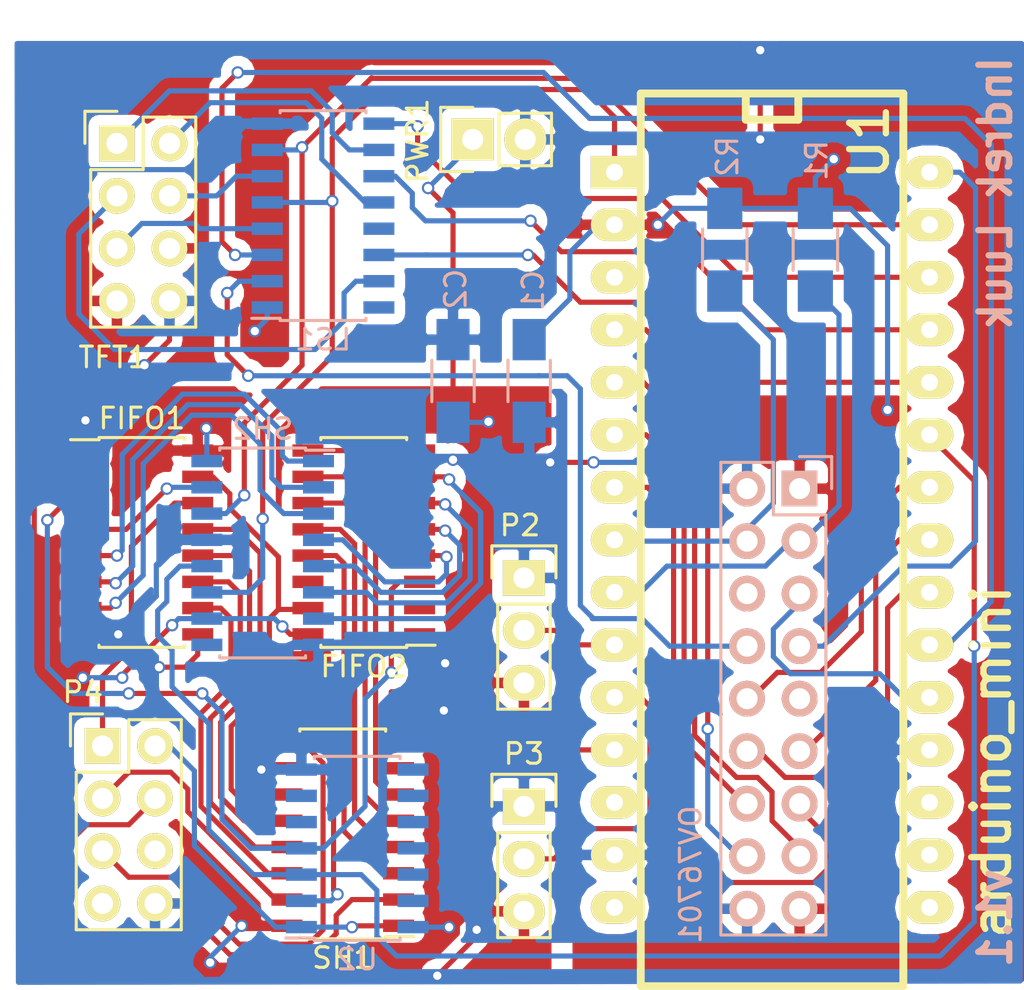
<source format=kicad_pcb>
(kicad_pcb (version 4) (host pcbnew 4.0.2-stable)

  (general
    (links 97)
    (no_connects 0)
    (area 130.718167 84.545951 180.413 132.788001)
    (thickness 1.6)
    (drawings 2)
    (tracks 636)
    (zones 0)
    (modules 17)
    (nets 70)
  )

  (page A4)
  (layers
    (0 F.Cu signal)
    (31 B.Cu signal)
    (32 B.Adhes user)
    (33 F.Adhes user)
    (34 B.Paste user)
    (35 F.Paste user)
    (36 B.SilkS user)
    (37 F.SilkS user)
    (38 B.Mask user)
    (39 F.Mask user)
    (40 Dwgs.User user)
    (41 Cmts.User user)
    (42 Eco1.User user)
    (43 Eco2.User user)
    (44 Edge.Cuts user)
    (45 Margin user)
    (46 B.CrtYd user)
    (47 F.CrtYd user)
    (48 B.Fab user)
    (49 F.Fab user)
  )

  (setup
    (last_trace_width 0.25)
    (trace_clearance 0.2)
    (zone_clearance 0.508)
    (zone_45_only no)
    (trace_min 0.2)
    (segment_width 0.2)
    (edge_width 0.15)
    (via_size 0.6)
    (via_drill 0.4)
    (via_min_size 0.4)
    (via_min_drill 0.3)
    (uvia_size 0.3)
    (uvia_drill 0.1)
    (uvias_allowed no)
    (uvia_min_size 0.2)
    (uvia_min_drill 0.1)
    (pcb_text_width 0.3)
    (pcb_text_size 1.5 1.5)
    (mod_edge_width 0.15)
    (mod_text_size 1 1)
    (mod_text_width 0.15)
    (pad_size 1.524 1.524)
    (pad_drill 0.762)
    (pad_to_mask_clearance 0.2)
    (aux_axis_origin 0 0)
    (visible_elements 7FFEFFFF)
    (pcbplotparams
      (layerselection 0x010f0_80000001)
      (usegerberextensions true)
      (excludeedgelayer true)
      (linewidth 0.100000)
      (plotframeref false)
      (viasonmask false)
      (mode 1)
      (useauxorigin false)
      (hpglpennumber 1)
      (hpglpenspeed 20)
      (hpglpendiameter 15)
      (hpglpenoverlay 2)
      (psnegative false)
      (psa4output false)
      (plotreference true)
      (plotvalue true)
      (plotinvisibletext false)
      (padsonsilk false)
      (subtractmaskfromsilk false)
      (outputformat 1)
      (mirror false)
      (drillshape 0)
      (scaleselection 1)
      (outputdirectory gerber/))
  )

  (net 0 "")
  (net 1 GND)
  (net 2 "Net-(C1-Pad2)")
  (net 3 +5V)
  (net 4 "Net-(FIFO1-Pad2)")
  (net 5 "Net-(FIFO1-Pad3)")
  (net 6 "Net-(FIFO1-Pad4)")
  (net 7 "Net-(FIFO1-Pad5)")
  (net 8 "Net-(FIFO1-Pad6)")
  (net 9 "Net-(FIFO1-Pad7)")
  (net 10 "Net-(FIFO1-Pad10)")
  (net 11 "Net-(FIFO1-Pad11)")
  (net 12 "Net-(FIFO1-Pad12)")
  (net 13 "Net-(FIFO1-Pad13)")
  (net 14 "Net-(FIFO1-Pad14)")
  (net 15 "Net-(FIFO1-Pad15)")
  (net 16 "Net-(FIFO2-Pad2)")
  (net 17 "Net-(FIFO2-Pad4)")
  (net 18 "Net-(FIFO2-Pad5)")
  (net 19 "Net-(FIFO2-Pad6)")
  (net 20 "Net-(FIFO2-Pad7)")
  (net 21 "Net-(FIFO2-Pad10)")
  (net 22 "Net-(FIFO2-Pad11)")
  (net 23 "Net-(FIFO2-Pad12)")
  (net 24 "Net-(FIFO2-Pad13)")
  (net 25 "Net-(FIFO2-Pad14)")
  (net 26 "Net-(LS1-Pad2)")
  (net 27 "Net-(LS1-Pad3)")
  (net 28 "Net-(LS1-Pad4)")
  (net 29 Arduino_SPI_Clock)
  (net 30 "Net-(LS1-Pad6)")
  (net 31 Arduinio_SPI_Data)
  (net 32 "Net-(LS1-Pad9)")
  (net 33 "Net-(LS1-Pad10)")
  (net 34 "Net-(LS1-Pad11)")
  (net 35 "Net-(LS1-Pad12)")
  (net 36 "Net-(LS1-Pad13)")
  (net 37 "Net-(LS1-Pad14)")
  (net 38 "Net-(LS1-Pad15)")
  (net 39 "Net-(LS1-Pad16)")
  (net 40 "Net-(OV76701-Pad3)")
  (net 41 "Net-(OV76701-Pad4)")
  (net 42 "Net-(OV76701-Pad5)")
  (net 43 "Net-(OV76701-Pad6)")
  (net 44 "Net-(OV76701-Pad7)")
  (net 45 "Net-(OV76701-Pad9)")
  (net 46 Pixel_D6)
  (net 47 Pixel_D5)
  (net 48 Pixel_D4)
  (net 49 Pixel_D3)
  (net 50 Pixel_D2)
  (net 51 Pixel_D1)
  (net 52 Pixel_D0)
  (net 53 "Net-(P2-Pad2)")
  (net 54 "Net-(P3-Pad2)")
  (net 55 "Net-(P4-Pad2)")
  (net 56 "Net-(P4-Pad3)")
  (net 57 "Net-(P4-Pad4)")
  (net 58 "Net-(P4-Pad5)")
  (net 59 "Net-(P4-Pad6)")
  (net 60 "Net-(P4-Pad7)")
  (net 61 "Net-(SH1-Pad7)")
  (net 62 "Net-(SH2-Pad9)")
  (net 63 Arduino_P7)
  (net 64 "Net-(U1-Pad3)")
  (net 65 "Net-(U1-Pad13)")
  (net 66 "Net-(U1-Pad15)")
  (net 67 "Net-(U1-Pad16)")
  (net 68 "Net-(U1-Pad17)")
  (net 69 "Net-(U1-Pad18)")

  (net_class Default "This is the default net class."
    (clearance 0.2)
    (trace_width 0.25)
    (via_dia 0.6)
    (via_drill 0.4)
    (uvia_dia 0.3)
    (uvia_drill 0.1)
    (add_net +5V)
    (add_net Arduinio_SPI_Data)
    (add_net Arduino_P7)
    (add_net Arduino_SPI_Clock)
    (add_net GND)
    (add_net "Net-(C1-Pad2)")
    (add_net "Net-(FIFO1-Pad10)")
    (add_net "Net-(FIFO1-Pad11)")
    (add_net "Net-(FIFO1-Pad12)")
    (add_net "Net-(FIFO1-Pad13)")
    (add_net "Net-(FIFO1-Pad14)")
    (add_net "Net-(FIFO1-Pad15)")
    (add_net "Net-(FIFO1-Pad2)")
    (add_net "Net-(FIFO1-Pad3)")
    (add_net "Net-(FIFO1-Pad4)")
    (add_net "Net-(FIFO1-Pad5)")
    (add_net "Net-(FIFO1-Pad6)")
    (add_net "Net-(FIFO1-Pad7)")
    (add_net "Net-(FIFO2-Pad10)")
    (add_net "Net-(FIFO2-Pad11)")
    (add_net "Net-(FIFO2-Pad12)")
    (add_net "Net-(FIFO2-Pad13)")
    (add_net "Net-(FIFO2-Pad14)")
    (add_net "Net-(FIFO2-Pad2)")
    (add_net "Net-(FIFO2-Pad4)")
    (add_net "Net-(FIFO2-Pad5)")
    (add_net "Net-(FIFO2-Pad6)")
    (add_net "Net-(FIFO2-Pad7)")
    (add_net "Net-(LS1-Pad10)")
    (add_net "Net-(LS1-Pad11)")
    (add_net "Net-(LS1-Pad12)")
    (add_net "Net-(LS1-Pad13)")
    (add_net "Net-(LS1-Pad14)")
    (add_net "Net-(LS1-Pad15)")
    (add_net "Net-(LS1-Pad16)")
    (add_net "Net-(LS1-Pad2)")
    (add_net "Net-(LS1-Pad3)")
    (add_net "Net-(LS1-Pad4)")
    (add_net "Net-(LS1-Pad6)")
    (add_net "Net-(LS1-Pad9)")
    (add_net "Net-(OV76701-Pad3)")
    (add_net "Net-(OV76701-Pad4)")
    (add_net "Net-(OV76701-Pad5)")
    (add_net "Net-(OV76701-Pad6)")
    (add_net "Net-(OV76701-Pad7)")
    (add_net "Net-(OV76701-Pad9)")
    (add_net "Net-(P2-Pad2)")
    (add_net "Net-(P3-Pad2)")
    (add_net "Net-(P4-Pad2)")
    (add_net "Net-(P4-Pad3)")
    (add_net "Net-(P4-Pad4)")
    (add_net "Net-(P4-Pad5)")
    (add_net "Net-(P4-Pad6)")
    (add_net "Net-(P4-Pad7)")
    (add_net "Net-(SH1-Pad7)")
    (add_net "Net-(SH2-Pad9)")
    (add_net "Net-(U1-Pad13)")
    (add_net "Net-(U1-Pad15)")
    (add_net "Net-(U1-Pad16)")
    (add_net "Net-(U1-Pad17)")
    (add_net "Net-(U1-Pad18)")
    (add_net "Net-(U1-Pad3)")
    (add_net Pixel_D0)
    (add_net Pixel_D1)
    (add_net Pixel_D2)
    (add_net Pixel_D3)
    (add_net Pixel_D4)
    (add_net Pixel_D5)
    (add_net Pixel_D6)
  )

  (module Housings_SOIC:SOIC-16_3.9x9.9mm_Pitch1.27mm (layer F.Cu) (tedit 54130A77) (tstamp 573889BF)
    (at 137.7315 110.9345)
    (descr "16-Lead Plastic Small Outline (SL) - Narrow, 3.90 mm Body [SOIC] (see Microchip Packaging Specification 00000049BS.pdf)")
    (tags "SOIC 1.27")
    (path /57386CF5)
    (attr smd)
    (fp_text reference FIFO1 (at 0 -6) (layer F.SilkS)
      (effects (font (size 1 1) (thickness 0.15)))
    )
    (fp_text value fifo_74HC40105 (at 0 6) (layer F.Fab)
      (effects (font (size 1 1) (thickness 0.15)))
    )
    (fp_line (start -3.7 -5.25) (end -3.7 5.25) (layer F.CrtYd) (width 0.05))
    (fp_line (start 3.7 -5.25) (end 3.7 5.25) (layer F.CrtYd) (width 0.05))
    (fp_line (start -3.7 -5.25) (end 3.7 -5.25) (layer F.CrtYd) (width 0.05))
    (fp_line (start -3.7 5.25) (end 3.7 5.25) (layer F.CrtYd) (width 0.05))
    (fp_line (start -2.075 -5.075) (end -2.075 -4.97) (layer F.SilkS) (width 0.15))
    (fp_line (start 2.075 -5.075) (end 2.075 -4.97) (layer F.SilkS) (width 0.15))
    (fp_line (start 2.075 5.075) (end 2.075 4.97) (layer F.SilkS) (width 0.15))
    (fp_line (start -2.075 5.075) (end -2.075 4.97) (layer F.SilkS) (width 0.15))
    (fp_line (start -2.075 -5.075) (end 2.075 -5.075) (layer F.SilkS) (width 0.15))
    (fp_line (start -2.075 5.075) (end 2.075 5.075) (layer F.SilkS) (width 0.15))
    (fp_line (start -2.075 -4.97) (end -3.45 -4.97) (layer F.SilkS) (width 0.15))
    (pad 1 smd rect (at -2.7 -4.445) (size 1.5 0.6) (layers F.Cu F.Paste F.Mask)
      (net 1 GND))
    (pad 2 smd rect (at -2.7 -3.175) (size 1.5 0.6) (layers F.Cu F.Paste F.Mask)
      (net 4 "Net-(FIFO1-Pad2)"))
    (pad 3 smd rect (at -2.7 -1.905) (size 1.5 0.6) (layers F.Cu F.Paste F.Mask)
      (net 5 "Net-(FIFO1-Pad3)"))
    (pad 4 smd rect (at -2.7 -0.635) (size 1.5 0.6) (layers F.Cu F.Paste F.Mask)
      (net 6 "Net-(FIFO1-Pad4)"))
    (pad 5 smd rect (at -2.7 0.635) (size 1.5 0.6) (layers F.Cu F.Paste F.Mask)
      (net 7 "Net-(FIFO1-Pad5)"))
    (pad 6 smd rect (at -2.7 1.905) (size 1.5 0.6) (layers F.Cu F.Paste F.Mask)
      (net 8 "Net-(FIFO1-Pad6)"))
    (pad 7 smd rect (at -2.7 3.175) (size 1.5 0.6) (layers F.Cu F.Paste F.Mask)
      (net 9 "Net-(FIFO1-Pad7)"))
    (pad 8 smd rect (at -2.7 4.445) (size 1.5 0.6) (layers F.Cu F.Paste F.Mask)
      (net 1 GND))
    (pad 9 smd rect (at 2.7 4.445) (size 1.5 0.6) (layers F.Cu F.Paste F.Mask)
      (net 1 GND))
    (pad 10 smd rect (at 2.7 3.175) (size 1.5 0.6) (layers F.Cu F.Paste F.Mask)
      (net 10 "Net-(FIFO1-Pad10)"))
    (pad 11 smd rect (at 2.7 1.905) (size 1.5 0.6) (layers F.Cu F.Paste F.Mask)
      (net 11 "Net-(FIFO1-Pad11)"))
    (pad 12 smd rect (at 2.7 0.635) (size 1.5 0.6) (layers F.Cu F.Paste F.Mask)
      (net 12 "Net-(FIFO1-Pad12)"))
    (pad 13 smd rect (at 2.7 -0.635) (size 1.5 0.6) (layers F.Cu F.Paste F.Mask)
      (net 13 "Net-(FIFO1-Pad13)"))
    (pad 14 smd rect (at 2.7 -1.905) (size 1.5 0.6) (layers F.Cu F.Paste F.Mask)
      (net 14 "Net-(FIFO1-Pad14)"))
    (pad 15 smd rect (at 2.7 -3.175) (size 1.5 0.6) (layers F.Cu F.Paste F.Mask)
      (net 15 "Net-(FIFO1-Pad15)"))
    (pad 16 smd rect (at 2.7 -4.445) (size 1.5 0.6) (layers F.Cu F.Paste F.Mask)
      (net 3 +5V))
    (model Housings_SOIC.3dshapes/SOIC-16_3.9x9.9mm_Pitch1.27mm.wrl
      (at (xyz 0 0 0))
      (scale (xyz 1 1 1))
      (rotate (xyz 0 0 0))
    )
  )

  (module Capacitors_SMD:C_1206_HandSoldering (layer B.Cu) (tedit 5738ECF5) (tstamp 573889A5)
    (at 156.464 103.124 90)
    (descr "Capacitor SMD 1206, hand soldering")
    (tags "capacitor 1206")
    (path /5734C51F)
    (attr smd)
    (fp_text reference C1 (at 4.3815 0.1905 90) (layer B.SilkS)
      (effects (font (size 1 1) (thickness 0.15)) (justify mirror))
    )
    (fp_text value 0.1uF (at 0 -2.3 90) (layer B.Fab)
      (effects (font (size 1 1) (thickness 0.15)) (justify mirror))
    )
    (fp_line (start -3.3 1.15) (end 3.3 1.15) (layer B.CrtYd) (width 0.05))
    (fp_line (start -3.3 -1.15) (end 3.3 -1.15) (layer B.CrtYd) (width 0.05))
    (fp_line (start -3.3 1.15) (end -3.3 -1.15) (layer B.CrtYd) (width 0.05))
    (fp_line (start 3.3 1.15) (end 3.3 -1.15) (layer B.CrtYd) (width 0.05))
    (fp_line (start 1 1.025) (end -1 1.025) (layer B.SilkS) (width 0.15))
    (fp_line (start -1 -1.025) (end 1 -1.025) (layer B.SilkS) (width 0.15))
    (pad 1 smd rect (at -2 0 90) (size 2 1.6) (layers B.Cu B.Paste B.Mask)
      (net 1 GND))
    (pad 2 smd rect (at 2 0 90) (size 2 1.6) (layers B.Cu B.Paste B.Mask)
      (net 2 "Net-(C1-Pad2)"))
    (model Capacitors_SMD.3dshapes/C_1206_HandSoldering.wrl
      (at (xyz 0 0 0))
      (scale (xyz 1 1 1))
      (rotate (xyz 0 0 0))
    )
  )

  (module Capacitors_SMD:C_1206_HandSoldering (layer B.Cu) (tedit 5738ECFC) (tstamp 573889AB)
    (at 152.781 103.124 90)
    (descr "Capacitor SMD 1206, hand soldering")
    (tags "capacitor 1206")
    (path /573903B5)
    (attr smd)
    (fp_text reference C2 (at 4.445 0.127 90) (layer B.SilkS)
      (effects (font (size 1 1) (thickness 0.15)) (justify mirror))
    )
    (fp_text value 1uF (at 0 -2.3 90) (layer B.Fab)
      (effects (font (size 1 1) (thickness 0.15)) (justify mirror))
    )
    (fp_line (start -3.3 1.15) (end 3.3 1.15) (layer B.CrtYd) (width 0.05))
    (fp_line (start -3.3 -1.15) (end 3.3 -1.15) (layer B.CrtYd) (width 0.05))
    (fp_line (start -3.3 1.15) (end -3.3 -1.15) (layer B.CrtYd) (width 0.05))
    (fp_line (start 3.3 1.15) (end 3.3 -1.15) (layer B.CrtYd) (width 0.05))
    (fp_line (start 1 1.025) (end -1 1.025) (layer B.SilkS) (width 0.15))
    (fp_line (start -1 -1.025) (end 1 -1.025) (layer B.SilkS) (width 0.15))
    (pad 1 smd rect (at -2 0 90) (size 2 1.6) (layers B.Cu B.Paste B.Mask)
      (net 3 +5V))
    (pad 2 smd rect (at 2 0 90) (size 2 1.6) (layers B.Cu B.Paste B.Mask)
      (net 1 GND))
    (model Capacitors_SMD.3dshapes/C_1206_HandSoldering.wrl
      (at (xyz 0 0 0))
      (scale (xyz 1 1 1))
      (rotate (xyz 0 0 0))
    )
  )

  (module Housings_SOIC:SOIC-16_3.9x9.9mm_Pitch1.27mm (layer F.Cu) (tedit 54130A77) (tstamp 573889D3)
    (at 148.463 110.9345 180)
    (descr "16-Lead Plastic Small Outline (SL) - Narrow, 3.90 mm Body [SOIC] (see Microchip Packaging Specification 00000049BS.pdf)")
    (tags "SOIC 1.27")
    (path /57386D44)
    (attr smd)
    (fp_text reference FIFO2 (at 0 -6 180) (layer F.SilkS)
      (effects (font (size 1 1) (thickness 0.15)))
    )
    (fp_text value fifo_74HC40105 (at 0 6 180) (layer F.Fab)
      (effects (font (size 1 1) (thickness 0.15)))
    )
    (fp_line (start -3.7 -5.25) (end -3.7 5.25) (layer F.CrtYd) (width 0.05))
    (fp_line (start 3.7 -5.25) (end 3.7 5.25) (layer F.CrtYd) (width 0.05))
    (fp_line (start -3.7 -5.25) (end 3.7 -5.25) (layer F.CrtYd) (width 0.05))
    (fp_line (start -3.7 5.25) (end 3.7 5.25) (layer F.CrtYd) (width 0.05))
    (fp_line (start -2.075 -5.075) (end -2.075 -4.97) (layer F.SilkS) (width 0.15))
    (fp_line (start 2.075 -5.075) (end 2.075 -4.97) (layer F.SilkS) (width 0.15))
    (fp_line (start 2.075 5.075) (end 2.075 4.97) (layer F.SilkS) (width 0.15))
    (fp_line (start -2.075 5.075) (end -2.075 4.97) (layer F.SilkS) (width 0.15))
    (fp_line (start -2.075 -5.075) (end 2.075 -5.075) (layer F.SilkS) (width 0.15))
    (fp_line (start -2.075 5.075) (end 2.075 5.075) (layer F.SilkS) (width 0.15))
    (fp_line (start -2.075 -4.97) (end -3.45 -4.97) (layer F.SilkS) (width 0.15))
    (pad 1 smd rect (at -2.7 -4.445 180) (size 1.5 0.6) (layers F.Cu F.Paste F.Mask)
      (net 1 GND))
    (pad 2 smd rect (at -2.7 -3.175 180) (size 1.5 0.6) (layers F.Cu F.Paste F.Mask)
      (net 16 "Net-(FIFO2-Pad2)"))
    (pad 3 smd rect (at -2.7 -1.905 180) (size 1.5 0.6) (layers F.Cu F.Paste F.Mask)
      (net 5 "Net-(FIFO1-Pad3)"))
    (pad 4 smd rect (at -2.7 -0.635 180) (size 1.5 0.6) (layers F.Cu F.Paste F.Mask)
      (net 17 "Net-(FIFO2-Pad4)"))
    (pad 5 smd rect (at -2.7 0.635 180) (size 1.5 0.6) (layers F.Cu F.Paste F.Mask)
      (net 18 "Net-(FIFO2-Pad5)"))
    (pad 6 smd rect (at -2.7 1.905 180) (size 1.5 0.6) (layers F.Cu F.Paste F.Mask)
      (net 19 "Net-(FIFO2-Pad6)"))
    (pad 7 smd rect (at -2.7 3.175 180) (size 1.5 0.6) (layers F.Cu F.Paste F.Mask)
      (net 20 "Net-(FIFO2-Pad7)"))
    (pad 8 smd rect (at -2.7 4.445 180) (size 1.5 0.6) (layers F.Cu F.Paste F.Mask)
      (net 1 GND))
    (pad 9 smd rect (at 2.7 4.445 180) (size 1.5 0.6) (layers F.Cu F.Paste F.Mask)
      (net 1 GND))
    (pad 10 smd rect (at 2.7 3.175 180) (size 1.5 0.6) (layers F.Cu F.Paste F.Mask)
      (net 21 "Net-(FIFO2-Pad10)"))
    (pad 11 smd rect (at 2.7 1.905 180) (size 1.5 0.6) (layers F.Cu F.Paste F.Mask)
      (net 22 "Net-(FIFO2-Pad11)"))
    (pad 12 smd rect (at 2.7 0.635 180) (size 1.5 0.6) (layers F.Cu F.Paste F.Mask)
      (net 23 "Net-(FIFO2-Pad12)"))
    (pad 13 smd rect (at 2.7 -0.635 180) (size 1.5 0.6) (layers F.Cu F.Paste F.Mask)
      (net 24 "Net-(FIFO2-Pad13)"))
    (pad 14 smd rect (at 2.7 -1.905 180) (size 1.5 0.6) (layers F.Cu F.Paste F.Mask)
      (net 25 "Net-(FIFO2-Pad14)"))
    (pad 15 smd rect (at 2.7 -3.175 180) (size 1.5 0.6) (layers F.Cu F.Paste F.Mask)
      (net 15 "Net-(FIFO1-Pad15)"))
    (pad 16 smd rect (at 2.7 -4.445 180) (size 1.5 0.6) (layers F.Cu F.Paste F.Mask)
      (net 3 +5V))
    (model Housings_SOIC.3dshapes/SOIC-16_3.9x9.9mm_Pitch1.27mm.wrl
      (at (xyz 0 0 0))
      (scale (xyz 1 1 1))
      (rotate (xyz 0 0 0))
    )
  )

  (module Housings_SOIC:SOIC-16_3.9x9.9mm_Pitch1.27mm (layer B.Cu) (tedit 54130A77) (tstamp 573889E7)
    (at 146.4945 95.123)
    (descr "16-Lead Plastic Small Outline (SL) - Narrow, 3.90 mm Body [SOIC] (see Microchip Packaging Specification 00000049BS.pdf)")
    (tags "SOIC 1.27")
    (path /573372B0)
    (attr smd)
    (fp_text reference LS1 (at 0 6) (layer B.SilkS)
      (effects (font (size 1 1) (thickness 0.15)) (justify mirror))
    )
    (fp_text value LevelShifter_74HC4050D (at 0 -6) (layer B.Fab)
      (effects (font (size 1 1) (thickness 0.15)) (justify mirror))
    )
    (fp_line (start -3.7 5.25) (end -3.7 -5.25) (layer B.CrtYd) (width 0.05))
    (fp_line (start 3.7 5.25) (end 3.7 -5.25) (layer B.CrtYd) (width 0.05))
    (fp_line (start -3.7 5.25) (end 3.7 5.25) (layer B.CrtYd) (width 0.05))
    (fp_line (start -3.7 -5.25) (end 3.7 -5.25) (layer B.CrtYd) (width 0.05))
    (fp_line (start -2.075 5.075) (end -2.075 4.97) (layer B.SilkS) (width 0.15))
    (fp_line (start 2.075 5.075) (end 2.075 4.97) (layer B.SilkS) (width 0.15))
    (fp_line (start 2.075 -5.075) (end 2.075 -4.97) (layer B.SilkS) (width 0.15))
    (fp_line (start -2.075 -5.075) (end -2.075 -4.97) (layer B.SilkS) (width 0.15))
    (fp_line (start -2.075 5.075) (end 2.075 5.075) (layer B.SilkS) (width 0.15))
    (fp_line (start -2.075 -5.075) (end 2.075 -5.075) (layer B.SilkS) (width 0.15))
    (fp_line (start -2.075 4.97) (end -3.45 4.97) (layer B.SilkS) (width 0.15))
    (pad 1 smd rect (at -2.7 4.445) (size 1.5 0.6) (layers B.Cu B.Paste B.Mask)
      (net 2 "Net-(C1-Pad2)"))
    (pad 2 smd rect (at -2.7 3.175) (size 1.5 0.6) (layers B.Cu B.Paste B.Mask)
      (net 26 "Net-(LS1-Pad2)"))
    (pad 3 smd rect (at -2.7 1.905) (size 1.5 0.6) (layers B.Cu B.Paste B.Mask)
      (net 27 "Net-(LS1-Pad3)"))
    (pad 4 smd rect (at -2.7 0.635) (size 1.5 0.6) (layers B.Cu B.Paste B.Mask)
      (net 28 "Net-(LS1-Pad4)"))
    (pad 5 smd rect (at -2.7 -0.635) (size 1.5 0.6) (layers B.Cu B.Paste B.Mask)
      (net 29 Arduino_SPI_Clock))
    (pad 6 smd rect (at -2.7 -1.905) (size 1.5 0.6) (layers B.Cu B.Paste B.Mask)
      (net 30 "Net-(LS1-Pad6)"))
    (pad 7 smd rect (at -2.7 -3.175) (size 1.5 0.6) (layers B.Cu B.Paste B.Mask)
      (net 31 Arduinio_SPI_Data))
    (pad 8 smd rect (at -2.7 -4.445) (size 1.5 0.6) (layers B.Cu B.Paste B.Mask)
      (net 1 GND))
    (pad 9 smd rect (at 2.7 -4.445) (size 1.5 0.6) (layers B.Cu B.Paste B.Mask)
      (net 32 "Net-(LS1-Pad9)"))
    (pad 10 smd rect (at 2.7 -3.175) (size 1.5 0.6) (layers B.Cu B.Paste B.Mask)
      (net 33 "Net-(LS1-Pad10)"))
    (pad 11 smd rect (at 2.7 -1.905) (size 1.5 0.6) (layers B.Cu B.Paste B.Mask)
      (net 34 "Net-(LS1-Pad11)"))
    (pad 12 smd rect (at 2.7 -0.635) (size 1.5 0.6) (layers B.Cu B.Paste B.Mask)
      (net 35 "Net-(LS1-Pad12)"))
    (pad 13 smd rect (at 2.7 0.635) (size 1.5 0.6) (layers B.Cu B.Paste B.Mask)
      (net 36 "Net-(LS1-Pad13)"))
    (pad 14 smd rect (at 2.7 1.905) (size 1.5 0.6) (layers B.Cu B.Paste B.Mask)
      (net 37 "Net-(LS1-Pad14)"))
    (pad 15 smd rect (at 2.7 3.175) (size 1.5 0.6) (layers B.Cu B.Paste B.Mask)
      (net 38 "Net-(LS1-Pad15)"))
    (pad 16 smd rect (at 2.7 4.445) (size 1.5 0.6) (layers B.Cu B.Paste B.Mask)
      (net 39 "Net-(LS1-Pad16)"))
    (model Housings_SOIC.3dshapes/SOIC-16_3.9x9.9mm_Pitch1.27mm.wrl
      (at (xyz 0 0 0))
      (scale (xyz 1 1 1))
      (rotate (xyz 0 0 0))
    )
  )

  (module Pin_Headers:Pin_Header_Straight_2x09 (layer B.Cu) (tedit 5738933F) (tstamp 573889FD)
    (at 169.545 108.331 180)
    (descr "Through hole pin header")
    (tags "pin header")
    (path /57336349)
    (fp_text reference OV76701 (at 5.2705 -18.669 270) (layer B.SilkS)
      (effects (font (size 1 1) (thickness 0.15)) (justify mirror))
    )
    (fp_text value Camera_OV7670 (at 0 3.1 180) (layer B.Fab)
      (effects (font (size 1 1) (thickness 0.15)) (justify mirror))
    )
    (fp_line (start -1.75 1.75) (end -1.75 -22.1) (layer B.CrtYd) (width 0.05))
    (fp_line (start 4.3 1.75) (end 4.3 -22.1) (layer B.CrtYd) (width 0.05))
    (fp_line (start -1.75 1.75) (end 4.3 1.75) (layer B.CrtYd) (width 0.05))
    (fp_line (start -1.75 -22.1) (end 4.3 -22.1) (layer B.CrtYd) (width 0.05))
    (fp_line (start 3.81 -21.59) (end 3.81 1.27) (layer B.SilkS) (width 0.15))
    (fp_line (start -1.27 -1.27) (end -1.27 -21.59) (layer B.SilkS) (width 0.15))
    (fp_line (start 3.81 -21.59) (end -1.27 -21.59) (layer B.SilkS) (width 0.15))
    (fp_line (start 3.81 1.27) (end 1.27 1.27) (layer B.SilkS) (width 0.15))
    (fp_line (start 0 1.55) (end -1.55 1.55) (layer B.SilkS) (width 0.15))
    (fp_line (start 1.27 1.27) (end 1.27 -1.27) (layer B.SilkS) (width 0.15))
    (fp_line (start 1.27 -1.27) (end -1.27 -1.27) (layer B.SilkS) (width 0.15))
    (fp_line (start -1.55 1.55) (end -1.55 0) (layer B.SilkS) (width 0.15))
    (pad 1 thru_hole rect (at 0 0 180) (size 1.7272 1.7272) (drill 1.016) (layers *.Cu *.Mask B.SilkS)
      (net 2 "Net-(C1-Pad2)"))
    (pad 2 thru_hole oval (at 2.54 0 180) (size 1.7272 1.7272) (drill 1.016) (layers *.Cu *.Mask B.SilkS)
      (net 1 GND))
    (pad 3 thru_hole oval (at 0 -2.54 180) (size 1.7272 1.7272) (drill 1.016) (layers *.Cu *.Mask B.SilkS)
      (net 40 "Net-(OV76701-Pad3)"))
    (pad 4 thru_hole oval (at 2.54 -2.54 180) (size 1.7272 1.7272) (drill 1.016) (layers *.Cu *.Mask B.SilkS)
      (net 41 "Net-(OV76701-Pad4)"))
    (pad 5 thru_hole oval (at 0 -5.08 180) (size 1.7272 1.7272) (drill 1.016) (layers *.Cu *.Mask B.SilkS)
      (net 42 "Net-(OV76701-Pad5)"))
    (pad 6 thru_hole oval (at 2.54 -5.08 180) (size 1.7272 1.7272) (drill 1.016) (layers *.Cu *.Mask B.SilkS)
      (net 43 "Net-(OV76701-Pad6)"))
    (pad 7 thru_hole oval (at 0 -7.62 180) (size 1.7272 1.7272) (drill 1.016) (layers *.Cu *.Mask B.SilkS)
      (net 44 "Net-(OV76701-Pad7)"))
    (pad 8 thru_hole oval (at 2.54 -7.62 180) (size 1.7272 1.7272) (drill 1.016) (layers *.Cu *.Mask B.SilkS)
      (net 26 "Net-(LS1-Pad2)"))
    (pad 9 thru_hole oval (at 0 -10.16 180) (size 1.7272 1.7272) (drill 1.016) (layers *.Cu *.Mask B.SilkS)
      (net 45 "Net-(OV76701-Pad9)"))
    (pad 10 thru_hole oval (at 2.54 -10.16 180) (size 1.7272 1.7272) (drill 1.016) (layers *.Cu *.Mask B.SilkS)
      (net 46 Pixel_D6))
    (pad 11 thru_hole oval (at 0 -12.7 180) (size 1.7272 1.7272) (drill 1.016) (layers *.Cu *.Mask B.SilkS)
      (net 47 Pixel_D5))
    (pad 12 thru_hole oval (at 2.54 -12.7 180) (size 1.7272 1.7272) (drill 1.016) (layers *.Cu *.Mask B.SilkS)
      (net 48 Pixel_D4))
    (pad 13 thru_hole oval (at 0 -15.24 180) (size 1.7272 1.7272) (drill 1.016) (layers *.Cu *.Mask B.SilkS)
      (net 49 Pixel_D3))
    (pad 14 thru_hole oval (at 2.54 -15.24 180) (size 1.7272 1.7272) (drill 1.016) (layers *.Cu *.Mask B.SilkS)
      (net 50 Pixel_D2))
    (pad 15 thru_hole oval (at 0 -17.78 180) (size 1.7272 1.7272) (drill 1.016) (layers *.Cu *.Mask B.SilkS)
      (net 51 Pixel_D1))
    (pad 16 thru_hole oval (at 2.54 -17.78 180) (size 1.7272 1.7272) (drill 1.016) (layers *.Cu *.Mask B.SilkS)
      (net 52 Pixel_D0))
    (pad 17 thru_hole oval (at 0 -20.32 180) (size 1.7272 1.7272) (drill 1.016) (layers *.Cu *.Mask B.SilkS)
      (net 2 "Net-(C1-Pad2)"))
    (pad 18 thru_hole oval (at 2.54 -20.32 180) (size 1.7272 1.7272) (drill 1.016) (layers *.Cu *.Mask B.SilkS)
      (net 1 GND))
    (model Pin_Headers.3dshapes/Pin_Header_Straight_2x09.wrl
      (at (xyz 0.05 -0.4 0))
      (scale (xyz 1 1 1))
      (rotate (xyz 0 0 90))
    )
  )

  (module Pin_Headers:Pin_Header_Straight_1x03 (layer F.Cu) (tedit 573892CA) (tstamp 57388A04)
    (at 156.21 112.649)
    (descr "Through hole pin header")
    (tags "pin header")
    (path /5734BB6C)
    (fp_text reference P2 (at -0.1905 -2.54) (layer F.SilkS)
      (effects (font (size 1 1) (thickness 0.15)))
    )
    (fp_text value CONN_01X03 (at 0 -3.1) (layer F.Fab)
      (effects (font (size 1 1) (thickness 0.15)))
    )
    (fp_line (start -1.75 -1.75) (end -1.75 6.85) (layer F.CrtYd) (width 0.05))
    (fp_line (start 1.75 -1.75) (end 1.75 6.85) (layer F.CrtYd) (width 0.05))
    (fp_line (start -1.75 -1.75) (end 1.75 -1.75) (layer F.CrtYd) (width 0.05))
    (fp_line (start -1.75 6.85) (end 1.75 6.85) (layer F.CrtYd) (width 0.05))
    (fp_line (start -1.27 1.27) (end -1.27 6.35) (layer F.SilkS) (width 0.15))
    (fp_line (start -1.27 6.35) (end 1.27 6.35) (layer F.SilkS) (width 0.15))
    (fp_line (start 1.27 6.35) (end 1.27 1.27) (layer F.SilkS) (width 0.15))
    (fp_line (start 1.55 -1.55) (end 1.55 0) (layer F.SilkS) (width 0.15))
    (fp_line (start 1.27 1.27) (end -1.27 1.27) (layer F.SilkS) (width 0.15))
    (fp_line (start -1.55 0) (end -1.55 -1.55) (layer F.SilkS) (width 0.15))
    (fp_line (start -1.55 -1.55) (end 1.55 -1.55) (layer F.SilkS) (width 0.15))
    (pad 1 thru_hole rect (at 0 0) (size 2.032 1.7272) (drill 1.016) (layers *.Cu *.Mask F.SilkS)
      (net 1 GND))
    (pad 2 thru_hole oval (at 0 2.54) (size 2.032 1.7272) (drill 1.016) (layers *.Cu *.Mask F.SilkS)
      (net 53 "Net-(P2-Pad2)"))
    (pad 3 thru_hole oval (at 0 5.08) (size 2.032 1.7272) (drill 1.016) (layers *.Cu *.Mask F.SilkS)
      (net 3 +5V))
    (model Pin_Headers.3dshapes/Pin_Header_Straight_1x03.wrl
      (at (xyz 0 -0.1 0))
      (scale (xyz 1 1 1))
      (rotate (xyz 0 0 90))
    )
  )

  (module Pin_Headers:Pin_Header_Straight_1x03 (layer F.Cu) (tedit 573892C8) (tstamp 57388A0B)
    (at 156.21 123.698)
    (descr "Through hole pin header")
    (tags "pin header")
    (path /5734BD03)
    (fp_text reference P3 (at 0 -2.54) (layer F.SilkS)
      (effects (font (size 1 1) (thickness 0.15)))
    )
    (fp_text value CONN_01X03 (at 0 -3.1) (layer F.Fab)
      (effects (font (size 1 1) (thickness 0.15)))
    )
    (fp_line (start -1.75 -1.75) (end -1.75 6.85) (layer F.CrtYd) (width 0.05))
    (fp_line (start 1.75 -1.75) (end 1.75 6.85) (layer F.CrtYd) (width 0.05))
    (fp_line (start -1.75 -1.75) (end 1.75 -1.75) (layer F.CrtYd) (width 0.05))
    (fp_line (start -1.75 6.85) (end 1.75 6.85) (layer F.CrtYd) (width 0.05))
    (fp_line (start -1.27 1.27) (end -1.27 6.35) (layer F.SilkS) (width 0.15))
    (fp_line (start -1.27 6.35) (end 1.27 6.35) (layer F.SilkS) (width 0.15))
    (fp_line (start 1.27 6.35) (end 1.27 1.27) (layer F.SilkS) (width 0.15))
    (fp_line (start 1.55 -1.55) (end 1.55 0) (layer F.SilkS) (width 0.15))
    (fp_line (start 1.27 1.27) (end -1.27 1.27) (layer F.SilkS) (width 0.15))
    (fp_line (start -1.55 0) (end -1.55 -1.55) (layer F.SilkS) (width 0.15))
    (fp_line (start -1.55 -1.55) (end 1.55 -1.55) (layer F.SilkS) (width 0.15))
    (pad 1 thru_hole rect (at 0 0) (size 2.032 1.7272) (drill 1.016) (layers *.Cu *.Mask F.SilkS)
      (net 1 GND))
    (pad 2 thru_hole oval (at 0 2.54) (size 2.032 1.7272) (drill 1.016) (layers *.Cu *.Mask F.SilkS)
      (net 54 "Net-(P3-Pad2)"))
    (pad 3 thru_hole oval (at 0 5.08) (size 2.032 1.7272) (drill 1.016) (layers *.Cu *.Mask F.SilkS)
      (net 3 +5V))
    (model Pin_Headers.3dshapes/Pin_Header_Straight_1x03.wrl
      (at (xyz 0 -0.1 0))
      (scale (xyz 1 1 1))
      (rotate (xyz 0 0 90))
    )
  )

  (module Pin_Headers:Pin_Header_Straight_2x04 (layer F.Cu) (tedit 57389304) (tstamp 57388A17)
    (at 135.8265 120.777)
    (descr "Through hole pin header")
    (tags "pin header")
    (path /573882A7)
    (fp_text reference P4 (at -0.9525 -2.6035) (layer F.SilkS)
      (effects (font (size 1 1) (thickness 0.15)))
    )
    (fp_text value CONN_01X08 (at 0 -3.1) (layer F.Fab)
      (effects (font (size 1 1) (thickness 0.15)))
    )
    (fp_line (start -1.75 -1.75) (end -1.75 9.4) (layer F.CrtYd) (width 0.05))
    (fp_line (start 4.3 -1.75) (end 4.3 9.4) (layer F.CrtYd) (width 0.05))
    (fp_line (start -1.75 -1.75) (end 4.3 -1.75) (layer F.CrtYd) (width 0.05))
    (fp_line (start -1.75 9.4) (end 4.3 9.4) (layer F.CrtYd) (width 0.05))
    (fp_line (start -1.27 1.27) (end -1.27 8.89) (layer F.SilkS) (width 0.15))
    (fp_line (start -1.27 8.89) (end 3.81 8.89) (layer F.SilkS) (width 0.15))
    (fp_line (start 3.81 8.89) (end 3.81 -1.27) (layer F.SilkS) (width 0.15))
    (fp_line (start 3.81 -1.27) (end 1.27 -1.27) (layer F.SilkS) (width 0.15))
    (fp_line (start 0 -1.55) (end -1.55 -1.55) (layer F.SilkS) (width 0.15))
    (fp_line (start 1.27 -1.27) (end 1.27 1.27) (layer F.SilkS) (width 0.15))
    (fp_line (start 1.27 1.27) (end -1.27 1.27) (layer F.SilkS) (width 0.15))
    (fp_line (start -1.55 -1.55) (end -1.55 0) (layer F.SilkS) (width 0.15))
    (pad 1 thru_hole rect (at 0 0) (size 1.7272 1.7272) (drill 1.016) (layers *.Cu *.Mask F.SilkS)
      (net 14 "Net-(FIFO1-Pad14)"))
    (pad 2 thru_hole oval (at 2.54 0) (size 1.7272 1.7272) (drill 1.016) (layers *.Cu *.Mask F.SilkS)
      (net 55 "Net-(P4-Pad2)"))
    (pad 3 thru_hole oval (at 0 2.54) (size 1.7272 1.7272) (drill 1.016) (layers *.Cu *.Mask F.SilkS)
      (net 56 "Net-(P4-Pad3)"))
    (pad 4 thru_hole oval (at 2.54 2.54) (size 1.7272 1.7272) (drill 1.016) (layers *.Cu *.Mask F.SilkS)
      (net 57 "Net-(P4-Pad4)"))
    (pad 5 thru_hole oval (at 0 5.08) (size 1.7272 1.7272) (drill 1.016) (layers *.Cu *.Mask F.SilkS)
      (net 58 "Net-(P4-Pad5)"))
    (pad 6 thru_hole oval (at 2.54 5.08) (size 1.7272 1.7272) (drill 1.016) (layers *.Cu *.Mask F.SilkS)
      (net 59 "Net-(P4-Pad6)"))
    (pad 7 thru_hole oval (at 0 7.62) (size 1.7272 1.7272) (drill 1.016) (layers *.Cu *.Mask F.SilkS)
      (net 60 "Net-(P4-Pad7)"))
    (pad 8 thru_hole oval (at 2.54 7.62) (size 1.7272 1.7272) (drill 1.016) (layers *.Cu *.Mask F.SilkS)
      (net 1 GND))
    (model Pin_Headers.3dshapes/Pin_Header_Straight_2x04.wrl
      (at (xyz 0.05 -0.15 0))
      (scale (xyz 1 1 1))
      (rotate (xyz 0 0 90))
    )
  )

  (module Resistors_SMD:R_1206_HandSoldering (layer B.Cu) (tedit 5738ED4B) (tstamp 57388A1D)
    (at 170.307 96.774 270)
    (descr "Resistor SMD 1206, hand soldering")
    (tags "resistor 1206")
    (path /57336A05)
    (attr smd)
    (fp_text reference R1 (at -4.318 -0.0635 270) (layer B.SilkS)
      (effects (font (size 1 1) (thickness 0.15)) (justify mirror))
    )
    (fp_text value 10k (at 0 -2.3 270) (layer B.Fab)
      (effects (font (size 1 1) (thickness 0.15)) (justify mirror))
    )
    (fp_line (start -3.3 1.2) (end 3.3 1.2) (layer B.CrtYd) (width 0.05))
    (fp_line (start -3.3 -1.2) (end 3.3 -1.2) (layer B.CrtYd) (width 0.05))
    (fp_line (start -3.3 1.2) (end -3.3 -1.2) (layer B.CrtYd) (width 0.05))
    (fp_line (start 3.3 1.2) (end 3.3 -1.2) (layer B.CrtYd) (width 0.05))
    (fp_line (start 1 -1.075) (end -1 -1.075) (layer B.SilkS) (width 0.15))
    (fp_line (start -1 1.075) (end 1 1.075) (layer B.SilkS) (width 0.15))
    (pad 1 smd rect (at -2 0 270) (size 2 1.7) (layers B.Cu B.Paste B.Mask)
      (net 2 "Net-(C1-Pad2)"))
    (pad 2 smd rect (at 2 0 270) (size 2 1.7) (layers B.Cu B.Paste B.Mask)
      (net 40 "Net-(OV76701-Pad3)"))
    (model Resistors_SMD.3dshapes/R_1206_HandSoldering.wrl
      (at (xyz 0 0 0))
      (scale (xyz 1 1 1))
      (rotate (xyz 0 0 0))
    )
  )

  (module Resistors_SMD:R_1206_HandSoldering (layer B.Cu) (tedit 5738ED50) (tstamp 57388A23)
    (at 165.9255 96.774 270)
    (descr "Resistor SMD 1206, hand soldering")
    (tags "resistor 1206")
    (path /57336A6C)
    (attr smd)
    (fp_text reference R2 (at -4.5085 -0.127 270) (layer B.SilkS)
      (effects (font (size 1 1) (thickness 0.15)) (justify mirror))
    )
    (fp_text value 10k (at 0 -2.3 270) (layer B.Fab)
      (effects (font (size 1 1) (thickness 0.15)) (justify mirror))
    )
    (fp_line (start -3.3 1.2) (end 3.3 1.2) (layer B.CrtYd) (width 0.05))
    (fp_line (start -3.3 -1.2) (end 3.3 -1.2) (layer B.CrtYd) (width 0.05))
    (fp_line (start -3.3 1.2) (end -3.3 -1.2) (layer B.CrtYd) (width 0.05))
    (fp_line (start 3.3 1.2) (end 3.3 -1.2) (layer B.CrtYd) (width 0.05))
    (fp_line (start 1 -1.075) (end -1 -1.075) (layer B.SilkS) (width 0.15))
    (fp_line (start -1 1.075) (end 1 1.075) (layer B.SilkS) (width 0.15))
    (pad 1 smd rect (at -2 0 270) (size 2 1.7) (layers B.Cu B.Paste B.Mask)
      (net 2 "Net-(C1-Pad2)"))
    (pad 2 smd rect (at 2 0 270) (size 2 1.7) (layers B.Cu B.Paste B.Mask)
      (net 41 "Net-(OV76701-Pad4)"))
    (model Resistors_SMD.3dshapes/R_1206_HandSoldering.wrl
      (at (xyz 0 0 0))
      (scale (xyz 1 1 1))
      (rotate (xyz 0 0 0))
    )
  )

  (module Housings_SOIC:SOIC-16_3.9x9.9mm_Pitch1.27mm (layer F.Cu) (tedit 54130A77) (tstamp 57388A37)
    (at 147.447 125.0315 180)
    (descr "16-Lead Plastic Small Outline (SL) - Narrow, 3.90 mm Body [SOIC] (see Microchip Packaging Specification 00000049BS.pdf)")
    (tags "SOIC 1.27")
    (path /5738668D)
    (attr smd)
    (fp_text reference SH1 (at 0 -6 180) (layer F.SilkS)
      (effects (font (size 1 1) (thickness 0.15)))
    )
    (fp_text value shiftregister_74HC165 (at 0 6 180) (layer F.Fab)
      (effects (font (size 1 1) (thickness 0.15)))
    )
    (fp_line (start -3.7 -5.25) (end -3.7 5.25) (layer F.CrtYd) (width 0.05))
    (fp_line (start 3.7 -5.25) (end 3.7 5.25) (layer F.CrtYd) (width 0.05))
    (fp_line (start -3.7 -5.25) (end 3.7 -5.25) (layer F.CrtYd) (width 0.05))
    (fp_line (start -3.7 5.25) (end 3.7 5.25) (layer F.CrtYd) (width 0.05))
    (fp_line (start -2.075 -5.075) (end -2.075 -4.97) (layer F.SilkS) (width 0.15))
    (fp_line (start 2.075 -5.075) (end 2.075 -4.97) (layer F.SilkS) (width 0.15))
    (fp_line (start 2.075 5.075) (end 2.075 4.97) (layer F.SilkS) (width 0.15))
    (fp_line (start -2.075 5.075) (end -2.075 4.97) (layer F.SilkS) (width 0.15))
    (fp_line (start -2.075 -5.075) (end 2.075 -5.075) (layer F.SilkS) (width 0.15))
    (fp_line (start -2.075 5.075) (end 2.075 5.075) (layer F.SilkS) (width 0.15))
    (fp_line (start -2.075 -4.97) (end -3.45 -4.97) (layer F.SilkS) (width 0.15))
    (pad 1 smd rect (at -2.7 -4.445 180) (size 1.5 0.6) (layers F.Cu F.Paste F.Mask)
      (net 55 "Net-(P4-Pad2)"))
    (pad 2 smd rect (at -2.7 -3.175 180) (size 1.5 0.6) (layers F.Cu F.Paste F.Mask)
      (net 57 "Net-(P4-Pad4)"))
    (pad 3 smd rect (at -2.7 -1.905 180) (size 1.5 0.6) (layers F.Cu F.Paste F.Mask)
      (net 24 "Net-(FIFO2-Pad13)"))
    (pad 4 smd rect (at -2.7 -0.635 180) (size 1.5 0.6) (layers F.Cu F.Paste F.Mask)
      (net 23 "Net-(FIFO2-Pad12)"))
    (pad 5 smd rect (at -2.7 0.635 180) (size 1.5 0.6) (layers F.Cu F.Paste F.Mask)
      (net 22 "Net-(FIFO2-Pad11)"))
    (pad 6 smd rect (at -2.7 1.905 180) (size 1.5 0.6) (layers F.Cu F.Paste F.Mask)
      (net 21 "Net-(FIFO2-Pad10)"))
    (pad 7 smd rect (at -2.7 3.175 180) (size 1.5 0.6) (layers F.Cu F.Paste F.Mask)
      (net 61 "Net-(SH1-Pad7)"))
    (pad 8 smd rect (at -2.7 4.445 180) (size 1.5 0.6) (layers F.Cu F.Paste F.Mask)
      (net 1 GND))
    (pad 9 smd rect (at 2.7 4.445 180) (size 1.5 0.6) (layers F.Cu F.Paste F.Mask)
      (net 58 "Net-(P4-Pad5)"))
    (pad 10 smd rect (at 2.7 3.175 180) (size 1.5 0.6) (layers F.Cu F.Paste F.Mask)
      (net 1 GND))
    (pad 11 smd rect (at 2.7 1.905 180) (size 1.5 0.6) (layers F.Cu F.Paste F.Mask)
      (net 13 "Net-(FIFO1-Pad13)"))
    (pad 12 smd rect (at 2.7 0.635 180) (size 1.5 0.6) (layers F.Cu F.Paste F.Mask)
      (net 12 "Net-(FIFO1-Pad12)"))
    (pad 13 smd rect (at 2.7 -0.635 180) (size 1.5 0.6) (layers F.Cu F.Paste F.Mask)
      (net 11 "Net-(FIFO1-Pad11)"))
    (pad 14 smd rect (at 2.7 -1.905 180) (size 1.5 0.6) (layers F.Cu F.Paste F.Mask)
      (net 10 "Net-(FIFO1-Pad10)"))
    (pad 15 smd rect (at 2.7 -3.175 180) (size 1.5 0.6) (layers F.Cu F.Paste F.Mask)
      (net 56 "Net-(P4-Pad3)"))
    (pad 16 smd rect (at 2.7 -4.445 180) (size 1.5 0.6) (layers F.Cu F.Paste F.Mask)
      (net 3 +5V))
    (model Housings_SOIC.3dshapes/SOIC-16_3.9x9.9mm_Pitch1.27mm.wrl
      (at (xyz 0 0 0))
      (scale (xyz 1 1 1))
      (rotate (xyz 0 0 0))
    )
  )

  (module Housings_SOIC:SOIC-16_3.9x9.9mm_Pitch1.27mm (layer B.Cu) (tedit 54130A77) (tstamp 57388A4B)
    (at 143.5735 111.4425 180)
    (descr "16-Lead Plastic Small Outline (SL) - Narrow, 3.90 mm Body [SOIC] (see Microchip Packaging Specification 00000049BS.pdf)")
    (tags "SOIC 1.27")
    (path /573892A7)
    (attr smd)
    (fp_text reference SH2 (at 0 6 180) (layer B.SilkS)
      (effects (font (size 1 1) (thickness 0.15)) (justify mirror))
    )
    (fp_text value shiftregister_74HC595 (at 0 -6 180) (layer B.Fab)
      (effects (font (size 1 1) (thickness 0.15)) (justify mirror))
    )
    (fp_line (start -3.7 5.25) (end -3.7 -5.25) (layer B.CrtYd) (width 0.05))
    (fp_line (start 3.7 5.25) (end 3.7 -5.25) (layer B.CrtYd) (width 0.05))
    (fp_line (start -3.7 5.25) (end 3.7 5.25) (layer B.CrtYd) (width 0.05))
    (fp_line (start -3.7 -5.25) (end 3.7 -5.25) (layer B.CrtYd) (width 0.05))
    (fp_line (start -2.075 5.075) (end -2.075 4.97) (layer B.SilkS) (width 0.15))
    (fp_line (start 2.075 5.075) (end 2.075 4.97) (layer B.SilkS) (width 0.15))
    (fp_line (start 2.075 -5.075) (end 2.075 -4.97) (layer B.SilkS) (width 0.15))
    (fp_line (start -2.075 -5.075) (end -2.075 -4.97) (layer B.SilkS) (width 0.15))
    (fp_line (start -2.075 5.075) (end 2.075 5.075) (layer B.SilkS) (width 0.15))
    (fp_line (start -2.075 -5.075) (end 2.075 -5.075) (layer B.SilkS) (width 0.15))
    (fp_line (start -2.075 4.97) (end -3.45 4.97) (layer B.SilkS) (width 0.15))
    (pad 1 smd rect (at -2.7 4.445 180) (size 1.5 0.6) (layers B.Cu B.Paste B.Mask)
      (net 7 "Net-(FIFO1-Pad5)"))
    (pad 2 smd rect (at -2.7 3.175 180) (size 1.5 0.6) (layers B.Cu B.Paste B.Mask)
      (net 8 "Net-(FIFO1-Pad6)"))
    (pad 3 smd rect (at -2.7 1.905 180) (size 1.5 0.6) (layers B.Cu B.Paste B.Mask)
      (net 9 "Net-(FIFO1-Pad7)"))
    (pad 4 smd rect (at -2.7 0.635 180) (size 1.5 0.6) (layers B.Cu B.Paste B.Mask)
      (net 17 "Net-(FIFO2-Pad4)"))
    (pad 5 smd rect (at -2.7 -0.635 180) (size 1.5 0.6) (layers B.Cu B.Paste B.Mask)
      (net 18 "Net-(FIFO2-Pad5)"))
    (pad 6 smd rect (at -2.7 -1.905 180) (size 1.5 0.6) (layers B.Cu B.Paste B.Mask)
      (net 19 "Net-(FIFO2-Pad6)"))
    (pad 7 smd rect (at -2.7 -3.175 180) (size 1.5 0.6) (layers B.Cu B.Paste B.Mask)
      (net 20 "Net-(FIFO2-Pad7)"))
    (pad 8 smd rect (at -2.7 -4.445 180) (size 1.5 0.6) (layers B.Cu B.Paste B.Mask)
      (net 1 GND))
    (pad 9 smd rect (at 2.7 -4.445 180) (size 1.5 0.6) (layers B.Cu B.Paste B.Mask)
      (net 62 "Net-(SH2-Pad9)"))
    (pad 10 smd rect (at 2.7 -3.175 180) (size 1.5 0.6) (layers B.Cu B.Paste B.Mask)
      (net 3 +5V))
    (pad 11 smd rect (at 2.7 -1.905 180) (size 1.5 0.6) (layers B.Cu B.Paste B.Mask)
      (net 29 Arduino_SPI_Clock))
    (pad 12 smd rect (at 2.7 -0.635 180) (size 1.5 0.6) (layers B.Cu B.Paste B.Mask)
      (net 63 Arduino_P7))
    (pad 13 smd rect (at 2.7 0.635 180) (size 1.5 0.6) (layers B.Cu B.Paste B.Mask)
      (net 1 GND))
    (pad 14 smd rect (at 2.7 1.905 180) (size 1.5 0.6) (layers B.Cu B.Paste B.Mask)
      (net 31 Arduinio_SPI_Data))
    (pad 15 smd rect (at 2.7 3.175 180) (size 1.5 0.6) (layers B.Cu B.Paste B.Mask)
      (net 6 "Net-(FIFO1-Pad4)"))
    (pad 16 smd rect (at 2.7 4.445 180) (size 1.5 0.6) (layers B.Cu B.Paste B.Mask)
      (net 3 +5V))
    (model Housings_SOIC.3dshapes/SOIC-16_3.9x9.9mm_Pitch1.27mm.wrl
      (at (xyz 0 0 0))
      (scale (xyz 1 1 1))
      (rotate (xyz 0 0 0))
    )
  )

  (module Pin_Headers:Pin_Header_Straight_2x04 (layer F.Cu) (tedit 573892D1) (tstamp 57388A57)
    (at 136.525 91.6305)
    (descr "Through hole pin header")
    (tags "pin header")
    (path /57337659)
    (fp_text reference TFT1 (at -0.1905 10.3505) (layer F.SilkS)
      (effects (font (size 1 1) (thickness 0.15)))
    )
    (fp_text value TFT_1.8inch (at 0 -3.1) (layer F.Fab)
      (effects (font (size 1 1) (thickness 0.15)))
    )
    (fp_line (start -1.75 -1.75) (end -1.75 9.4) (layer F.CrtYd) (width 0.05))
    (fp_line (start 4.3 -1.75) (end 4.3 9.4) (layer F.CrtYd) (width 0.05))
    (fp_line (start -1.75 -1.75) (end 4.3 -1.75) (layer F.CrtYd) (width 0.05))
    (fp_line (start -1.75 9.4) (end 4.3 9.4) (layer F.CrtYd) (width 0.05))
    (fp_line (start -1.27 1.27) (end -1.27 8.89) (layer F.SilkS) (width 0.15))
    (fp_line (start -1.27 8.89) (end 3.81 8.89) (layer F.SilkS) (width 0.15))
    (fp_line (start 3.81 8.89) (end 3.81 -1.27) (layer F.SilkS) (width 0.15))
    (fp_line (start 3.81 -1.27) (end 1.27 -1.27) (layer F.SilkS) (width 0.15))
    (fp_line (start 0 -1.55) (end -1.55 -1.55) (layer F.SilkS) (width 0.15))
    (fp_line (start 1.27 -1.27) (end 1.27 1.27) (layer F.SilkS) (width 0.15))
    (fp_line (start 1.27 1.27) (end -1.27 1.27) (layer F.SilkS) (width 0.15))
    (fp_line (start -1.55 -1.55) (end -1.55 0) (layer F.SilkS) (width 0.15))
    (pad 1 thru_hole rect (at 0 0) (size 1.7272 1.7272) (drill 1.016) (layers *.Cu *.Mask F.SilkS)
      (net 33 "Net-(LS1-Pad10)"))
    (pad 2 thru_hole oval (at 2.54 0) (size 1.7272 1.7272) (drill 1.016) (layers *.Cu *.Mask F.SilkS)
      (net 35 "Net-(LS1-Pad12)"))
    (pad 3 thru_hole oval (at 0 2.54) (size 1.7272 1.7272) (drill 1.016) (layers *.Cu *.Mask F.SilkS)
      (net 38 "Net-(LS1-Pad15)"))
    (pad 4 thru_hole oval (at 2.54 2.54) (size 1.7272 1.7272) (drill 1.016) (layers *.Cu *.Mask F.SilkS)
      (net 30 "Net-(LS1-Pad6)"))
    (pad 5 thru_hole oval (at 0 5.08) (size 1.7272 1.7272) (drill 1.016) (layers *.Cu *.Mask F.SilkS)
      (net 28 "Net-(LS1-Pad4)"))
    (pad 6 thru_hole oval (at 2.54 5.08) (size 1.7272 1.7272) (drill 1.016) (layers *.Cu *.Mask F.SilkS)
      (net 2 "Net-(C1-Pad2)"))
    (pad 7 thru_hole oval (at 0 7.62) (size 1.7272 1.7272) (drill 1.016) (layers *.Cu *.Mask F.SilkS)
      (net 2 "Net-(C1-Pad2)"))
    (pad 8 thru_hole oval (at 2.54 7.62) (size 1.7272 1.7272) (drill 1.016) (layers *.Cu *.Mask F.SilkS)
      (net 1 GND))
    (model Pin_Headers.3dshapes/Pin_Header_Straight_2x04.wrl
      (at (xyz 0.05 -0.15 0))
      (scale (xyz 1 1 1))
      (rotate (xyz 0 0 90))
    )
  )

  (module arduino:arduino_mini (layer F.Cu) (tedit 5738ED9A) (tstamp 57388A79)
    (at 168.2115 112.0775 270)
    (descr "30 pins DIL package, elliptical pads, width 600mil (arduino mini)")
    (tags "DIL arduino mini")
    (path /57336257)
    (fp_text reference U1 (at -20.5105 -4.699 270) (layer F.SilkS)
      (effects (font (size 1.778 1.778) (thickness 0.3048)))
    )
    (fp_text value arduino_mini (at 9.4615 -10.6045 270) (layer F.SilkS)
      (effects (font (size 1.778 1.778) (thickness 0.3048)))
    )
    (fp_line (start -22.86 -6.35) (end 20.32 -6.35) (layer F.SilkS) (width 0.381))
    (fp_line (start 20.32 -6.35) (end 20.32 6.35) (layer F.SilkS) (width 0.381))
    (fp_line (start 20.32 6.35) (end -22.86 6.35) (layer F.SilkS) (width 0.381))
    (fp_line (start -22.86 6.35) (end -22.86 -6.35) (layer F.SilkS) (width 0.381))
    (fp_line (start -22.86 1.27) (end -21.59 1.27) (layer F.SilkS) (width 0.381))
    (fp_line (start -21.59 1.27) (end -21.59 -1.27) (layer F.SilkS) (width 0.381))
    (fp_line (start -21.59 -1.27) (end -22.86 -1.27) (layer F.SilkS) (width 0.381))
    (pad 1 thru_hole rect (at -19.05 7.62 270) (size 1.5748 2.286) (drill 0.8128) (layers *.Cu *.Mask F.SilkS)
      (net 29 Arduino_SPI_Clock))
    (pad 2 thru_hole oval (at -16.51 7.62 270) (size 1.5748 2.286) (drill 0.8128) (layers *.Cu *.Mask F.SilkS)
      (net 2 "Net-(C1-Pad2)"))
    (pad 3 thru_hole oval (at -13.97 7.62 270) (size 1.5748 2.286) (drill 0.8128) (layers *.Cu *.Mask F.SilkS)
      (net 64 "Net-(U1-Pad3)"))
    (pad 4 thru_hole oval (at -11.43 7.62 270) (size 1.5748 2.286) (drill 0.8128) (layers *.Cu *.Mask F.SilkS)
      (net 52 Pixel_D0))
    (pad 5 thru_hole oval (at -8.89 7.62 270) (size 1.5748 2.286) (drill 0.8128) (layers *.Cu *.Mask F.SilkS)
      (net 51 Pixel_D1))
    (pad 6 thru_hole oval (at -6.35 7.62 270) (size 1.5748 2.286) (drill 0.8128) (layers *.Cu *.Mask F.SilkS)
      (net 50 Pixel_D2))
    (pad 7 thru_hole oval (at -3.81 7.62 270) (size 1.5748 2.286) (drill 0.8128) (layers *.Cu *.Mask F.SilkS)
      (net 49 Pixel_D3))
    (pad 8 thru_hole oval (at -1.27 7.62 270) (size 1.5748 2.286) (drill 0.8128) (layers *.Cu *.Mask F.SilkS)
      (net 41 "Net-(OV76701-Pad4)"))
    (pad 9 thru_hole oval (at 1.27 7.62 270) (size 1.5748 2.286) (drill 0.8128) (layers *.Cu *.Mask F.SilkS)
      (net 40 "Net-(OV76701-Pad3)"))
    (pad 10 thru_hole oval (at 3.81 7.62 270) (size 1.5748 2.286) (drill 0.8128) (layers *.Cu *.Mask F.SilkS)
      (net 53 "Net-(P2-Pad2)"))
    (pad 11 thru_hole oval (at 6.35 7.62 270) (size 1.5748 2.286) (drill 0.8128) (layers *.Cu *.Mask F.SilkS)
      (net 54 "Net-(P3-Pad2)"))
    (pad 12 thru_hole oval (at 8.89 7.62 270) (size 1.5748 2.286) (drill 0.8128) (layers *.Cu *.Mask F.SilkS)
      (net 3 +5V))
    (pad 13 thru_hole oval (at 11.43 7.62 270) (size 1.5748 2.286) (drill 0.8128) (layers *.Cu *.Mask F.SilkS)
      (net 65 "Net-(U1-Pad13)"))
    (pad 14 thru_hole oval (at 13.97 7.62 270) (size 1.5748 2.286) (drill 0.8128) (layers *.Cu *.Mask F.SilkS)
      (net 1 GND))
    (pad 15 thru_hole oval (at 16.51 7.62 270) (size 1.5748 2.286) (drill 0.8128) (layers *.Cu *.Mask F.SilkS)
      (net 66 "Net-(U1-Pad15)"))
    (pad 16 thru_hole oval (at 16.51 -7.62 270) (size 1.5748 2.286) (drill 0.8128) (layers *.Cu *.Mask F.SilkS)
      (net 67 "Net-(U1-Pad16)"))
    (pad 17 thru_hole oval (at 13.97 -7.62 270) (size 1.5748 2.286) (drill 0.8128) (layers *.Cu *.Mask F.SilkS)
      (net 68 "Net-(U1-Pad17)"))
    (pad 18 thru_hole oval (at 11.43 -7.62 270) (size 1.5748 2.286) (drill 0.8128) (layers *.Cu *.Mask F.SilkS)
      (net 69 "Net-(U1-Pad18)"))
    (pad 19 thru_hole oval (at 8.89 -7.62 270) (size 1.5748 2.286) (drill 0.8128) (layers *.Cu *.Mask F.SilkS)
      (net 1 GND))
    (pad 20 thru_hole oval (at 6.35 -7.62 270) (size 1.5748 2.286) (drill 0.8128) (layers *.Cu *.Mask F.SilkS)
      (net 42 "Net-(OV76701-Pad5)"))
    (pad 21 thru_hole oval (at 3.81 -7.62 270) (size 1.5748 2.286) (drill 0.8128) (layers *.Cu *.Mask F.SilkS)
      (net 27 "Net-(LS1-Pad3)"))
    (pad 22 thru_hole oval (at 1.27 -7.62 270) (size 1.5748 2.286) (drill 0.8128) (layers *.Cu *.Mask F.SilkS)
      (net 48 Pixel_D4))
    (pad 23 thru_hole oval (at -1.27 -7.62 270) (size 1.5748 2.286) (drill 0.8128) (layers *.Cu *.Mask F.SilkS)
      (net 47 Pixel_D5))
    (pad 24 thru_hole oval (at -3.81 -7.62 270) (size 1.5748 2.286) (drill 0.8128) (layers *.Cu *.Mask F.SilkS)
      (net 46 Pixel_D6))
    (pad 25 thru_hole oval (at -6.35 -7.62 270) (size 1.5748 2.286) (drill 0.8128) (layers *.Cu *.Mask F.SilkS)
      (net 63 Arduino_P7))
    (pad 26 thru_hole oval (at -8.89 -7.62 270) (size 1.5748 2.286) (drill 0.8128) (layers *.Cu *.Mask F.SilkS)
      (net 37 "Net-(LS1-Pad14)"))
    (pad 27 thru_hole oval (at -11.43 -7.62 270) (size 1.5748 2.286) (drill 0.8128) (layers *.Cu *.Mask F.SilkS)
      (net 34 "Net-(LS1-Pad11)"))
    (pad 28 thru_hole oval (at -13.97 -7.62 270) (size 1.5748 2.286) (drill 0.8128) (layers *.Cu *.Mask F.SilkS)
      (net 32 "Net-(LS1-Pad9)"))
    (pad 29 thru_hole oval (at -16.51 -7.62 270) (size 1.5748 2.286) (drill 0.8128) (layers *.Cu *.Mask F.SilkS)
      (net 31 Arduinio_SPI_Data))
    (pad 30 thru_hole oval (at -19.05 -7.62 270) (size 1.5748 2.286) (drill 0.8128) (layers *.Cu *.Mask F.SilkS)
      (net 44 "Net-(OV76701-Pad7)"))
  )

  (module Pin_Headers:Pin_Header_Straight_1x02 (layer F.Cu) (tedit 5738ED76) (tstamp 5738C693)
    (at 153.7335 91.44 90)
    (descr "Through hole pin header")
    (tags "pin header")
    (path /5738A1B5)
    (fp_text reference PWR1 (at -0.0635 -2.667 90) (layer F.SilkS)
      (effects (font (size 1 1) (thickness 0.15)))
    )
    (fp_text value power_connection (at 0 -3.1 90) (layer F.Fab)
      (effects (font (size 1 1) (thickness 0.15)))
    )
    (fp_line (start 1.27 1.27) (end 1.27 3.81) (layer F.SilkS) (width 0.15))
    (fp_line (start 1.55 -1.55) (end 1.55 0) (layer F.SilkS) (width 0.15))
    (fp_line (start -1.75 -1.75) (end -1.75 4.3) (layer F.CrtYd) (width 0.05))
    (fp_line (start 1.75 -1.75) (end 1.75 4.3) (layer F.CrtYd) (width 0.05))
    (fp_line (start -1.75 -1.75) (end 1.75 -1.75) (layer F.CrtYd) (width 0.05))
    (fp_line (start -1.75 4.3) (end 1.75 4.3) (layer F.CrtYd) (width 0.05))
    (fp_line (start 1.27 1.27) (end -1.27 1.27) (layer F.SilkS) (width 0.15))
    (fp_line (start -1.55 0) (end -1.55 -1.55) (layer F.SilkS) (width 0.15))
    (fp_line (start -1.55 -1.55) (end 1.55 -1.55) (layer F.SilkS) (width 0.15))
    (fp_line (start -1.27 1.27) (end -1.27 3.81) (layer F.SilkS) (width 0.15))
    (fp_line (start -1.27 3.81) (end 1.27 3.81) (layer F.SilkS) (width 0.15))
    (pad 1 thru_hole rect (at 0 0 90) (size 2.032 2.032) (drill 1.016) (layers *.Cu *.Mask F.SilkS)
      (net 3 +5V))
    (pad 2 thru_hole oval (at 0 2.54 90) (size 2.032 2.032) (drill 1.016) (layers *.Cu *.Mask F.SilkS)
      (net 1 GND))
    (model Pin_Headers.3dshapes/Pin_Header_Straight_1x02.wrl
      (at (xyz 0 -0.05 0))
      (scale (xyz 1 1 1))
      (rotate (xyz 0 0 90))
    )
  )

  (module Housings_SOIC:SOIC-14_3.9x8.7mm_Pitch1.27mm (layer B.Cu) (tedit 54130A77) (tstamp 575C346B)
    (at 148.1455 125.73)
    (descr "14-Lead Plastic Small Outline (SL) - Narrow, 3.90 mm Body [SOIC] (see Microchip Packaging Specification 00000049BS.pdf)")
    (tags "SOIC 1.27")
    (path /5738C8A7)
    (attr smd)
    (fp_text reference U2 (at 0 5.375) (layer B.SilkS)
      (effects (font (size 1 1) (thickness 0.15)) (justify mirror))
    )
    (fp_text value notgate_74HCT04 (at 0 -5.375) (layer B.Fab)
      (effects (font (size 1 1) (thickness 0.15)) (justify mirror))
    )
    (fp_line (start -3.7 4.65) (end -3.7 -4.65) (layer B.CrtYd) (width 0.05))
    (fp_line (start 3.7 4.65) (end 3.7 -4.65) (layer B.CrtYd) (width 0.05))
    (fp_line (start -3.7 4.65) (end 3.7 4.65) (layer B.CrtYd) (width 0.05))
    (fp_line (start -3.7 -4.65) (end 3.7 -4.65) (layer B.CrtYd) (width 0.05))
    (fp_line (start -2.075 4.45) (end -2.075 4.335) (layer B.SilkS) (width 0.15))
    (fp_line (start 2.075 4.45) (end 2.075 4.335) (layer B.SilkS) (width 0.15))
    (fp_line (start 2.075 -4.45) (end 2.075 -4.335) (layer B.SilkS) (width 0.15))
    (fp_line (start -2.075 -4.45) (end -2.075 -4.335) (layer B.SilkS) (width 0.15))
    (fp_line (start -2.075 4.45) (end 2.075 4.45) (layer B.SilkS) (width 0.15))
    (fp_line (start -2.075 -4.45) (end 2.075 -4.45) (layer B.SilkS) (width 0.15))
    (fp_line (start -2.075 4.335) (end -3.45 4.335) (layer B.SilkS) (width 0.15))
    (pad 1 smd rect (at -2.7 3.81) (size 1.5 0.6) (layers B.Cu B.Paste B.Mask)
      (net 55 "Net-(P4-Pad2)"))
    (pad 2 smd rect (at -2.7 2.54) (size 1.5 0.6) (layers B.Cu B.Paste B.Mask)
      (net 15 "Net-(FIFO1-Pad15)"))
    (pad 3 smd rect (at -2.7 1.27) (size 1.5 0.6) (layers B.Cu B.Paste B.Mask)
      (net 63 Arduino_P7))
    (pad 4 smd rect (at -2.7 0) (size 1.5 0.6) (layers B.Cu B.Paste B.Mask)
      (net 5 "Net-(FIFO1-Pad3)"))
    (pad 5 smd rect (at -2.7 -1.27) (size 1.5 0.6) (layers B.Cu B.Paste B.Mask))
    (pad 6 smd rect (at -2.7 -2.54) (size 1.5 0.6) (layers B.Cu B.Paste B.Mask))
    (pad 7 smd rect (at -2.7 -3.81) (size 1.5 0.6) (layers B.Cu B.Paste B.Mask)
      (net 1 GND))
    (pad 8 smd rect (at 2.7 -3.81) (size 1.5 0.6) (layers B.Cu B.Paste B.Mask))
    (pad 9 smd rect (at 2.7 -2.54) (size 1.5 0.6) (layers B.Cu B.Paste B.Mask))
    (pad 10 smd rect (at 2.7 -1.27) (size 1.5 0.6) (layers B.Cu B.Paste B.Mask))
    (pad 11 smd rect (at 2.7 0) (size 1.5 0.6) (layers B.Cu B.Paste B.Mask))
    (pad 12 smd rect (at 2.7 1.27) (size 1.5 0.6) (layers B.Cu B.Paste B.Mask))
    (pad 13 smd rect (at 2.7 2.54) (size 1.5 0.6) (layers B.Cu B.Paste B.Mask))
    (pad 14 smd rect (at 2.7 3.81) (size 1.5 0.6) (layers B.Cu B.Paste B.Mask)
      (net 3 +5V))
    (model Housings_SOIC.3dshapes/SOIC-14_3.9x8.7mm_Pitch1.27mm.wrl
      (at (xyz 0 0 0))
      (scale (xyz 1 1 1))
      (rotate (xyz 0 0 0))
    )
  )

  (gr_text v1.1 (at 179.0065 129.0955 90) (layer B.SilkS)
    (effects (font (size 1.5 1.5) (thickness 0.3)) (justify mirror))
  )
  (gr_text "Indrek Luuk" (at 179.0065 94.0435 90) (layer B.SilkS)
    (effects (font (size 1.5 1.5) (thickness 0.3)) (justify mirror))
  )

  (segment (start 137.287 116.967) (end 138.557 116.967) (width 0.25) (layer B.Cu) (net 1))
  (segment (start 140.4315 115.3795) (end 140.4315 115.8545) (width 0.25) (layer F.Cu) (net 1) (tstamp 5738EBBE))
  (segment (start 136.5885 116.2685) (end 136.5885 115.3795) (width 0.25) (layer B.Cu) (net 1))
  (segment (start 136.5885 116.2685) (end 137.287 116.967) (width 0.25) (layer B.Cu) (net 1) (tstamp 5738EB3A))
  (segment (start 140.4315 116.3625) (end 140.4315 115.8545) (width 0.25) (layer F.Cu) (net 1) (tstamp 5738EBF1))
  (segment (start 139.827 116.967) (end 140.4315 116.3625) (width 0.25) (layer F.Cu) (net 1) (tstamp 5738EBF0))
  (segment (start 138.557 116.967) (end 139.827 116.967) (width 0.25) (layer F.Cu) (net 1) (tstamp 5738EBEF))
  (via (at 138.557 116.967) (size 0.6) (drill 0.4) (layers F.Cu B.Cu) (net 1))
  (segment (start 151.163 106.4895) (end 145.763 106.4895) (width 0.25) (layer F.Cu) (net 1))
  (segment (start 151.638 106.934) (end 151.6075 106.934) (width 0.25) (layer F.Cu) (net 1))
  (segment (start 151.6075 106.934) (end 151.163 106.4895) (width 0.25) (layer F.Cu) (net 1) (tstamp 5738E918))
  (segment (start 152.781 106.934) (end 154.94 106.934) (width 0.25) (layer B.Cu) (net 1) (tstamp 5738E332))
  (segment (start 151.638 106.934) (end 152.781 106.934) (width 0.25) (layer F.Cu) (net 1) (tstamp 5738E916))
  (via (at 152.781 106.934) (size 0.6) (drill 0.4) (layers F.Cu B.Cu) (net 1))
  (segment (start 156.2735 91.44) (end 167.5765 91.3765) (width 0.25) (layer B.Cu) (net 1))
  (segment (start 133.858 91.694) (end 135.09625 92.93225) (width 0.25) (layer B.Cu) (net 1) (tstamp 5738E879))
  (segment (start 133.858 90.932) (end 133.858 91.694) (width 0.25) (layer B.Cu) (net 1) (tstamp 5738E877))
  (segment (start 137.668 87.122) (end 133.858 90.932) (width 0.25) (layer B.Cu) (net 1) (tstamp 5738E873))
  (segment (start 164.9095 87.122) (end 137.668 87.122) (width 0.25) (layer B.Cu) (net 1) (tstamp 5738E86A))
  (segment (start 167.64 87.122) (end 164.9095 87.122) (width 0.25) (layer B.Cu) (net 1) (tstamp 5738E869))
  (via (at 167.64 87.122) (size 0.6) (drill 0.4) (layers F.Cu B.Cu) (net 1))
  (segment (start 167.64 91.44) (end 167.64 87.122) (width 0.25) (layer F.Cu) (net 1) (tstamp 5738E865))
  (via (at 167.64 91.44) (size 0.6) (drill 0.4) (layers F.Cu B.Cu) (net 1))
  (segment (start 167.5765 91.3765) (end 167.64 91.44) (width 0.25) (layer B.Cu) (net 1) (tstamp 5738E858))
  (segment (start 154.94 106.934) (end 156.7815 106.934) (width 0.25) (layer B.Cu) (net 1))
  (segment (start 156.7815 106.934) (end 156.464 106.6165) (width 0.25) (layer B.Cu) (net 1) (tstamp 5738E4AF))
  (segment (start 156.464 106.6165) (end 156.464 105.124) (width 0.25) (layer B.Cu) (net 1) (tstamp 5738E4B0))
  (segment (start 167.005 108.331) (end 163.6395 108.331) (width 0.25) (layer B.Cu) (net 1))
  (segment (start 163.6395 108.331) (end 162.3695 107.061) (width 0.25) (layer B.Cu) (net 1) (tstamp 5738E48B))
  (segment (start 162.3695 107.061) (end 159.5755 107.061) (width 0.25) (layer B.Cu) (net 1) (tstamp 5738E490))
  (via (at 159.5755 107.061) (size 0.6) (drill 0.4) (layers F.Cu B.Cu) (net 1))
  (segment (start 159.5755 107.061) (end 157.48 107.061) (width 0.25) (layer F.Cu) (net 1) (tstamp 5738E4A0))
  (via (at 157.48 107.061) (size 0.6) (drill 0.4) (layers F.Cu B.Cu) (net 1))
  (segment (start 157.48 107.061) (end 157.4165 106.9975) (width 0.25) (layer B.Cu) (net 1) (tstamp 5738E4A5))
  (segment (start 157.4165 106.9975) (end 156.845 106.9975) (width 0.25) (layer B.Cu) (net 1) (tstamp 5738E4A6))
  (segment (start 156.845 106.9975) (end 156.464 106.6165) (width 0.25) (layer B.Cu) (net 1) (tstamp 5738E4A7))
  (segment (start 156.464 106.6165) (end 156.464 105.124) (width 0.25) (layer B.Cu) (net 1) (tstamp 5738E4A9))
  (segment (start 145.763 106.4895) (end 145.8595 106.4895) (width 0.25) (layer F.Cu) (net 1))
  (segment (start 154.94 106.934) (end 155.3845 106.934) (width 0.25) (layer B.Cu) (net 1) (tstamp 5738E4AD))
  (segment (start 156.464 105.8545) (end 156.464 105.124) (width 0.25) (layer B.Cu) (net 1) (tstamp 5738E335))
  (segment (start 138.3665 128.397) (end 138.3665 129.7305) (width 0.25) (layer B.Cu) (net 1))
  (segment (start 155.067 123.698) (end 156.21 123.698) (width 0.25) (layer B.Cu) (net 1) (tstamp 5738E25E))
  (segment (start 153.9875 124.7775) (end 155.067 123.698) (width 0.25) (layer B.Cu) (net 1) (tstamp 5738E25B))
  (segment (start 153.9875 129.6035) (end 153.9875 124.7775) (width 0.25) (layer B.Cu) (net 1) (tstamp 5738E25A))
  (segment (start 153.924 129.667) (end 153.9875 129.6035) (width 0.25) (layer B.Cu) (net 1) (tstamp 5738E259))
  (via (at 153.924 129.667) (size 0.6) (drill 0.4) (layers F.Cu B.Cu) (net 1))
  (segment (start 153.924 129.9845) (end 153.924 129.667) (width 0.25) (layer F.Cu) (net 1) (tstamp 5738E255))
  (segment (start 152.019 131.8895) (end 153.924 129.9845) (width 0.25) (layer F.Cu) (net 1) (tstamp 5738E254))
  (via (at 152.019 131.8895) (size 0.6) (drill 0.4) (layers F.Cu B.Cu) (net 1))
  (segment (start 140.716 132.08) (end 152.019 131.8895) (width 0.25) (layer B.Cu) (net 1) (tstamp 5738E24F))
  (segment (start 138.3665 129.7305) (end 140.716 132.08) (width 0.25) (layer B.Cu) (net 1) (tstamp 5738E24C))
  (segment (start 151.163 115.3795) (end 151.163 115.5395) (width 0.25) (layer F.Cu) (net 1))
  (segment (start 151.163 115.5395) (end 152.4 116.7765) (width 0.25) (layer F.Cu) (net 1) (tstamp 5738E0BD))
  (via (at 152.4 116.7765) (size 0.6) (drill 0.4) (layers F.Cu B.Cu) (net 1))
  (segment (start 152.4 116.7765) (end 152.3365 116.84) (width 0.25) (layer B.Cu) (net 1) (tstamp 5738E0C0))
  (segment (start 152.3365 116.84) (end 152.3365 119.0625) (width 0.25) (layer B.Cu) (net 1) (tstamp 5738E0C1))
  (via (at 152.3365 119.0625) (size 0.6) (drill 0.4) (layers F.Cu B.Cu) (net 1))
  (segment (start 152.3365 119.0625) (end 150.8125 120.5865) (width 0.25) (layer F.Cu) (net 1) (tstamp 5738E0C7))
  (segment (start 150.8125 120.5865) (end 150.147 120.5865) (width 0.25) (layer F.Cu) (net 1) (tstamp 5738E0C8))
  (segment (start 140.8735 110.8075) (end 139.6365 110.8075) (width 0.25) (layer B.Cu) (net 1))
  (segment (start 136.5885 115.3795) (end 135.0315 115.3795) (width 0.25) (layer F.Cu) (net 1) (tstamp 5738E09C))
  (via (at 136.5885 115.3795) (size 0.6) (drill 0.4) (layers F.Cu B.Cu) (net 1))
  (segment (start 138.43 113.538) (end 136.5885 115.3795) (width 0.25) (layer B.Cu) (net 1) (tstamp 5738E098))
  (segment (start 138.43 112.014) (end 138.43 113.538) (width 0.25) (layer B.Cu) (net 1) (tstamp 5738E092))
  (segment (start 139.6365 110.8075) (end 138.43 112.014) (width 0.25) (layer B.Cu) (net 1) (tstamp 5738E08E))
  (segment (start 145.763 106.4895) (end 145.763 106.3955) (width 0.25) (layer F.Cu) (net 1))
  (segment (start 143.7945 90.678) (end 142.8115 90.678) (width 0.25) (layer B.Cu) (net 1))
  (segment (start 133.0325 103.0605) (end 135.001 105.029) (width 0.25) (layer B.Cu) (net 1) (tstamp 5738DEC3))
  (segment (start 133.0325 94.996) (end 133.0325 103.0605) (width 0.25) (layer B.Cu) (net 1) (tstamp 5738DEBF))
  (segment (start 135.128 92.9005) (end 135.09625 92.93225) (width 0.25) (layer B.Cu) (net 1) (tstamp 5738DEBD))
  (segment (start 135.09625 92.93225) (end 133.0325 94.996) (width 0.25) (layer B.Cu) (net 1) (tstamp 5738E87E))
  (segment (start 140.589 92.9005) (end 135.128 92.9005) (width 0.25) (layer B.Cu) (net 1) (tstamp 5738DEB7))
  (segment (start 142.8115 90.678) (end 140.589 92.9005) (width 0.25) (layer B.Cu) (net 1) (tstamp 5738DEB5))
  (segment (start 135.0315 106.4895) (end 135.0315 105.0595) (width 0.25) (layer F.Cu) (net 1))
  (segment (start 139.065 101.1555) (end 139.065 99.2505) (width 0.25) (layer F.Cu) (net 1) (tstamp 5738DE5A))
  (segment (start 137.8585 102.362) (end 139.065 101.1555) (width 0.25) (layer F.Cu) (net 1) (tstamp 5738DE59))
  (via (at 137.8585 102.362) (size 0.6) (drill 0.4) (layers F.Cu B.Cu) (net 1))
  (segment (start 137.668 102.362) (end 137.8585 102.362) (width 0.25) (layer B.Cu) (net 1) (tstamp 5738DE4F))
  (segment (start 135.001 105.029) (end 137.668 102.362) (width 0.25) (layer B.Cu) (net 1) (tstamp 5738DE4E))
  (via (at 135.001 105.029) (size 0.6) (drill 0.4) (layers F.Cu B.Cu) (net 1))
  (segment (start 135.0315 105.0595) (end 135.001 105.029) (width 0.25) (layer F.Cu) (net 1) (tstamp 5738DE49))
  (segment (start 138.3665 128.397) (end 138.3665 128.4605) (width 0.25) (layer B.Cu) (net 1))
  (segment (start 144.747 121.8565) (end 143.5735 121.8565) (width 0.25) (layer F.Cu) (net 1))
  (segment (start 143.51 121.92) (end 145.509 121.92) (width 0.25) (layer B.Cu) (net 1) (tstamp 5738DDA2))
  (via (at 143.51 121.92) (size 0.6) (drill 0.4) (layers F.Cu B.Cu) (net 1))
  (segment (start 143.5735 121.8565) (end 143.51 121.92) (width 0.25) (layer F.Cu) (net 1) (tstamp 5738DDA0))
  (segment (start 160.5915 95.5675) (end 159.766 95.5675) (width 0.25) (layer B.Cu) (net 2))
  (segment (start 159.766 95.5675) (end 158.4325 96.901) (width 0.25) (layer B.Cu) (net 2) (tstamp 5738E79F))
  (segment (start 158.4325 99.1555) (end 156.464 101.124) (width 0.25) (layer B.Cu) (net 2) (tstamp 5738E7AD))
  (segment (start 158.4325 96.901) (end 158.4325 99.1555) (width 0.25) (layer B.Cu) (net 2) (tstamp 5738E7A4))
  (segment (start 139.065 96.7105) (end 140.589 96.7105) (width 0.25) (layer F.Cu) (net 2))
  (segment (start 143.7945 100.109) (end 143.7945 99.568) (width 0.25) (layer B.Cu) (net 2) (tstamp 5738E77A))
  (segment (start 143.1925 100.711) (end 143.7945 100.109) (width 0.25) (layer B.Cu) (net 2) (tstamp 5738E779))
  (via (at 143.1925 100.711) (size 0.6) (drill 0.4) (layers F.Cu B.Cu) (net 2))
  (segment (start 143.1925 99.1235) (end 143.1925 100.711) (width 0.25) (layer F.Cu) (net 2) (tstamp 5738E773))
  (segment (start 142.8115 98.7425) (end 143.1925 99.1235) (width 0.25) (layer F.Cu) (net 2) (tstamp 5738E76F))
  (segment (start 142.8115 98.171) (end 142.8115 98.7425) (width 0.25) (layer F.Cu) (net 2) (tstamp 5738E767))
  (segment (start 142.5575 97.917) (end 142.8115 98.171) (width 0.25) (layer F.Cu) (net 2) (tstamp 5738E766))
  (segment (start 141.6685 97.917) (end 142.5575 97.917) (width 0.25) (layer F.Cu) (net 2) (tstamp 5738E764))
  (segment (start 141.0335 97.282) (end 141.6685 97.917) (width 0.25) (layer F.Cu) (net 2) (tstamp 5738E762))
  (segment (start 141.0335 97.155) (end 141.0335 97.282) (width 0.25) (layer F.Cu) (net 2) (tstamp 5738E75C))
  (segment (start 140.589 96.7105) (end 141.0335 97.155) (width 0.25) (layer F.Cu) (net 2) (tstamp 5738E75B))
  (segment (start 170.307 94.774) (end 170.307 93.2815) (width 0.25) (layer B.Cu) (net 2))
  (segment (start 169.545 130.556) (end 169.545 128.651) (width 0.25) (layer F.Cu) (net 2) (tstamp 5738E510))
  (segment (start 170.561 131.572) (end 169.545 130.556) (width 0.25) (layer F.Cu) (net 2) (tstamp 5738E50E))
  (segment (start 177.4825 131.572) (end 170.561 131.572) (width 0.25) (layer F.Cu) (net 2) (tstamp 5738E50C))
  (segment (start 179.705 129.3495) (end 177.4825 131.572) (width 0.25) (layer F.Cu) (net 2) (tstamp 5738E50A))
  (segment (start 179.705 90.9955) (end 179.705 129.3495) (width 0.25) (layer F.Cu) (net 2) (tstamp 5738E506))
  (segment (start 178.4985 89.789) (end 179.705 90.9955) (width 0.25) (layer F.Cu) (net 2) (tstamp 5738E503))
  (segment (start 173.7995 89.789) (end 178.4985 89.789) (width 0.25) (layer F.Cu) (net 2) (tstamp 5738E500))
  (segment (start 171.196 92.3925) (end 173.7995 89.789) (width 0.25) (layer F.Cu) (net 2) (tstamp 5738E4FF))
  (via (at 171.196 92.3925) (size 0.6) (drill 0.4) (layers F.Cu B.Cu) (net 2))
  (segment (start 170.307 93.2815) (end 171.196 92.3925) (width 0.25) (layer B.Cu) (net 2) (tstamp 5738E4FA))
  (segment (start 170.307 94.774) (end 171.99 94.774) (width 0.25) (layer B.Cu) (net 2))
  (segment (start 172.085 108.331) (end 169.545 108.331) (width 0.25) (layer F.Cu) (net 2) (tstamp 5738E464))
  (segment (start 172.9105 107.5055) (end 172.085 108.331) (width 0.25) (layer F.Cu) (net 2) (tstamp 5738E462))
  (segment (start 172.9105 105.41) (end 172.9105 107.5055) (width 0.25) (layer F.Cu) (net 2) (tstamp 5738E45E))
  (segment (start 173.7995 104.521) (end 172.9105 105.41) (width 0.25) (layer F.Cu) (net 2) (tstamp 5738E45D))
  (via (at 173.7995 104.521) (size 0.6) (drill 0.4) (layers F.Cu B.Cu) (net 2))
  (segment (start 173.7995 96.5835) (end 173.7995 104.521) (width 0.25) (layer B.Cu) (net 2) (tstamp 5738E458))
  (segment (start 171.99 94.774) (end 173.7995 96.5835) (width 0.25) (layer B.Cu) (net 2) (tstamp 5738E450))
  (segment (start 165.9255 94.774) (end 170.307 94.774) (width 0.25) (layer B.Cu) (net 2))
  (segment (start 160.5915 95.5675) (end 162.687 95.5675) (width 0.25) (layer F.Cu) (net 2))
  (segment (start 163.4805 94.774) (end 165.9255 94.774) (width 0.25) (layer B.Cu) (net 2) (tstamp 5738E40D))
  (segment (start 162.687 95.5675) (end 163.4805 94.774) (width 0.25) (layer B.Cu) (net 2) (tstamp 5738E40C))
  (via (at 162.687 95.5675) (size 0.6) (drill 0.4) (layers F.Cu B.Cu) (net 2))
  (segment (start 150.8455 129.54) (end 152.5905 129.54) (width 0.25) (layer B.Cu) (net 3))
  (segment (start 153.416 128.7145) (end 156.1465 128.7145) (width 0.25) (layer F.Cu) (net 3) (tstamp 575C3510))
  (segment (start 152.5905 129.54) (end 153.416 128.7145) (width 0.25) (layer F.Cu) (net 3) (tstamp 575C350F))
  (via (at 152.5905 129.54) (size 0.6) (drill 0.4) (layers F.Cu B.Cu) (net 3))
  (segment (start 156.1465 128.7145) (end 156.21 128.778) (width 0.25) (layer F.Cu) (net 3) (tstamp 575C3511))
  (segment (start 140.8735 114.6175) (end 139.5095 114.6175) (width 0.25) (layer B.Cu) (net 3))
  (segment (start 139.7 104.267) (end 140.843 105.41) (width 0.25) (layer F.Cu) (net 3) (tstamp 5738EC8F))
  (segment (start 134.1755 104.267) (end 139.7 104.267) (width 0.25) (layer F.Cu) (net 3) (tstamp 5738EC8B))
  (segment (start 132.5245 105.918) (end 134.1755 104.267) (width 0.25) (layer F.Cu) (net 3) (tstamp 5738EC89))
  (segment (start 132.5245 115.1255) (end 132.5245 105.918) (width 0.25) (layer F.Cu) (net 3) (tstamp 5738EC84))
  (segment (start 134.874 117.475) (end 132.5245 115.1255) (width 0.25) (layer F.Cu) (net 3) (tstamp 5738EC83))
  (via (at 134.874 117.475) (size 0.6) (drill 0.4) (layers F.Cu B.Cu) (net 3))
  (segment (start 136.779 117.475) (end 134.874 117.475) (width 0.25) (layer B.Cu) (net 3) (tstamp 5738EC77))
  (via (at 136.779 117.475) (size 0.6) (drill 0.4) (layers F.Cu B.Cu) (net 3))
  (segment (start 136.779 117.348) (end 136.779 117.475) (width 0.25) (layer F.Cu) (net 3) (tstamp 5738EC73))
  (segment (start 139.192 114.935) (end 136.779 117.348) (width 0.25) (layer F.Cu) (net 3) (tstamp 5738EC72))
  (via (at 139.192 114.935) (size 0.6) (drill 0.4) (layers F.Cu B.Cu) (net 3))
  (segment (start 139.5095 114.6175) (end 139.192 114.935) (width 0.25) (layer B.Cu) (net 3) (tstamp 5738EC68))
  (segment (start 145.763 115.3795) (end 144.907 115.3795) (width 0.25) (layer F.Cu) (net 3))
  (segment (start 144.145 114.6175) (end 140.8735 114.6175) (width 0.25) (layer B.Cu) (net 3) (tstamp 5738EA22))
  (segment (start 144.526 114.9985) (end 144.145 114.6175) (width 0.25) (layer B.Cu) (net 3) (tstamp 5738EA21))
  (via (at 144.526 114.9985) (size 0.6) (drill 0.4) (layers F.Cu B.Cu) (net 3))
  (segment (start 144.907 115.3795) (end 144.526 114.9985) (width 0.25) (layer F.Cu) (net 3) (tstamp 5738EA1B))
  (segment (start 152.781 105.029) (end 152.781 94.996) (width 0.25) (layer F.Cu) (net 3))
  (segment (start 151.5745 93.7895) (end 153.7335 91.6305) (width 0.25) (layer B.Cu) (net 3) (tstamp 5738E6CC))
  (via (at 151.5745 93.7895) (size 0.6) (drill 0.4) (layers F.Cu B.Cu) (net 3))
  (segment (start 152.781 94.996) (end 151.5745 93.7895) (width 0.25) (layer F.Cu) (net 3) (tstamp 5738E6C3))
  (segment (start 153.7335 91.6305) (end 153.7335 91.44) (width 0.25) (layer B.Cu) (net 3) (tstamp 5738E6CD))
  (segment (start 152.781 105.124) (end 154.464 105.124) (width 0.25) (layer B.Cu) (net 3))
  (segment (start 154.6225 117.729) (end 156.21 117.729) (width 0.25) (layer F.Cu) (net 3) (tstamp 5738E37B))
  (segment (start 153.924 117.0305) (end 154.6225 117.729) (width 0.25) (layer F.Cu) (net 3) (tstamp 5738E377))
  (segment (start 153.924 110.6805) (end 153.924 117.0305) (width 0.25) (layer F.Cu) (net 3) (tstamp 5738E376))
  (segment (start 154.559 110.0455) (end 153.924 110.6805) (width 0.25) (layer F.Cu) (net 3) (tstamp 5738E373))
  (segment (start 154.559 105.156) (end 154.559 110.0455) (width 0.25) (layer F.Cu) (net 3) (tstamp 5738E370))
  (segment (start 154.4955 105.0925) (end 154.559 105.156) (width 0.25) (layer F.Cu) (net 3) (tstamp 5738E36F))
  (via (at 154.4955 105.0925) (size 0.6) (drill 0.4) (layers F.Cu B.Cu) (net 3))
  (segment (start 154.464 105.124) (end 154.4955 105.0925) (width 0.25) (layer B.Cu) (net 3) (tstamp 5738E362))
  (segment (start 160.5915 120.9675) (end 157.2895 120.9675) (width 0.25) (layer F.Cu) (net 3))
  (segment (start 156.21 119.888) (end 156.21 117.729) (width 0.25) (layer F.Cu) (net 3) (tstamp 5738E353))
  (segment (start 157.2895 120.9675) (end 156.21 119.888) (width 0.25) (layer F.Cu) (net 3) (tstamp 5738E351))
  (segment (start 140.8735 106.9975) (end 140.8735 105.4405) (width 0.25) (layer B.Cu) (net 3))
  (segment (start 140.8735 105.4405) (end 140.843 105.41) (width 0.25) (layer B.Cu) (net 3) (tstamp 5738E2B0))
  (via (at 140.843 105.41) (size 0.6) (drill 0.4) (layers F.Cu B.Cu) (net 3))
  (segment (start 140.4315 105.8215) (end 140.4315 106.4895) (width 0.25) (layer F.Cu) (net 3) (tstamp 5738E2B6))
  (segment (start 140.843 105.41) (end 140.4315 105.8215) (width 0.25) (layer F.Cu) (net 3) (tstamp 5738E2B5))
  (segment (start 144.747 129.4765) (end 142.621 129.4765) (width 0.25) (layer F.Cu) (net 3))
  (segment (start 153.67 128.778) (end 156.21 128.778) (width 0.25) (layer F.Cu) (net 3) (tstamp 5738E28B))
  (segment (start 151.0665 131.3815) (end 153.67 128.778) (width 0.25) (layer F.Cu) (net 3) (tstamp 5738E285))
  (segment (start 141.1605 131.3815) (end 151.0665 131.3815) (width 0.25) (layer F.Cu) (net 3) (tstamp 5738E27F))
  (segment (start 141.0335 131.2545) (end 141.1605 131.3815) (width 0.25) (layer F.Cu) (net 3) (tstamp 5738E27E))
  (via (at 141.0335 131.2545) (size 0.6) (drill 0.4) (layers F.Cu B.Cu) (net 3))
  (segment (start 141.0335 131.0005) (end 141.0335 131.2545) (width 0.25) (layer B.Cu) (net 3) (tstamp 5738E27C))
  (segment (start 142.5575 129.4765) (end 141.0335 131.0005) (width 0.25) (layer B.Cu) (net 3) (tstamp 5738E27B))
  (via (at 142.5575 129.4765) (size 0.6) (drill 0.4) (layers F.Cu B.Cu) (net 3))
  (segment (start 142.621 129.4765) (end 142.5575 129.4765) (width 0.25) (layer F.Cu) (net 3) (tstamp 5738E26F))
  (segment (start 133.1595 116.2685) (end 133.1595 116.967) (width 0.25) (layer B.Cu) (net 5))
  (segment (start 143.002 125.73) (end 141.605 124.333) (width 0.25) (layer B.Cu) (net 5) (tstamp 5738D9AD))
  (segment (start 141.605 124.333) (end 141.605 119.1895) (width 0.25) (layer B.Cu) (net 5) (tstamp 5738D9B4))
  (segment (start 141.605 119.1895) (end 140.6525 118.237) (width 0.25) (layer B.Cu) (net 5) (tstamp 5738D9B6))
  (via (at 140.6525 118.237) (size 0.6) (drill 0.4) (layers F.Cu B.Cu) (net 5))
  (segment (start 140.6525 118.237) (end 137.0965 118.237) (width 0.25) (layer F.Cu) (net 5) (tstamp 5738D9BC))
  (via (at 137.0965 118.237) (size 0.6) (drill 0.4) (layers F.Cu B.Cu) (net 5))
  (segment (start 133.1595 116.2685) (end 133.1595 109.855) (width 0.25) (layer B.Cu) (net 5) (tstamp 5738D9C3))
  (via (at 133.1595 109.855) (size 0.6) (drill 0.4) (layers F.Cu B.Cu) (net 5))
  (segment (start 133.1595 109.855) (end 133.858 109.1565) (width 0.25) (layer F.Cu) (net 5) (tstamp 5738D9C6))
  (segment (start 134.9045 109.1565) (end 133.858 109.1565) (width 0.25) (layer F.Cu) (net 5) (tstamp 5738D9C7))
  (segment (start 143.002 125.73) (end 145.509 125.73) (width 0.25) (layer B.Cu) (net 5))
  (segment (start 134.4295 118.237) (end 137.0965 118.237) (width 0.25) (layer B.Cu) (net 5) (tstamp 5738EC1F))
  (segment (start 133.1595 116.967) (end 134.4295 118.237) (width 0.25) (layer B.Cu) (net 5) (tstamp 5738EC1C))
  (segment (start 145.509 125.73) (end 146.4945 125.73) (width 0.25) (layer B.Cu) (net 5))
  (segment (start 146.4945 125.73) (end 148.5265 123.698) (width 0.25) (layer B.Cu) (net 5) (tstamp 5738D9CD))
  (segment (start 148.5265 123.698) (end 148.5265 118.491) (width 0.25) (layer B.Cu) (net 5) (tstamp 5738D9D2))
  (segment (start 148.5265 118.491) (end 149.7965 117.221) (width 0.25) (layer B.Cu) (net 5) (tstamp 5738D9D6))
  (via (at 149.7965 117.221) (size 0.6) (drill 0.4) (layers F.Cu B.Cu) (net 5))
  (segment (start 149.7965 117.221) (end 149.7965 113.2205) (width 0.25) (layer F.Cu) (net 5) (tstamp 5738D9DB))
  (segment (start 149.7965 113.2205) (end 150.1775 112.8395) (width 0.25) (layer F.Cu) (net 5) (tstamp 5738D9DC))
  (segment (start 150.1775 112.8395) (end 151.163 112.8395) (width 0.25) (layer F.Cu) (net 5) (tstamp 5738D9DD))
  (segment (start 134.9045 109.1565) (end 135.0315 109.0295) (width 0.25) (layer F.Cu) (net 5) (tstamp 5738D9C8))
  (segment (start 135.0315 110.2995) (end 136.9695 110.2995) (width 0.25) (layer F.Cu) (net 6))
  (segment (start 139.0015 108.2675) (end 140.8735 108.2675) (width 0.25) (layer B.Cu) (net 6) (tstamp 5738D370))
  (segment (start 138.938 108.331) (end 139.0015 108.2675) (width 0.25) (layer B.Cu) (net 6) (tstamp 5738D36F))
  (via (at 138.938 108.331) (size 0.6) (drill 0.4) (layers F.Cu B.Cu) (net 6))
  (segment (start 136.9695 110.2995) (end 138.938 108.331) (width 0.25) (layer F.Cu) (net 6) (tstamp 5738D36C))
  (segment (start 146.2735 106.9975) (end 144.78 106.9975) (width 0.25) (layer B.Cu) (net 7))
  (segment (start 136.525 111.5695) (end 135.0315 111.5695) (width 0.25) (layer F.Cu) (net 7) (tstamp 5738D314))
  (via (at 136.525 111.5695) (size 0.6) (drill 0.4) (layers F.Cu B.Cu) (net 7))
  (segment (start 136.779 111.3155) (end 136.525 111.5695) (width 0.25) (layer B.Cu) (net 7) (tstamp 5738D312))
  (segment (start 136.779 106.68) (end 136.779 111.3155) (width 0.25) (layer B.Cu) (net 7) (tstamp 5738D310))
  (segment (start 139.7 103.759) (end 136.779 106.68) (width 0.25) (layer B.Cu) (net 7) (tstamp 5738D30E))
  (segment (start 142.6845 103.759) (end 139.7 103.759) (width 0.25) (layer B.Cu) (net 7) (tstamp 5738D30C))
  (segment (start 144.526 105.6005) (end 142.6845 103.759) (width 0.25) (layer B.Cu) (net 7) (tstamp 5738D30A))
  (segment (start 144.526 106.7435) (end 144.526 105.6005) (width 0.25) (layer B.Cu) (net 7) (tstamp 5738D309))
  (segment (start 144.78 106.9975) (end 144.526 106.7435) (width 0.25) (layer B.Cu) (net 7) (tstamp 5738D308))
  (segment (start 137.287 106.934) (end 137.287 112.0775) (width 0.25) (layer B.Cu) (net 8))
  (segment (start 144.4625 108.2675) (end 144.018 107.823) (width 0.25) (layer B.Cu) (net 8) (tstamp 5738D2F6))
  (segment (start 144.018 107.823) (end 144.018 105.791) (width 0.25) (layer B.Cu) (net 8) (tstamp 5738D2F7))
  (segment (start 144.018 105.791) (end 142.494 104.267) (width 0.25) (layer B.Cu) (net 8) (tstamp 5738D2F8))
  (segment (start 142.494 104.267) (end 139.954 104.267) (width 0.25) (layer B.Cu) (net 8) (tstamp 5738D2FA))
  (segment (start 139.954 104.267) (end 137.287 106.934) (width 0.25) (layer B.Cu) (net 8) (tstamp 5738D2FC))
  (segment (start 146.2735 108.2675) (end 144.4625 108.2675) (width 0.25) (layer B.Cu) (net 8))
  (segment (start 136.398 112.8395) (end 135.0315 112.8395) (width 0.25) (layer F.Cu) (net 8) (tstamp 5738E011))
  (segment (start 136.4615 112.903) (end 136.398 112.8395) (width 0.25) (layer F.Cu) (net 8) (tstamp 5738E010))
  (via (at 136.4615 112.903) (size 0.6) (drill 0.4) (layers F.Cu B.Cu) (net 8))
  (segment (start 137.287 112.0775) (end 136.4615 112.903) (width 0.25) (layer B.Cu) (net 8) (tstamp 5738E007))
  (segment (start 137.795 107.1245) (end 137.795 112.522) (width 0.25) (layer B.Cu) (net 9))
  (segment (start 144.5895 109.5375) (end 143.4465 108.3945) (width 0.25) (layer B.Cu) (net 9) (tstamp 5738D2E6))
  (segment (start 143.4465 108.3945) (end 143.4465 106.172) (width 0.25) (layer B.Cu) (net 9) (tstamp 5738D2E7))
  (segment (start 143.4465 106.172) (end 142.0495 104.775) (width 0.25) (layer B.Cu) (net 9) (tstamp 5738D2E9))
  (segment (start 142.0495 104.775) (end 140.1445 104.775) (width 0.25) (layer B.Cu) (net 9) (tstamp 5738D2EB))
  (segment (start 140.1445 104.775) (end 137.795 107.1245) (width 0.25) (layer B.Cu) (net 9) (tstamp 5738D2ED))
  (segment (start 146.2735 109.5375) (end 144.5895 109.5375) (width 0.25) (layer B.Cu) (net 9))
  (segment (start 136.2075 114.1095) (end 135.0315 114.1095) (width 0.25) (layer F.Cu) (net 9) (tstamp 5738E031))
  (segment (start 136.4615 113.8555) (end 136.2075 114.1095) (width 0.25) (layer F.Cu) (net 9) (tstamp 5738E030))
  (via (at 136.4615 113.8555) (size 0.6) (drill 0.4) (layers F.Cu B.Cu) (net 9))
  (segment (start 137.795 112.522) (end 136.4615 113.8555) (width 0.25) (layer B.Cu) (net 9) (tstamp 5738E014))
  (segment (start 135.1585 113.9825) (end 135.0315 114.1095) (width 0.25) (layer F.Cu) (net 9) (tstamp 5738D232))
  (segment (start 144.747 126.9365) (end 143.8275 126.9365) (width 0.25) (layer F.Cu) (net 10))
  (segment (start 141.5415 114.1095) (end 140.4315 114.1095) (width 0.25) (layer F.Cu) (net 10) (tstamp 5738CFBE))
  (segment (start 142.038496 114.606496) (end 141.5415 114.1095) (width 0.25) (layer F.Cu) (net 10) (tstamp 5738CFBD))
  (segment (start 142.038496 117.740004) (end 142.038496 114.606496) (width 0.25) (layer F.Cu) (net 10) (tstamp 5738DD3D))
  (segment (start 140.589 119.1895) (end 142.038496 117.740004) (width 0.25) (layer F.Cu) (net 10) (tstamp 5738DD3B))
  (segment (start 140.589 123.698) (end 140.589 119.1895) (width 0.25) (layer F.Cu) (net 10) (tstamp 5738DD36))
  (segment (start 143.8275 126.9365) (end 140.589 123.698) (width 0.25) (layer F.Cu) (net 10) (tstamp 5738DD33))
  (segment (start 144.747 126.9365) (end 144.2085 126.9365) (width 0.25) (layer F.Cu) (net 10))
  (segment (start 144.747 125.6665) (end 143.193898 125.6665) (width 0.25) (layer F.Cu) (net 11))
  (segment (start 141.9225 112.8395) (end 140.4315 112.8395) (width 0.25) (layer F.Cu) (net 11) (tstamp 5738CFB7))
  (segment (start 142.488498 113.405498) (end 141.9225 112.8395) (width 0.25) (layer F.Cu) (net 11) (tstamp 5738CFB6))
  (segment (start 142.488498 117.994004) (end 142.488498 113.405498) (width 0.25) (layer F.Cu) (net 11) (tstamp 5738DD52))
  (segment (start 141.039002 119.4435) (end 142.488498 117.994004) (width 0.25) (layer F.Cu) (net 11) (tstamp 5738DD50))
  (segment (start 141.039002 123.511604) (end 141.039002 119.4435) (width 0.25) (layer F.Cu) (net 11) (tstamp 5738DD4E))
  (segment (start 143.193898 125.6665) (end 141.039002 123.511604) (width 0.25) (layer F.Cu) (net 11) (tstamp 5738DD4D))
  (segment (start 144.747 125.6665) (end 144.145 125.6665) (width 0.25) (layer F.Cu) (net 11))
  (segment (start 144.747 124.3965) (end 142.6845 124.3965) (width 0.25) (layer F.Cu) (net 12))
  (segment (start 142.1765 111.5695) (end 140.4315 111.5695) (width 0.25) (layer F.Cu) (net 12) (tstamp 5738CFB0))
  (segment (start 142.9385 112.3315) (end 142.1765 111.5695) (width 0.25) (layer F.Cu) (net 12) (tstamp 5738CFAF))
  (segment (start 142.9385 118.237) (end 142.9385 112.3315) (width 0.25) (layer F.Cu) (net 12) (tstamp 5738DD71))
  (segment (start 141.5415 119.634) (end 142.9385 118.237) (width 0.25) (layer F.Cu) (net 12) (tstamp 5738DD6D))
  (segment (start 141.5415 123.2535) (end 141.5415 119.634) (width 0.25) (layer F.Cu) (net 12) (tstamp 5738DD67))
  (segment (start 142.6845 124.3965) (end 141.5415 123.2535) (width 0.25) (layer F.Cu) (net 12) (tstamp 5738DD64))
  (segment (start 144.747 124.3965) (end 144.2085 124.3965) (width 0.25) (layer F.Cu) (net 12))
  (segment (start 144.747 123.1265) (end 142.3035 123.1265) (width 0.25) (layer F.Cu) (net 13))
  (segment (start 143.4465 111.4425) (end 142.3035 110.2995) (width 0.25) (layer F.Cu) (net 13) (tstamp 5738CFA7))
  (segment (start 142.3035 110.2995) (end 140.4315 110.2995) (width 0.25) (layer F.Cu) (net 13) (tstamp 5738CFA8))
  (segment (start 143.4465 118.4275) (end 143.4465 111.4425) (width 0.25) (layer F.Cu) (net 13) (tstamp 5738DD95))
  (segment (start 142.0495 119.8245) (end 143.4465 118.4275) (width 0.25) (layer F.Cu) (net 13) (tstamp 5738DD91))
  (segment (start 142.0495 122.8725) (end 142.0495 119.8245) (width 0.25) (layer F.Cu) (net 13) (tstamp 5738DD8D))
  (segment (start 142.3035 123.1265) (end 142.0495 122.8725) (width 0.25) (layer F.Cu) (net 13) (tstamp 5738DD8A))
  (segment (start 144.747 123.1265) (end 143.764 123.1265) (width 0.25) (layer F.Cu) (net 13))
  (segment (start 135.8265 117.6655) (end 135.8265 117.4115) (width 0.25) (layer F.Cu) (net 14))
  (segment (start 138.43 109.9185) (end 139.319 109.0295) (width 0.25) (layer F.Cu) (net 14) (tstamp 5738D826))
  (segment (start 140.4315 109.0295) (end 139.319 109.0295) (width 0.25) (layer F.Cu) (net 14) (tstamp 5738D827))
  (segment (start 135.8265 117.6655) (end 135.8265 120.777) (width 0.25) (layer F.Cu) (net 14))
  (segment (start 137.2235 111.125) (end 138.43 109.9185) (width 0.25) (layer F.Cu) (net 14) (tstamp 5738E9A2))
  (segment (start 137.2235 116.0145) (end 137.2235 111.125) (width 0.25) (layer F.Cu) (net 14) (tstamp 5738E99C))
  (segment (start 135.8265 117.4115) (end 137.2235 116.0145) (width 0.25) (layer F.Cu) (net 14) (tstamp 5738E999))
  (segment (start 144.3355 113.786498) (end 144.3355 111.633) (width 0.25) (layer F.Cu) (net 15))
  (segment (start 141.986 109.093) (end 141.986 109.2835) (width 0.25) (layer F.Cu) (net 15))
  (segment (start 141.986 108.585) (end 141.986 109.093) (width 0.25) (layer F.Cu) (net 15) (tstamp 5738D9F3))
  (segment (start 141.1605 107.7595) (end 141.986 108.585) (width 0.25) (layer F.Cu) (net 15) (tstamp 5738D9ED))
  (segment (start 141.986 109.2835) (end 143.896502 111.194002) (width 0.25) (layer F.Cu) (net 15) (tstamp 5738EA0F))
  (segment (start 144.3355 113.786498) (end 144.3355 114.173) (width 0.25) (layer F.Cu) (net 15))
  (segment (start 144.3355 111.633) (end 143.896502 111.194002) (width 0.25) (layer F.Cu) (net 15) (tstamp 5738EA66))
  (segment (start 143.896502 116.401002) (end 143.896502 114.611998) (width 0.25) (layer F.Cu) (net 15))
  (segment (start 143.896502 114.611998) (end 144.3355 114.173) (width 0.25) (layer F.Cu) (net 15) (tstamp 5738EA51))
  (segment (start 144.4625 116.967) (end 147.0025 119.507) (width 0.25) (layer F.Cu) (net 15) (tstamp 5738DA60))
  (segment (start 147.0025 119.507) (end 147.0025 127.762) (width 0.25) (layer F.Cu) (net 15) (tstamp 5738DA64))
  (segment (start 147.0025 127.762) (end 147.193 127.9525) (width 0.25) (layer F.Cu) (net 15) (tstamp 5738DA6E))
  (via (at 147.193 127.9525) (size 0.6) (drill 0.4) (layers F.Cu B.Cu) (net 15))
  (segment (start 147.193 127.9525) (end 146.8755 128.27) (width 0.25) (layer B.Cu) (net 15) (tstamp 5738DA73))
  (segment (start 145.509 128.27) (end 146.8755 128.27) (width 0.25) (layer B.Cu) (net 15) (tstamp 5738DA74))
  (segment (start 143.896502 116.401002) (end 144.4625 116.967) (width 0.25) (layer F.Cu) (net 15) (tstamp 5738EA16))
  (segment (start 144.3355 114.173) (end 145.6995 114.173) (width 0.25) (layer F.Cu) (net 15) (tstamp 5738EA52))
  (segment (start 145.6995 114.173) (end 145.763 114.1095) (width 0.25) (layer F.Cu) (net 15) (tstamp 5738EA54))
  (segment (start 145.763 114.1095) (end 145.0975 114.1095) (width 0.25) (layer F.Cu) (net 15))
  (segment (start 140.4315 107.7595) (end 141.1605 107.7595) (width 0.25) (layer F.Cu) (net 15))
  (segment (start 146.2735 110.8075) (end 147.447 110.8075) (width 0.25) (layer B.Cu) (net 17))
  (segment (start 152.4 111.5695) (end 151.163 111.5695) (width 0.25) (layer F.Cu) (net 17) (tstamp 5738D344))
  (segment (start 152.4635 111.633) (end 152.4 111.5695) (width 0.25) (layer F.Cu) (net 17) (tstamp 5738D343))
  (via (at 152.4635 111.633) (size 0.6) (drill 0.4) (layers F.Cu B.Cu) (net 17))
  (segment (start 152.4635 112.4585) (end 152.4635 111.633) (width 0.25) (layer B.Cu) (net 17) (tstamp 5738D341))
  (segment (start 152.0825 112.8395) (end 152.4635 112.4585) (width 0.25) (layer B.Cu) (net 17) (tstamp 5738D340))
  (segment (start 149.479 112.8395) (end 152.0825 112.8395) (width 0.25) (layer B.Cu) (net 17) (tstamp 5738D33E))
  (segment (start 147.447 110.8075) (end 149.479 112.8395) (width 0.25) (layer B.Cu) (net 17) (tstamp 5738D33C))
  (segment (start 146.2735 112.0775) (end 148.0185 112.0775) (width 0.25) (layer B.Cu) (net 18))
  (segment (start 152.3365 110.2995) (end 151.163 110.2995) (width 0.25) (layer F.Cu) (net 18) (tstamp 5738D351))
  (segment (start 152.4 110.363) (end 152.3365 110.2995) (width 0.25) (layer F.Cu) (net 18) (tstamp 5738D350))
  (via (at 152.4 110.363) (size 0.6) (drill 0.4) (layers F.Cu B.Cu) (net 18))
  (segment (start 153.0985 111.0615) (end 152.4 110.363) (width 0.25) (layer B.Cu) (net 18) (tstamp 5738D34E))
  (segment (start 153.0985 112.522) (end 153.0985 111.0615) (width 0.25) (layer B.Cu) (net 18) (tstamp 5738D34D))
  (segment (start 152.273 113.3475) (end 153.0985 112.522) (width 0.25) (layer B.Cu) (net 18) (tstamp 5738D34B))
  (segment (start 149.2885 113.3475) (end 152.273 113.3475) (width 0.25) (layer B.Cu) (net 18) (tstamp 5738D349))
  (segment (start 148.0185 112.0775) (end 149.2885 113.3475) (width 0.25) (layer B.Cu) (net 18) (tstamp 5738D347))
  (segment (start 146.2735 113.3475) (end 148.59 113.3475) (width 0.25) (layer B.Cu) (net 19))
  (segment (start 152.3365 109.0295) (end 151.163 109.0295) (width 0.25) (layer F.Cu) (net 19) (tstamp 5738D35D))
  (segment (start 152.4 109.093) (end 152.3365 109.0295) (width 0.25) (layer F.Cu) (net 19) (tstamp 5738D35C))
  (via (at 152.4 109.093) (size 0.6) (drill 0.4) (layers F.Cu B.Cu) (net 19))
  (segment (start 153.6065 110.2995) (end 152.4 109.093) (width 0.25) (layer B.Cu) (net 19) (tstamp 5738D359))
  (segment (start 153.6065 112.7125) (end 153.6065 110.2995) (width 0.25) (layer B.Cu) (net 19) (tstamp 5738D357))
  (segment (start 152.4635 113.8555) (end 153.6065 112.7125) (width 0.25) (layer B.Cu) (net 19) (tstamp 5738D356))
  (segment (start 149.098 113.8555) (end 152.4635 113.8555) (width 0.25) (layer B.Cu) (net 19) (tstamp 5738D355))
  (segment (start 148.59 113.3475) (end 149.098 113.8555) (width 0.25) (layer B.Cu) (net 19) (tstamp 5738D354))
  (segment (start 146.2735 114.6175) (end 152.4 114.6175) (width 0.25) (layer B.Cu) (net 20))
  (segment (start 152.4635 107.7595) (end 151.163 107.7595) (width 0.25) (layer F.Cu) (net 20) (tstamp 5738D369))
  (segment (start 152.5905 107.8865) (end 152.4635 107.7595) (width 0.25) (layer F.Cu) (net 20) (tstamp 5738D368))
  (via (at 152.5905 107.8865) (size 0.6) (drill 0.4) (layers F.Cu B.Cu) (net 20))
  (segment (start 152.5905 107.95) (end 152.5905 107.8865) (width 0.25) (layer B.Cu) (net 20) (tstamp 5738D366))
  (segment (start 154.1145 109.474) (end 152.5905 107.95) (width 0.25) (layer B.Cu) (net 20) (tstamp 5738D364))
  (segment (start 154.1145 112.903) (end 154.1145 109.474) (width 0.25) (layer B.Cu) (net 20) (tstamp 5738D362))
  (segment (start 152.4 114.6175) (end 154.1145 112.903) (width 0.25) (layer B.Cu) (net 20) (tstamp 5738D360))
  (segment (start 151.892 107.8865) (end 151.163 107.7595) (width 0.25) (layer F.Cu) (net 20) (tstamp 5738D320))
  (segment (start 150.147 123.1265) (end 149.6695 123.1265) (width 0.25) (layer F.Cu) (net 21))
  (segment (start 149.6695 123.1265) (end 149.0345 122.4915) (width 0.25) (layer F.Cu) (net 21) (tstamp 5738CFC1))
  (segment (start 149.0345 122.4915) (end 149.0345 109.0295) (width 0.25) (layer F.Cu) (net 21) (tstamp 5738CFC2))
  (segment (start 149.0345 109.0295) (end 147.7645 107.7595) (width 0.25) (layer F.Cu) (net 21) (tstamp 5738CFC3))
  (segment (start 147.7645 107.7595) (end 145.763 107.7595) (width 0.25) (layer F.Cu) (net 21) (tstamp 5738CFC5))
  (segment (start 150.147 124.3965) (end 149.733 124.3965) (width 0.25) (layer F.Cu) (net 22))
  (segment (start 149.733 124.3965) (end 148.5265 123.19) (width 0.25) (layer F.Cu) (net 22) (tstamp 5738CFC9))
  (segment (start 148.5265 123.19) (end 148.5265 109.9185) (width 0.25) (layer F.Cu) (net 22) (tstamp 5738CFCA))
  (segment (start 148.5265 109.9185) (end 147.6375 109.0295) (width 0.25) (layer F.Cu) (net 22) (tstamp 5738CFCC))
  (segment (start 147.6375 109.0295) (end 145.763 109.0295) (width 0.25) (layer F.Cu) (net 22) (tstamp 5738CFCD))
  (segment (start 150.147 125.6665) (end 149.5425 125.6665) (width 0.25) (layer F.Cu) (net 23))
  (segment (start 149.5425 125.6665) (end 148.0185 124.1425) (width 0.25) (layer F.Cu) (net 23) (tstamp 5738CFD0))
  (segment (start 148.0185 124.1425) (end 148.0185 110.998) (width 0.25) (layer F.Cu) (net 23) (tstamp 5738CFD1))
  (segment (start 148.0185 110.998) (end 147.32 110.2995) (width 0.25) (layer F.Cu) (net 23) (tstamp 5738CFD3))
  (segment (start 147.32 110.2995) (end 145.763 110.2995) (width 0.25) (layer F.Cu) (net 23) (tstamp 5738CFD4))
  (segment (start 150.147 126.9365) (end 149.5425 126.9365) (width 0.25) (layer F.Cu) (net 24))
  (segment (start 149.5425 126.9365) (end 147.5105 124.9045) (width 0.25) (layer F.Cu) (net 24) (tstamp 5738CFD7))
  (segment (start 147.5105 124.9045) (end 147.5105 111.9505) (width 0.25) (layer F.Cu) (net 24) (tstamp 5738CFD8))
  (segment (start 147.5105 111.9505) (end 147.1295 111.5695) (width 0.25) (layer F.Cu) (net 24) (tstamp 5738CFDA))
  (segment (start 147.1295 111.5695) (end 145.763 111.5695) (width 0.25) (layer F.Cu) (net 24) (tstamp 5738CFDB))
  (segment (start 156.9085 102.87) (end 158.3055 102.87) (width 0.25) (layer B.Cu) (net 26))
  (segment (start 158.9405 113.9825) (end 159.5755 114.6175) (width 0.25) (layer B.Cu) (net 26) (tstamp 5738D860))
  (segment (start 158.9405 103.505) (end 158.9405 113.9825) (width 0.25) (layer B.Cu) (net 26) (tstamp 5738D85C))
  (segment (start 158.3055 102.87) (end 158.9405 103.505) (width 0.25) (layer B.Cu) (net 26) (tstamp 5738D85B))
  (segment (start 167.005 115.951) (end 163.2585 115.951) (width 0.25) (layer B.Cu) (net 26))
  (segment (start 161.925 114.6175) (end 159.5755 114.6175) (width 0.25) (layer B.Cu) (net 26) (tstamp 5738D78B))
  (segment (start 163.2585 115.951) (end 161.925 114.6175) (width 0.25) (layer B.Cu) (net 26) (tstamp 5738D782))
  (segment (start 142.4305 98.298) (end 143.7945 98.298) (width 0.25) (layer B.Cu) (net 26) (tstamp 5738D7AB))
  (segment (start 141.859 98.8695) (end 142.4305 98.298) (width 0.25) (layer B.Cu) (net 26) (tstamp 5738D7AA))
  (via (at 141.859 98.8695) (size 0.6) (drill 0.4) (layers F.Cu B.Cu) (net 26))
  (segment (start 141.859 101.854) (end 141.859 98.8695) (width 0.25) (layer F.Cu) (net 26) (tstamp 5738D7A7))
  (segment (start 142.875 102.87) (end 141.859 101.854) (width 0.25) (layer F.Cu) (net 26) (tstamp 5738D7A6))
  (via (at 142.875 102.87) (size 0.6) (drill 0.4) (layers F.Cu B.Cu) (net 26))
  (segment (start 156.972 102.87) (end 156.9085 102.87) (width 0.25) (layer B.Cu) (net 26) (tstamp 5738D798))
  (segment (start 156.9085 102.87) (end 142.875 102.87) (width 0.25) (layer B.Cu) (net 26) (tstamp 5738D859))
  (segment (start 159.5755 114.6175) (end 159.512 114.6175) (width 0.25) (layer B.Cu) (net 26) (tstamp 5738D864))
  (segment (start 178.816 91.8845) (end 178.816 91.694) (width 0.25) (layer B.Cu) (net 27))
  (segment (start 143.7945 97.028) (end 142.24 97.028) (width 0.25) (layer B.Cu) (net 27) (tstamp 5738D7CE))
  (via (at 142.24 97.028) (size 0.6) (drill 0.4) (layers F.Cu B.Cu) (net 27))
  (segment (start 141.605 96.393) (end 142.24 97.028) (width 0.25) (layer F.Cu) (net 27) (tstamp 5738D7CB))
  (segment (start 141.605 88.9635) (end 141.605 96.393) (width 0.25) (layer F.Cu) (net 27) (tstamp 5738D7CA))
  (segment (start 142.367 88.2015) (end 141.605 88.9635) (width 0.25) (layer F.Cu) (net 27) (tstamp 5738D7C9))
  (via (at 142.367 88.2015) (size 0.6) (drill 0.4) (layers F.Cu B.Cu) (net 27))
  (segment (start 178.816 113.792) (end 178.816 91.8845) (width 0.25) (layer B.Cu) (net 27) (tstamp 5738D7BC))
  (segment (start 178.816 113.792) (end 176.7205 115.8875) (width 0.25) (layer B.Cu) (net 27) (tstamp 5738D7BB))
  (segment (start 157.1625 88.2015) (end 142.367 88.2015) (width 0.25) (layer B.Cu) (net 27) (tstamp 5738E82D))
  (segment (start 159.385 90.424) (end 157.1625 88.2015) (width 0.25) (layer B.Cu) (net 27) (tstamp 5738E828))
  (segment (start 177.546 90.424) (end 159.385 90.424) (width 0.25) (layer B.Cu) (net 27) (tstamp 5738E822))
  (segment (start 178.816 91.694) (end 177.546 90.424) (width 0.25) (layer B.Cu) (net 27) (tstamp 5738E81F))
  (segment (start 175.8315 115.8875) (end 176.7205 115.8875) (width 0.25) (layer B.Cu) (net 27))
  (segment (start 143.7945 95.758) (end 140.5255 95.758) (width 0.25) (layer B.Cu) (net 28))
  (segment (start 137.7315 95.504) (end 136.525 96.7105) (width 0.25) (layer B.Cu) (net 28) (tstamp 5738D4A4))
  (segment (start 140.2715 95.504) (end 137.7315 95.504) (width 0.25) (layer B.Cu) (net 28) (tstamp 5738D4A2))
  (segment (start 140.5255 95.758) (end 140.2715 95.504) (width 0.25) (layer B.Cu) (net 28) (tstamp 5738D49E))
  (segment (start 146.939 94.4245) (end 146.939 101.9175) (width 0.25) (layer F.Cu) (net 29))
  (segment (start 142.875 113.3475) (end 140.8735 113.3475) (width 0.25) (layer B.Cu) (net 29) (tstamp 5738D74A))
  (segment (start 143.5735 112.649) (end 142.875 113.3475) (width 0.25) (layer B.Cu) (net 29) (tstamp 5738D747))
  (segment (start 143.5735 109.7915) (end 143.5735 112.649) (width 0.25) (layer B.Cu) (net 29) (tstamp 5738D746))
  (via (at 143.5735 109.7915) (size 0.6) (drill 0.4) (layers F.Cu B.Cu) (net 29))
  (segment (start 143.5735 105.283) (end 143.5735 109.7915) (width 0.25) (layer F.Cu) (net 29) (tstamp 5738D743))
  (segment (start 146.939 101.9175) (end 143.5735 105.283) (width 0.25) (layer F.Cu) (net 29) (tstamp 5738D73A))
  (segment (start 160.5915 93.0275) (end 160.5915 90.3605) (width 0.25) (layer F.Cu) (net 29))
  (segment (start 146.8755 94.488) (end 143.7945 94.488) (width 0.25) (layer B.Cu) (net 29) (tstamp 5738D736))
  (segment (start 146.939 94.4245) (end 146.8755 94.488) (width 0.25) (layer B.Cu) (net 29) (tstamp 5738D735))
  (via (at 146.939 94.4245) (size 0.6) (drill 0.4) (layers F.Cu B.Cu) (net 29))
  (segment (start 146.939 91.3765) (end 146.939 94.4245) (width 0.25) (layer F.Cu) (net 29) (tstamp 5738D72F))
  (segment (start 149.2885 89.027) (end 146.939 91.3765) (width 0.25) (layer F.Cu) (net 29) (tstamp 5738D72C))
  (segment (start 159.258 89.027) (end 149.2885 89.027) (width 0.25) (layer F.Cu) (net 29) (tstamp 5738D729))
  (segment (start 160.5915 90.3605) (end 159.258 89.027) (width 0.25) (layer F.Cu) (net 29) (tstamp 5738D726))
  (segment (start 143.7945 93.218) (end 142.3035 93.218) (width 0.25) (layer B.Cu) (net 30))
  (segment (start 141.351 94.1705) (end 139.065 94.1705) (width 0.25) (layer B.Cu) (net 30) (tstamp 5738D49B))
  (segment (start 142.3035 93.218) (end 141.351 94.1705) (width 0.25) (layer B.Cu) (net 30) (tstamp 5738D499))
  (segment (start 148.81225 88.48725) (end 159.48025 88.48725) (width 0.25) (layer F.Cu) (net 31))
  (segment (start 166.5605 95.5675) (end 171.6405 95.5675) (width 0.25) (layer F.Cu) (net 31) (tstamp 5738DF2F))
  (segment (start 159.48025 88.48725) (end 166.5605 95.5675) (width 0.25) (layer F.Cu) (net 31) (tstamp 5738DF2E))
  (segment (start 145.4785 91.821) (end 145.4785 102.362) (width 0.25) (layer F.Cu) (net 31))
  (segment (start 141.7955 109.5375) (end 140.8735 109.5375) (width 0.25) (layer B.Cu) (net 31) (tstamp 5738D75E))
  (segment (start 142.6845 108.6485) (end 141.7955 109.5375) (width 0.25) (layer B.Cu) (net 31) (tstamp 5738D75D))
  (via (at 142.6845 108.6485) (size 0.6) (drill 0.4) (layers F.Cu B.Cu) (net 31))
  (segment (start 142.6845 105.156) (end 142.6845 108.6485) (width 0.25) (layer F.Cu) (net 31) (tstamp 5738D759))
  (segment (start 145.4785 102.362) (end 142.6845 105.156) (width 0.25) (layer F.Cu) (net 31) (tstamp 5738D750))
  (segment (start 175.8315 95.5675) (end 171.6405 95.5675) (width 0.25) (layer F.Cu) (net 31))
  (segment (start 171.6405 95.5675) (end 171.5135 95.5675) (width 0.25) (layer F.Cu) (net 31) (tstamp 5738DF36))
  (segment (start 145.3515 91.948) (end 143.7945 91.948) (width 0.25) (layer B.Cu) (net 31) (tstamp 5738D68F))
  (segment (start 145.4785 91.821) (end 145.3515 91.948) (width 0.25) (layer B.Cu) (net 31) (tstamp 5738D68E))
  (via (at 145.4785 91.821) (size 0.6) (drill 0.4) (layers F.Cu B.Cu) (net 31))
  (segment (start 148.844 88.4555) (end 148.81225 88.48725) (width 0.25) (layer F.Cu) (net 31) (tstamp 5738D688))
  (segment (start 148.81225 88.48725) (end 145.4785 91.821) (width 0.25) (layer F.Cu) (net 31) (tstamp 5738DF2C))
  (segment (start 162.8775 94.2975) (end 153.6065 94.2975) (width 0.25) (layer F.Cu) (net 32))
  (segment (start 166.6875 98.1075) (end 162.8775 94.2975) (width 0.25) (layer F.Cu) (net 32) (tstamp 5738D61F))
  (via (at 151.0665 90.805) (size 0.6) (drill 0.4) (layers F.Cu B.Cu) (net 32))
  (segment (start 151.0665 90.805) (end 150.9395 90.678) (width 0.25) (layer B.Cu) (net 32) (tstamp 5738D637))
  (segment (start 149.1945 90.678) (end 150.9395 90.678) (width 0.25) (layer B.Cu) (net 32) (tstamp 5738D638))
  (segment (start 166.6875 98.1075) (end 175.8315 98.1075) (width 0.25) (layer F.Cu) (net 32))
  (segment (start 151.0665 91.7575) (end 151.0665 90.805) (width 0.25) (layer F.Cu) (net 32) (tstamp 5738E6AC))
  (segment (start 153.6065 94.2975) (end 151.0665 91.7575) (width 0.25) (layer F.Cu) (net 32) (tstamp 5738E6A1))
  (segment (start 149.1945 91.948) (end 147.7645 91.948) (width 0.25) (layer B.Cu) (net 33))
  (segment (start 139.065 89.0905) (end 136.525 91.6305) (width 0.25) (layer B.Cu) (net 33) (tstamp 5738D52B))
  (segment (start 145.923 89.0905) (end 139.065 89.0905) (width 0.25) (layer B.Cu) (net 33) (tstamp 5738D528))
  (segment (start 146.939 90.1065) (end 145.923 89.0905) (width 0.25) (layer B.Cu) (net 33) (tstamp 5738D526))
  (segment (start 146.939 91.1225) (end 146.939 90.1065) (width 0.25) (layer B.Cu) (net 33) (tstamp 5738D525))
  (segment (start 147.7645 91.948) (end 146.939 91.1225) (width 0.25) (layer B.Cu) (net 33) (tstamp 5738D524))
  (segment (start 136.525 91.186) (end 136.525 91.6305) (width 0.25) (layer F.Cu) (net 33) (tstamp 5738D4F1))
  (segment (start 149.1945 93.218) (end 149.987 93.218) (width 0.25) (layer B.Cu) (net 34))
  (segment (start 151.4475 95.377) (end 152.8445 95.377) (width 0.25) (layer B.Cu) (net 34) (tstamp 5738E6BB))
  (segment (start 150.8125 94.742) (end 151.4475 95.377) (width 0.25) (layer B.Cu) (net 34) (tstamp 5738E6BA))
  (segment (start 150.8125 94.0435) (end 150.8125 94.742) (width 0.25) (layer B.Cu) (net 34) (tstamp 5738E6B9))
  (segment (start 149.987 93.218) (end 150.8125 94.0435) (width 0.25) (layer B.Cu) (net 34) (tstamp 5738E6B8))
  (segment (start 164.05225 96.86925) (end 158.01975 96.86925) (width 0.25) (layer F.Cu) (net 34))
  (segment (start 156.5275 95.377) (end 152.8445 95.377) (width 0.25) (layer B.Cu) (net 34) (tstamp 5738D8A2))
  (segment (start 152.8445 95.377) (end 152.7175 95.377) (width 0.25) (layer B.Cu) (net 34) (tstamp 5738E6BE))
  (via (at 156.5275 95.377) (size 0.6) (drill 0.4) (layers F.Cu B.Cu) (net 34))
  (segment (start 158.01975 96.86925) (end 156.5275 95.377) (width 0.25) (layer F.Cu) (net 34) (tstamp 5738D89C))
  (segment (start 175.8315 100.6475) (end 167.8305 100.6475) (width 0.25) (layer F.Cu) (net 34))
  (segment (start 167.8305 100.6475) (end 164.05225 96.86925) (width 0.25) (layer F.Cu) (net 34) (tstamp 5738D5EB))
  (segment (start 164.05225 96.86925) (end 164.0205 96.8375) (width 0.25) (layer F.Cu) (net 34) (tstamp 5738D89A))
  (segment (start 149.1945 94.488) (end 148.5265 94.488) (width 0.25) (layer B.Cu) (net 35))
  (segment (start 148.5265 94.488) (end 146.431 92.3925) (width 0.25) (layer B.Cu) (net 35) (tstamp 5738D516))
  (segment (start 146.431 92.3925) (end 146.431 90.424) (width 0.25) (layer B.Cu) (net 35) (tstamp 5738D519))
  (segment (start 146.431 90.424) (end 145.669 89.662) (width 0.25) (layer B.Cu) (net 35) (tstamp 5738D51B))
  (segment (start 145.669 89.662) (end 141.0335 89.662) (width 0.25) (layer B.Cu) (net 35) (tstamp 5738D51D))
  (segment (start 141.0335 89.662) (end 139.065 91.6305) (width 0.25) (layer B.Cu) (net 35) (tstamp 5738D51E))
  (segment (start 162.814 99.314) (end 158.9405 99.314) (width 0.25) (layer F.Cu) (net 37))
  (segment (start 166.6875 103.1875) (end 162.814 99.314) (width 0.25) (layer F.Cu) (net 37) (tstamp 5738D69A))
  (segment (start 175.8315 103.1875) (end 166.6875 103.1875) (width 0.25) (layer F.Cu) (net 37))
  (segment (start 156.4005 97.028) (end 151.4475 97.028) (width 0.25) (layer B.Cu) (net 37) (tstamp 5738D895))
  (via (at 156.4005 97.028) (size 0.6) (drill 0.4) (layers F.Cu B.Cu) (net 37))
  (segment (start 156.6545 97.028) (end 156.4005 97.028) (width 0.25) (layer F.Cu) (net 37) (tstamp 5738D892))
  (segment (start 158.9405 99.314) (end 156.6545 97.028) (width 0.25) (layer F.Cu) (net 37) (tstamp 5738D891))
  (segment (start 151.5745 97.028) (end 151.4475 97.028) (width 0.25) (layer B.Cu) (net 37) (tstamp 5738D6A5))
  (segment (start 151.4475 97.028) (end 149.1945 97.028) (width 0.25) (layer B.Cu) (net 37) (tstamp 5738D898))
  (segment (start 149.1945 98.298) (end 148.082 98.298) (width 0.25) (layer B.Cu) (net 38))
  (segment (start 134.6835 96.012) (end 136.525 94.1705) (width 0.25) (layer B.Cu) (net 38) (tstamp 5738D707))
  (segment (start 134.6835 99.8855) (end 134.6835 96.012) (width 0.25) (layer B.Cu) (net 38) (tstamp 5738D705))
  (segment (start 136.398 101.6) (end 134.6835 99.8855) (width 0.25) (layer B.Cu) (net 38) (tstamp 5738D703))
  (segment (start 146.1135 101.6) (end 136.398 101.6) (width 0.25) (layer B.Cu) (net 38) (tstamp 5738D6FC))
  (segment (start 147.5105 100.203) (end 146.1135 101.6) (width 0.25) (layer B.Cu) (net 38) (tstamp 5738D6F8))
  (segment (start 147.5105 98.8695) (end 147.5105 100.203) (width 0.25) (layer B.Cu) (net 38) (tstamp 5738D6F1))
  (segment (start 148.082 98.298) (end 147.5105 98.8695) (width 0.25) (layer B.Cu) (net 38) (tstamp 5738D6EE))
  (segment (start 169.545 110.871) (end 169.7355 110.871) (width 0.25) (layer B.Cu) (net 40))
  (segment (start 169.7355 110.871) (end 171.45 109.1565) (width 0.25) (layer B.Cu) (net 40) (tstamp 5738D432))
  (segment (start 171.45 99.917) (end 170.307 98.774) (width 0.25) (layer B.Cu) (net 40) (tstamp 5738D436))
  (segment (start 171.45 109.1565) (end 171.45 99.917) (width 0.25) (layer B.Cu) (net 40) (tstamp 5738D433))
  (segment (start 169.545 110.871) (end 169.1005 110.871) (width 0.25) (layer B.Cu) (net 40))
  (segment (start 169.1005 110.871) (end 167.894 112.0775) (width 0.25) (layer B.Cu) (net 40) (tstamp 5738D425))
  (segment (start 167.894 112.0775) (end 163.1315 112.0775) (width 0.25) (layer B.Cu) (net 40) (tstamp 5738D427))
  (segment (start 163.1315 112.0775) (end 161.8615 113.3475) (width 0.25) (layer B.Cu) (net 40) (tstamp 5738D42A))
  (segment (start 161.8615 113.3475) (end 160.5915 113.3475) (width 0.25) (layer B.Cu) (net 40) (tstamp 5738D42E))
  (segment (start 167.005 110.871) (end 167.005 110.2995) (width 0.25) (layer B.Cu) (net 41))
  (segment (start 167.005 110.2995) (end 168.275 109.0295) (width 0.25) (layer B.Cu) (net 41) (tstamp 5738D419))
  (segment (start 168.275 101.1235) (end 165.9255 98.774) (width 0.25) (layer B.Cu) (net 41) (tstamp 5738D420))
  (segment (start 168.275 109.0295) (end 168.275 101.1235) (width 0.25) (layer B.Cu) (net 41) (tstamp 5738D41B))
  (segment (start 167.005 110.871) (end 160.655 110.871) (width 0.25) (layer B.Cu) (net 41))
  (segment (start 160.655 110.871) (end 160.5915 110.8075) (width 0.25) (layer B.Cu) (net 41) (tstamp 5738D414))
  (segment (start 169.545 113.411) (end 169.545 113.8555) (width 0.25) (layer B.Cu) (net 42))
  (segment (start 169.545 113.8555) (end 168.275 115.1255) (width 0.25) (layer B.Cu) (net 42) (tstamp 5738D7FF))
  (segment (start 168.275 115.1255) (end 168.275 116.459) (width 0.25) (layer B.Cu) (net 42) (tstamp 5738D801))
  (segment (start 168.275 116.459) (end 169.1005 117.2845) (width 0.25) (layer B.Cu) (net 42) (tstamp 5738D803))
  (segment (start 169.1005 117.2845) (end 173.4185 117.2845) (width 0.25) (layer B.Cu) (net 42) (tstamp 5738D806))
  (segment (start 173.4185 117.2845) (end 174.5615 118.4275) (width 0.25) (layer B.Cu) (net 42) (tstamp 5738D809))
  (segment (start 174.5615 118.4275) (end 175.8315 118.4275) (width 0.25) (layer B.Cu) (net 42) (tstamp 5738D80E))
  (segment (start 169.545 115.951) (end 170.688 115.951) (width 0.25) (layer B.Cu) (net 44))
  (segment (start 178.054 110.871) (end 178.054 93.7895) (width 0.25) (layer B.Cu) (net 44) (tstamp 5738D402))
  (segment (start 176.8475 112.0775) (end 178.054 110.871) (width 0.25) (layer B.Cu) (net 44) (tstamp 5738D400))
  (segment (start 174.5615 112.0775) (end 176.8475 112.0775) (width 0.25) (layer B.Cu) (net 44) (tstamp 5738D3FE))
  (segment (start 170.688 115.951) (end 174.5615 112.0775) (width 0.25) (layer B.Cu) (net 44) (tstamp 5738D3F0))
  (segment (start 177.292 93.0275) (end 175.8315 93.0275) (width 0.25) (layer B.Cu) (net 44) (tstamp 5738D405))
  (segment (start 178.054 93.7895) (end 177.292 93.0275) (width 0.25) (layer B.Cu) (net 44) (tstamp 5738D404))
  (segment (start 167.005 118.491) (end 167.1955 118.491) (width 0.25) (layer F.Cu) (net 46))
  (segment (start 167.1955 118.491) (end 168.4655 117.221) (width 0.25) (layer F.Cu) (net 46) (tstamp 5738D3CB))
  (segment (start 168.4655 117.221) (end 170.561 117.221) (width 0.25) (layer F.Cu) (net 46) (tstamp 5738D3CC))
  (segment (start 170.561 117.221) (end 172.5295 115.2525) (width 0.25) (layer F.Cu) (net 46) (tstamp 5738D3CE))
  (segment (start 172.5295 115.2525) (end 172.5295 110.109) (width 0.25) (layer F.Cu) (net 46) (tstamp 5738D3D0))
  (segment (start 172.5295 110.109) (end 174.371 108.2675) (width 0.25) (layer F.Cu) (net 46) (tstamp 5738D3D2))
  (segment (start 174.371 108.2675) (end 175.8315 108.2675) (width 0.25) (layer F.Cu) (net 46) (tstamp 5738D3D4))
  (segment (start 169.545 121.031) (end 169.799 121.031) (width 0.25) (layer F.Cu) (net 47))
  (segment (start 169.799 121.031) (end 173.228 117.602) (width 0.25) (layer F.Cu) (net 47) (tstamp 5738D3E3))
  (segment (start 173.228 117.602) (end 173.228 111.9505) (width 0.25) (layer F.Cu) (net 47) (tstamp 5738D3E4))
  (segment (start 173.228 111.9505) (end 174.371 110.8075) (width 0.25) (layer F.Cu) (net 47) (tstamp 5738D3E6))
  (segment (start 174.371 110.8075) (end 175.8315 110.8075) (width 0.25) (layer F.Cu) (net 47) (tstamp 5738D3E8))
  (segment (start 167.005 121.031) (end 167.5765 121.031) (width 0.25) (layer F.Cu) (net 48))
  (segment (start 167.5765 121.031) (end 168.8465 122.301) (width 0.25) (layer F.Cu) (net 48) (tstamp 5738D3D8))
  (segment (start 168.8465 122.301) (end 170.3705 122.301) (width 0.25) (layer F.Cu) (net 48) (tstamp 5738D3D9))
  (segment (start 170.3705 122.301) (end 173.7995 118.872) (width 0.25) (layer F.Cu) (net 48) (tstamp 5738D3DB))
  (segment (start 173.7995 118.872) (end 173.7995 114.1095) (width 0.25) (layer F.Cu) (net 48) (tstamp 5738D3DD))
  (segment (start 173.7995 114.1095) (end 174.5615 113.3475) (width 0.25) (layer F.Cu) (net 48) (tstamp 5738D3DF))
  (segment (start 174.5615 113.3475) (end 175.8315 113.3475) (width 0.25) (layer F.Cu) (net 48) (tstamp 5738D3E0))
  (segment (start 169.545 123.571) (end 169.545 123.825) (width 0.25) (layer F.Cu) (net 49))
  (segment (start 169.545 123.825) (end 171.0055 125.2855) (width 0.25) (layer F.Cu) (net 49) (tstamp 5738D3AB))
  (segment (start 171.0055 125.2855) (end 171.0055 126.619) (width 0.25) (layer F.Cu) (net 49) (tstamp 5738D3AC))
  (segment (start 171.0055 126.619) (end 170.2435 127.381) (width 0.25) (layer F.Cu) (net 49) (tstamp 5738D3AE))
  (segment (start 170.2435 127.381) (end 165.7985 127.381) (width 0.25) (layer F.Cu) (net 49) (tstamp 5738D3AF))
  (segment (start 165.7985 127.381) (end 163.449 125.0315) (width 0.25) (layer F.Cu) (net 49) (tstamp 5738D3B0))
  (segment (start 163.449 125.0315) (end 163.449 109.5375) (width 0.25) (layer F.Cu) (net 49) (tstamp 5738D3B2))
  (segment (start 163.449 109.5375) (end 162.179 108.2675) (width 0.25) (layer F.Cu) (net 49) (tstamp 5738D3B4))
  (segment (start 162.179 108.2675) (end 160.5915 108.2675) (width 0.25) (layer F.Cu) (net 49) (tstamp 5738D3B6))
  (segment (start 167.005 123.571) (end 166.878 123.571) (width 0.25) (layer F.Cu) (net 50))
  (segment (start 166.878 123.571) (end 163.957 120.65) (width 0.25) (layer F.Cu) (net 50) (tstamp 5738D37B))
  (segment (start 163.957 120.65) (end 163.957 107.569) (width 0.25) (layer F.Cu) (net 50) (tstamp 5738D37C))
  (segment (start 163.957 107.569) (end 162.1155 105.7275) (width 0.25) (layer F.Cu) (net 50) (tstamp 5738D37E))
  (segment (start 162.1155 105.7275) (end 160.5915 105.7275) (width 0.25) (layer F.Cu) (net 50) (tstamp 5738D380))
  (segment (start 169.545 126.111) (end 169.545 125.73) (width 0.25) (layer F.Cu) (net 51))
  (segment (start 169.545 125.73) (end 168.2115 124.3965) (width 0.25) (layer F.Cu) (net 51) (tstamp 5738D395))
  (segment (start 168.2115 124.3965) (end 168.2115 122.9995) (width 0.25) (layer F.Cu) (net 51) (tstamp 5738D396))
  (segment (start 168.2115 122.9995) (end 167.512301 122.300301) (width 0.25) (layer F.Cu) (net 51) (tstamp 5738D398))
  (segment (start 167.512301 122.300301) (end 166.496301 122.300301) (width 0.25) (layer F.Cu) (net 51) (tstamp 5738D399))
  (segment (start 166.496301 122.300301) (end 164.465 120.269) (width 0.25) (layer F.Cu) (net 51) (tstamp 5738D39A))
  (segment (start 164.465 120.269) (end 164.465 107.2515) (width 0.25) (layer F.Cu) (net 51) (tstamp 5738D39C))
  (segment (start 164.465 107.2515) (end 162.433 105.2195) (width 0.25) (layer F.Cu) (net 51) (tstamp 5738D39E))
  (segment (start 162.433 105.2195) (end 162.433 103.632) (width 0.25) (layer F.Cu) (net 51) (tstamp 5738D3A0))
  (segment (start 162.433 103.632) (end 161.9885 103.1875) (width 0.25) (layer F.Cu) (net 51) (tstamp 5738D3A2))
  (segment (start 161.9885 103.1875) (end 160.5915 103.1875) (width 0.25) (layer F.Cu) (net 51) (tstamp 5738D3A3))
  (segment (start 167.005 126.111) (end 167.005 125.984) (width 0.25) (layer F.Cu) (net 52))
  (segment (start 167.005 126.111) (end 166.624 126.111) (width 0.25) (layer B.Cu) (net 52))
  (segment (start 166.624 126.111) (end 165.1 124.587) (width 0.25) (layer B.Cu) (net 52) (tstamp 5738D3BE))
  (segment (start 162.1155 100.6475) (end 160.5915 100.6475) (width 0.25) (layer F.Cu) (net 52) (tstamp 5738D3C8))
  (segment (start 163.068 101.6) (end 162.1155 100.6475) (width 0.25) (layer F.Cu) (net 52) (tstamp 5738D3C7))
  (segment (start 163.068 105.029) (end 163.068 101.6) (width 0.25) (layer F.Cu) (net 52) (tstamp 5738D3C6))
  (segment (start 165.1 107.061) (end 163.068 105.029) (width 0.25) (layer F.Cu) (net 52) (tstamp 5738D3C5))
  (segment (start 165.1 119.9515) (end 165.1 107.061) (width 0.25) (layer F.Cu) (net 52) (tstamp 5738D3C4))
  (via (at 165.1 119.9515) (size 0.6) (drill 0.4) (layers F.Cu B.Cu) (net 52))
  (segment (start 165.1 124.587) (end 165.1 119.9515) (width 0.25) (layer B.Cu) (net 52) (tstamp 5738D3BF))
  (segment (start 156.21 115.189) (end 157.734 115.189) (width 0.25) (layer F.Cu) (net 53))
  (segment (start 158.4325 115.8875) (end 160.5915 115.8875) (width 0.25) (layer F.Cu) (net 53) (tstamp 5738DA8F))
  (segment (start 157.734 115.189) (end 158.4325 115.8875) (width 0.25) (layer F.Cu) (net 53) (tstamp 5738DA8D))
  (segment (start 156.21 126.238) (end 157.6705 126.238) (width 0.25) (layer F.Cu) (net 54))
  (segment (start 161.8615 118.4275) (end 160.5915 118.4275) (width 0.25) (layer F.Cu) (net 54) (tstamp 5738DAB5))
  (segment (start 162.306 118.872) (end 161.8615 118.4275) (width 0.25) (layer F.Cu) (net 54) (tstamp 5738DAB3))
  (segment (start 162.306 124.206) (end 162.306 118.872) (width 0.25) (layer F.Cu) (net 54) (tstamp 5738DAB2))
  (segment (start 161.7345 124.7775) (end 162.306 124.206) (width 0.25) (layer F.Cu) (net 54) (tstamp 5738DAB1))
  (segment (start 159.131 124.7775) (end 161.7345 124.7775) (width 0.25) (layer F.Cu) (net 54) (tstamp 5738DAAE))
  (segment (start 157.6705 126.238) (end 159.131 124.7775) (width 0.25) (layer F.Cu) (net 54) (tstamp 5738DAAA))
  (segment (start 138.3665 120.777) (end 139.065 120.777) (width 0.25) (layer B.Cu) (net 55))
  (segment (start 139.065 120.777) (end 140.2715 121.9835) (width 0.25) (layer B.Cu) (net 55) (tstamp 5738E3D7))
  (segment (start 140.2715 121.9835) (end 140.2715 125.603) (width 0.25) (layer B.Cu) (net 55) (tstamp 5738E3D8))
  (segment (start 140.2715 125.603) (end 144.2085 129.54) (width 0.25) (layer B.Cu) (net 55) (tstamp 5738E3E0))
  (segment (start 144.2085 129.54) (end 145.509 129.54) (width 0.25) (layer B.Cu) (net 55) (tstamp 5738E3E7))
  (segment (start 150.147 129.4765) (end 147.955 129.4765) (width 0.25) (layer F.Cu) (net 55))
  (segment (start 147.8915 129.54) (end 145.509 129.54) (width 0.25) (layer B.Cu) (net 55) (tstamp 5738D927))
  (via (at 147.8915 129.54) (size 0.6) (drill 0.4) (layers F.Cu B.Cu) (net 55))
  (segment (start 147.955 129.4765) (end 147.8915 129.54) (width 0.25) (layer F.Cu) (net 55) (tstamp 5738D923))
  (segment (start 141.12875 125.12675) (end 139.954 123.952) (width 0.25) (layer F.Cu) (net 56))
  (segment (start 137.0965 122.047) (end 135.8265 123.317) (width 0.25) (layer F.Cu) (net 56) (tstamp 5738D0E4))
  (segment (start 139.1285 122.047) (end 137.0965 122.047) (width 0.25) (layer F.Cu) (net 56) (tstamp 5738D0E2))
  (segment (start 139.954 122.8725) (end 139.1285 122.047) (width 0.25) (layer F.Cu) (net 56) (tstamp 5738DD16))
  (segment (start 139.954 123.952) (end 139.954 122.8725) (width 0.25) (layer F.Cu) (net 56) (tstamp 5738DD13))
  (segment (start 144.747 128.2065) (end 144.2085 128.2065) (width 0.25) (layer F.Cu) (net 56))
  (segment (start 144.2085 128.2065) (end 141.12875 125.12675) (width 0.25) (layer F.Cu) (net 56) (tstamp 5738D0DD))
  (segment (start 141.12875 125.12675) (end 141.097 125.095) (width 0.25) (layer F.Cu) (net 56) (tstamp 5738DD11))
  (segment (start 135.3185 129.8575) (end 135.001 129.8575) (width 0.25) (layer F.Cu) (net 57))
  (segment (start 134.1755 125.476) (end 135.0645 124.587) (width 0.25) (layer F.Cu) (net 57) (tstamp 5738D1AD))
  (segment (start 135.0645 124.587) (end 137.0965 124.587) (width 0.25) (layer F.Cu) (net 57) (tstamp 5738D1AE))
  (segment (start 138.3665 123.317) (end 137.0965 124.587) (width 0.25) (layer F.Cu) (net 57) (tstamp 5738D1AF))
  (segment (start 147.8915 128.2065) (end 147.1295 128.9685) (width 0.25) (layer F.Cu) (net 57) (tstamp 5738E207))
  (segment (start 147.1295 128.9685) (end 147.1295 129.8575) (width 0.25) (layer F.Cu) (net 57) (tstamp 5738E208))
  (segment (start 147.1295 129.8575) (end 146.1135 130.8735) (width 0.25) (layer F.Cu) (net 57) (tstamp 5738E20B))
  (segment (start 146.1135 130.8735) (end 141.986 130.8735) (width 0.25) (layer F.Cu) (net 57) (tstamp 5738E20E))
  (segment (start 141.986 130.8735) (end 140.97 129.8575) (width 0.25) (layer F.Cu) (net 57) (tstamp 5738E21B))
  (segment (start 140.97 129.8575) (end 135.3185 129.8575) (width 0.25) (layer F.Cu) (net 57) (tstamp 5738E21D))
  (segment (start 148.336 128.2065) (end 150.147 128.2065) (width 0.25) (layer F.Cu) (net 57) (tstamp 5738DA42))
  (segment (start 148.336 128.2065) (end 147.8915 128.2065) (width 0.25) (layer F.Cu) (net 57))
  (segment (start 134.1755 129.032) (end 134.1755 125.476) (width 0.25) (layer F.Cu) (net 57) (tstamp 5738E22A))
  (segment (start 135.001 129.8575) (end 134.1755 129.032) (width 0.25) (layer F.Cu) (net 57) (tstamp 5738E229))
  (segment (start 150.147 128.2065) (end 149.4155 128.2065) (width 0.25) (layer F.Cu) (net 57))
  (segment (start 144.747 120.5865) (end 145.4785 120.5865) (width 0.25) (layer F.Cu) (net 58))
  (segment (start 145.4785 120.5865) (end 146.4945 121.6025) (width 0.25) (layer F.Cu) (net 58) (tstamp 5738D0F7))
  (segment (start 146.4945 121.6025) (end 146.4945 129.667) (width 0.25) (layer F.Cu) (net 58) (tstamp 5738D0F8))
  (segment (start 146.4945 129.667) (end 145.796 130.3655) (width 0.25) (layer F.Cu) (net 58) (tstamp 5738D0FA))
  (segment (start 145.796 130.3655) (end 142.4305 130.3655) (width 0.25) (layer F.Cu) (net 58) (tstamp 5738D0FB))
  (segment (start 142.4305 130.3655) (end 139.192 127.127) (width 0.25) (layer F.Cu) (net 58) (tstamp 5738D0FC))
  (segment (start 139.192 127.127) (end 137.0965 127.127) (width 0.25) (layer F.Cu) (net 58) (tstamp 5738D0FE))
  (segment (start 137.0965 127.127) (end 135.8265 125.857) (width 0.25) (layer F.Cu) (net 58) (tstamp 5738D100))
  (segment (start 135.8265 125.857) (end 135.9535 125.857) (width 0.25) (layer B.Cu) (net 58))
  (segment (start 177.9905 115.951) (end 177.9905 107.95) (width 0.25) (layer F.Cu) (net 63) (tstamp 5738D950))
  (segment (start 149.098 129.0955) (end 149.098 127.762) (width 0.25) (layer B.Cu) (net 63))
  (via (at 177.9905 115.951) (size 0.6) (drill 0.4) (layers F.Cu B.Cu) (net 63))
  (segment (start 177.9905 129.286) (end 177.9905 115.951) (width 0.25) (layer B.Cu) (net 63) (tstamp 5738D94B))
  (segment (start 176.3395 130.937) (end 177.9905 129.286) (width 0.25) (layer B.Cu) (net 63) (tstamp 5738D946))
  (segment (start 150.0505 130.937) (end 176.3395 130.937) (width 0.25) (layer B.Cu) (net 63) (tstamp 5738D942))
  (segment (start 149.098 129.9845) (end 150.0505 130.937) (width 0.25) (layer B.Cu) (net 63) (tstamp 5738D940))
  (segment (start 149.098 129.0955) (end 149.098 129.9845) (width 0.25) (layer B.Cu) (net 63) (tstamp 5738D93C))
  (segment (start 140.97 119.6975) (end 139.192 117.9195) (width 0.25) (layer B.Cu) (net 63))
  (segment (start 139.573 112.0775) (end 139.2555 112.395) (width 0.25) (layer B.Cu) (net 63) (tstamp 5738E05B))
  (segment (start 145.509 127) (end 143.129 127) (width 0.25) (layer B.Cu) (net 63))
  (segment (start 143.129 127) (end 140.97 124.841) (width 0.25) (layer B.Cu) (net 63) (tstamp 5738D8C1))
  (segment (start 140.97 124.841) (end 140.97 119.6975) (width 0.25) (layer B.Cu) (net 63) (tstamp 5738D8CF))
  (segment (start 139.573 112.0775) (end 139.7635 112.0775) (width 0.25) (layer B.Cu) (net 63))
  (segment (start 138.938 112.7125) (end 139.2555 112.395) (width 0.25) (layer B.Cu) (net 63) (tstamp 5738EBE4))
  (segment (start 138.938 113.792) (end 138.938 112.7125) (width 0.25) (layer B.Cu) (net 63) (tstamp 5738EBDF))
  (segment (start 138.4935 114.2365) (end 138.938 113.792) (width 0.25) (layer B.Cu) (net 63) (tstamp 5738EBDD))
  (segment (start 138.4935 115.443) (end 138.4935 114.2365) (width 0.25) (layer B.Cu) (net 63) (tstamp 5738EBDC))
  (segment (start 139.192 116.1415) (end 138.4935 115.443) (width 0.25) (layer B.Cu) (net 63) (tstamp 5738EBD7))
  (segment (start 139.192 117.9195) (end 139.192 116.1415) (width 0.25) (layer B.Cu) (net 63) (tstamp 5738EBD4))
  (segment (start 149.098 127.762) (end 148.336 127) (width 0.25) (layer B.Cu) (net 63) (tstamp 5738DA52))
  (segment (start 148.336 127) (end 147.0025 127) (width 0.25) (layer B.Cu) (net 63) (tstamp 5738DA55))
  (segment (start 147.0025 127) (end 145.509 127) (width 0.25) (layer B.Cu) (net 63))
  (segment (start 175.8315 105.791) (end 177.9905 107.95) (width 0.25) (layer F.Cu) (net 63) (tstamp 5738D951))
  (segment (start 175.8315 105.791) (end 175.8315 105.7275) (width 0.25) (layer F.Cu) (net 63) (tstamp 5738D959))
  (segment (start 139.7 112.0775) (end 139.7635 112.0775) (width 0.25) (layer B.Cu) (net 63) (tstamp 5738D8D8))
  (segment (start 139.7635 112.0775) (end 140.8735 112.0775) (width 0.25) (layer B.Cu) (net 63) (tstamp 5738E059))

  (zone (net 3) (net_name +5V) (layer F.Cu) (tstamp 5738DB55) (hatch edge 0.508)
    (connect_pads (clearance 0.508))
    (min_thickness 0.254)
    (fill yes (arc_segments 16) (thermal_gap 0.508) (thermal_bridge_width 0.508))
    (polygon
      (pts
        (xy 157.5435 132.207) (xy 131.699 132.207) (xy 131.699 103.378) (xy 157.5435 103.378) (xy 157.5435 132.207)
      )
    )
    (filled_polygon
      (pts
        (xy 142.344673 103.662192) (xy 142.688201 103.804838) (xy 142.960623 103.805075) (xy 142.147099 104.618599) (xy 141.982352 104.865161)
        (xy 141.9245 105.156) (xy 141.9245 107.448698) (xy 141.804288 107.328486) (xy 141.784662 107.224183) (xy 141.726322 107.13352)
        (xy 141.8165 106.91581) (xy 141.8165 106.77525) (xy 141.65775 106.6165) (xy 140.5585 106.6165) (xy 140.5585 106.6365)
        (xy 140.3045 106.6365) (xy 140.3045 106.6165) (xy 139.20525 106.6165) (xy 139.0465 106.77525) (xy 139.0465 106.91581)
        (xy 139.136306 107.132622) (xy 139.085069 107.20761) (xy 139.0469 107.396094) (xy 138.752833 107.395838) (xy 138.409057 107.537883)
        (xy 138.145808 107.800673) (xy 138.003162 108.144201) (xy 138.003121 108.191077) (xy 136.654698 109.5395) (xy 136.386414 109.5395)
        (xy 136.42894 109.3295) (xy 136.42894 108.7295) (xy 136.384662 108.494183) (xy 136.320822 108.394972) (xy 136.377931 108.31139)
        (xy 136.42894 108.0595) (xy 136.42894 107.4595) (xy 136.384662 107.224183) (xy 136.320822 107.124972) (xy 136.377931 107.04139)
        (xy 136.42894 106.7895) (xy 136.42894 106.1895) (xy 136.405174 106.06319) (xy 139.0465 106.06319) (xy 139.0465 106.20375)
        (xy 139.20525 106.3625) (xy 140.3045 106.3625) (xy 140.3045 105.71325) (xy 140.5585 105.71325) (xy 140.5585 106.3625)
        (xy 141.65775 106.3625) (xy 141.8165 106.20375) (xy 141.8165 106.06319) (xy 141.719827 105.829801) (xy 141.541198 105.651173)
        (xy 141.307809 105.5545) (xy 140.71725 105.5545) (xy 140.5585 105.71325) (xy 140.3045 105.71325) (xy 140.14575 105.5545)
        (xy 139.555191 105.5545) (xy 139.321802 105.651173) (xy 139.143173 105.829801) (xy 139.0465 106.06319) (xy 136.405174 106.06319)
        (xy 136.384662 105.954183) (xy 136.24559 105.738059) (xy 136.03339 105.593069) (xy 135.798899 105.545583) (xy 135.935838 105.215799)
        (xy 135.936162 104.843833) (xy 135.794117 104.500057) (xy 135.531327 104.236808) (xy 135.187799 104.094162) (xy 134.815833 104.093838)
        (xy 134.472057 104.235883) (xy 134.208808 104.498673) (xy 134.066162 104.842201) (xy 134.065838 105.214167) (xy 134.207104 105.556059)
        (xy 134.046183 105.586338) (xy 133.830059 105.72541) (xy 133.685069 105.93761) (xy 133.63406 106.1895) (xy 133.63406 106.7895)
        (xy 133.678338 107.024817) (xy 133.742178 107.124028) (xy 133.685069 107.20761) (xy 133.63406 107.4595) (xy 133.63406 108.0595)
        (xy 133.678338 108.294817) (xy 133.742178 108.394028) (xy 133.722006 108.423551) (xy 133.56716 108.454352) (xy 133.320599 108.619099)
        (xy 133.01982 108.919878) (xy 132.974333 108.919838) (xy 132.630557 109.061883) (xy 132.367308 109.324673) (xy 132.224662 109.668201)
        (xy 132.224338 110.040167) (xy 132.366383 110.383943) (xy 132.629173 110.647192) (xy 132.972701 110.789838) (xy 133.344667 110.790162)
        (xy 133.646471 110.665459) (xy 133.678338 110.834817) (xy 133.742178 110.934028) (xy 133.685069 111.01761) (xy 133.63406 111.2695)
        (xy 133.63406 111.8695) (xy 133.678338 112.104817) (xy 133.742178 112.204028) (xy 133.685069 112.28761) (xy 133.63406 112.5395)
        (xy 133.63406 113.1395) (xy 133.678338 113.374817) (xy 133.742178 113.474028) (xy 133.685069 113.55761) (xy 133.63406 113.8095)
        (xy 133.63406 114.4095) (xy 133.678338 114.644817) (xy 133.742178 114.744028) (xy 133.685069 114.82761) (xy 133.63406 115.0795)
        (xy 133.63406 115.6795) (xy 133.678338 115.914817) (xy 133.81741 116.130941) (xy 134.02961 116.275931) (xy 134.2815 116.32694)
        (xy 135.7815 116.32694) (xy 135.84895 116.314248) (xy 135.289099 116.874099) (xy 135.124352 117.120661) (xy 135.0665 117.4115)
        (xy 135.0665 119.26596) (xy 134.9629 119.26596) (xy 134.727583 119.310238) (xy 134.511459 119.44931) (xy 134.366469 119.66151)
        (xy 134.31546 119.9134) (xy 134.31546 121.6406) (xy 134.359738 121.875917) (xy 134.49881 122.092041) (xy 134.71101 122.237031)
        (xy 134.754631 122.245864) (xy 134.737471 122.25733) (xy 134.412615 122.743511) (xy 134.298541 123.317) (xy 134.412615 123.890489)
        (xy 134.522201 124.054497) (xy 133.638099 124.938599) (xy 133.473352 125.185161) (xy 133.4155 125.476) (xy 133.4155 129.032)
        (xy 133.473352 129.322839) (xy 133.638099 129.569401) (xy 134.463599 130.394901) (xy 134.71016 130.559648) (xy 135.001 130.6175)
        (xy 140.655198 130.6175) (xy 141.448599 131.410901) (xy 141.695161 131.575648) (xy 141.986 131.6335) (xy 146.1135 131.6335)
        (xy 146.404339 131.575648) (xy 146.650901 131.410901) (xy 147.621509 130.440293) (xy 147.704701 130.474838) (xy 148.076667 130.475162)
        (xy 148.420443 130.333117) (xy 148.517229 130.2365) (xy 148.945437 130.2365) (xy 149.14511 130.372931) (xy 149.397 130.42394)
        (xy 150.897 130.42394) (xy 151.132317 130.379662) (xy 151.348441 130.24059) (xy 151.493431 130.02839) (xy 151.54444 129.7765)
        (xy 151.54444 129.1765) (xy 151.500162 128.941183) (xy 151.436322 128.841972) (xy 151.493431 128.75839) (xy 151.54444 128.5065)
        (xy 151.54444 127.9065) (xy 151.500162 127.671183) (xy 151.436322 127.571972) (xy 151.493431 127.48839) (xy 151.54444 127.2365)
        (xy 151.54444 126.6365) (xy 151.500162 126.401183) (xy 151.436322 126.301972) (xy 151.493431 126.21839) (xy 151.54444 125.9665)
        (xy 151.54444 125.3665) (xy 151.500162 125.131183) (xy 151.436322 125.031972) (xy 151.493431 124.94839) (xy 151.54444 124.6965)
        (xy 151.54444 124.0965) (xy 151.500162 123.861183) (xy 151.436322 123.761972) (xy 151.493431 123.67839) (xy 151.54444 123.4265)
        (xy 151.54444 122.8265) (xy 151.500162 122.591183) (xy 151.436322 122.491972) (xy 151.493431 122.40839) (xy 151.54444 122.1565)
        (xy 151.54444 121.5565) (xy 151.500162 121.321183) (xy 151.436322 121.221972) (xy 151.493431 121.13839) (xy 151.533556 120.940246)
        (xy 152.47618 119.997622) (xy 152.521667 119.997662) (xy 152.865443 119.855617) (xy 153.128692 119.592827) (xy 153.271338 119.249299)
        (xy 153.271662 118.877333) (xy 153.129617 118.533557) (xy 152.866827 118.270308) (xy 152.523299 118.127662) (xy 152.151333 118.127338)
        (xy 151.807557 118.269383) (xy 151.544308 118.532173) (xy 151.401662 118.875701) (xy 151.401621 118.922577) (xy 150.685138 119.63906)
        (xy 149.7945 119.63906) (xy 149.7945 118.155999) (xy 149.981667 118.156162) (xy 150.146569 118.088026) (xy 154.602642 118.088026)
        (xy 154.605291 118.103791) (xy 154.859268 118.631036) (xy 155.29568 119.020954) (xy 155.848087 119.214184) (xy 156.083 119.069924)
        (xy 156.083 117.856) (xy 154.723783 117.856) (xy 154.602642 118.088026) (xy 150.146569 118.088026) (xy 150.325443 118.014117)
        (xy 150.588692 117.751327) (xy 150.731338 117.407799) (xy 150.731662 117.035833) (xy 150.589617 116.692057) (xy 150.5565 116.658882)
        (xy 150.5565 116.32694) (xy 150.875638 116.32694) (xy 151.464878 116.91618) (xy 151.464838 116.961667) (xy 151.606883 117.305443)
        (xy 151.869673 117.568692) (xy 152.213201 117.711338) (xy 152.585167 117.711662) (xy 152.928943 117.569617) (xy 153.192192 117.306827)
        (xy 153.334838 116.963299) (xy 153.335162 116.591333) (xy 153.193117 116.247557) (xy 152.930327 115.984308) (xy 152.586799 115.841662)
        (xy 152.539923 115.841621) (xy 152.529683 115.831381) (xy 152.56044 115.6795) (xy 152.56044 115.0795) (xy 152.516162 114.844183)
        (xy 152.452322 114.744972) (xy 152.509431 114.66139) (xy 152.56044 114.4095) (xy 152.56044 113.8095) (xy 152.516162 113.574183)
        (xy 152.452322 113.474972) (xy 152.509431 113.39139) (xy 152.56044 113.1395) (xy 152.56044 112.568085) (xy 152.648667 112.568162)
        (xy 152.992443 112.426117) (xy 153.255692 112.163327) (xy 153.398338 111.819799) (xy 153.398662 111.447833) (xy 153.256617 111.104057)
        (xy 153.119096 110.966296) (xy 153.192192 110.893327) (xy 153.334838 110.549799) (xy 153.335162 110.177833) (xy 153.193117 109.834057)
        (xy 153.08729 109.728046) (xy 153.192192 109.623327) (xy 153.334838 109.279799) (xy 153.335162 108.907833) (xy 153.205408 108.593802)
        (xy 153.382692 108.416827) (xy 153.525338 108.073299) (xy 153.525662 107.701333) (xy 153.47021 107.567129) (xy 153.573192 107.464327)
        (xy 153.715838 107.120799) (xy 153.716162 106.748833) (xy 153.574117 106.405057) (xy 153.311327 106.141808) (xy 152.967799 105.999162)
        (xy 152.595833 105.998838) (xy 152.529706 106.026161) (xy 152.516162 105.954183) (xy 152.37709 105.738059) (xy 152.16489 105.593069)
        (xy 151.913 105.54206) (xy 150.413 105.54206) (xy 150.177683 105.586338) (xy 149.961559 105.72541) (xy 149.958764 105.7295)
        (xy 146.964563 105.7295) (xy 146.76489 105.593069) (xy 146.513 105.54206) (xy 145.013 105.54206) (xy 144.777683 105.586338)
        (xy 144.561559 105.72541) (xy 144.416569 105.93761) (xy 144.36556 106.1895) (xy 144.36556 106.7895) (xy 144.409838 107.024817)
        (xy 144.473678 107.124028) (xy 144.416569 107.20761) (xy 144.36556 107.4595) (xy 144.36556 108.0595) (xy 144.409838 108.294817)
        (xy 144.473678 108.394028) (xy 144.416569 108.47761) (xy 144.36556 108.7295) (xy 144.36556 109.261498) (xy 144.3335 109.229382)
        (xy 144.3335 105.597802) (xy 146.426302 103.505) (xy 157.4165 103.505) (xy 157.4165 106.125944) (xy 157.294833 106.125838)
        (xy 156.951057 106.267883) (xy 156.687808 106.530673) (xy 156.545162 106.874201) (xy 156.544838 107.246167) (xy 156.686883 107.589943)
        (xy 156.949673 107.853192) (xy 157.293201 107.995838) (xy 157.4165 107.995945) (xy 157.4165 111.176537) (xy 157.226 111.13796)
        (xy 155.194 111.13796) (xy 154.958683 111.182238) (xy 154.742559 111.32131) (xy 154.597569 111.53351) (xy 154.54656 111.7854)
        (xy 154.54656 113.5126) (xy 154.590838 113.747917) (xy 154.72991 113.964041) (xy 154.94211 114.109031) (xy 154.983439 114.1174)
        (xy 154.965585 114.12933) (xy 154.640729 114.615511) (xy 154.526655 115.189) (xy 154.640729 115.762489) (xy 154.965585 116.24867)
        (xy 155.275069 116.455461) (xy 154.859268 116.826964) (xy 154.605291 117.354209) (xy 154.602642 117.369974) (xy 154.723783 117.602)
        (xy 156.083 117.602) (xy 156.083 117.582) (xy 156.337 117.582) (xy 156.337 117.602) (xy 156.357 117.602)
        (xy 156.357 117.856) (xy 156.337 117.856) (xy 156.337 119.069924) (xy 156.571913 119.214184) (xy 157.12432 119.020954)
        (xy 157.4165 118.759902) (xy 157.4165 122.225537) (xy 157.226 122.18696) (xy 155.194 122.18696) (xy 154.958683 122.231238)
        (xy 154.742559 122.37031) (xy 154.597569 122.58251) (xy 154.54656 122.8344) (xy 154.54656 124.5616) (xy 154.590838 124.796917)
        (xy 154.72991 125.013041) (xy 154.94211 125.158031) (xy 154.983439 125.1664) (xy 154.965585 125.17833) (xy 154.640729 125.664511)
        (xy 154.526655 126.238) (xy 154.640729 126.811489) (xy 154.965585 127.29767) (xy 155.275069 127.504461) (xy 154.859268 127.875964)
        (xy 154.605291 128.403209) (xy 154.602642 128.418974) (xy 154.723783 128.651) (xy 156.083 128.651) (xy 156.083 128.631)
        (xy 156.337 128.631) (xy 156.337 128.651) (xy 156.357 128.651) (xy 156.357 128.905) (xy 156.337 128.905)
        (xy 156.337 130.118924) (xy 156.571913 130.263184) (xy 157.12432 130.069954) (xy 157.4165 129.808902) (xy 157.4165 132.08)
        (xy 152.952301 132.08) (xy 152.953838 132.076299) (xy 152.953879 132.029423) (xy 154.461401 130.521901) (xy 154.60232 130.311001)
        (xy 154.716192 130.197327) (xy 154.858838 129.853799) (xy 154.85899 129.679459) (xy 154.859268 129.680036) (xy 155.29568 130.069954)
        (xy 155.848087 130.263184) (xy 156.083 130.118924) (xy 156.083 128.905) (xy 154.723783 128.905) (xy 154.6416 129.062408)
        (xy 154.454327 128.874808) (xy 154.110799 128.732162) (xy 153.738833 128.731838) (xy 153.395057 128.873883) (xy 153.131808 129.136673)
        (xy 152.989162 129.480201) (xy 152.988844 129.844854) (xy 151.87932 130.954378) (xy 151.833833 130.954338) (xy 151.490057 131.096383)
        (xy 151.226808 131.359173) (xy 151.084162 131.702701) (xy 151.083838 132.074667) (xy 151.086042 132.08) (xy 131.826 132.08)
        (xy 131.826 103.505) (xy 142.187755 103.505)
      )
    )
    (filled_polygon
      (pts
        (xy 139.416599 124.489401) (xy 143.34956 128.422362) (xy 143.34956 128.5065) (xy 143.393838 128.741817) (xy 143.452178 128.83248)
        (xy 143.362 129.05019) (xy 143.362 129.19075) (xy 143.52075 129.3495) (xy 144.62 129.3495) (xy 144.62 129.3295)
        (xy 144.874 129.3295) (xy 144.874 129.3495) (xy 144.894 129.3495) (xy 144.894 129.6035) (xy 144.874 129.6035)
        (xy 144.874 129.6055) (xy 144.62 129.6055) (xy 144.62 129.6035) (xy 143.52075 129.6035) (xy 143.51875 129.6055)
        (xy 142.745302 129.6055) (xy 139.729401 126.589599) (xy 139.691149 126.56404) (xy 139.780385 126.430489) (xy 139.894459 125.857)
        (xy 139.780385 125.283511) (xy 139.455529 124.79733) (xy 139.140748 124.587) (xy 139.37654 124.429449)
      )
    )
    (filled_polygon
      (pts
        (xy 145.89 115.2525) (xy 145.91 115.2525) (xy 145.91 115.5065) (xy 145.89 115.5065) (xy 145.89 116.15575)
        (xy 146.04875 116.3145) (xy 146.639309 116.3145) (xy 146.7505 116.268443) (xy 146.7505 118.180198) (xy 144.883466 116.313164)
        (xy 144.886691 116.3145) (xy 145.47725 116.3145) (xy 145.636 116.15575) (xy 145.636 115.5065) (xy 145.616 115.5065)
        (xy 145.616 115.2525) (xy 145.636 115.2525) (xy 145.636 115.2325) (xy 145.89 115.2325)
      )
    )
  )
  (zone (net 2) (net_name "Net-(C1-Pad2)") (layer F.Cu) (tstamp 5738DBE7) (hatch edge 0.508)
    (connect_pads (clearance 0.508))
    (min_thickness 0.254)
    (fill yes (arc_segments 16) (thermal_gap 0.508) (thermal_bridge_width 0.508))
    (polygon
      (pts
        (xy 131.7625 86.6775) (xy 180.4035 86.6775) (xy 180.4035 132.207) (xy 158.5595 132.207) (xy 158.5595 102.489)
        (xy 131.7625 102.4255) (xy 131.6355 86.6775)
      )
    )
    (filled_polygon
      (pts
        (xy 166.705162 86.935201) (xy 166.704838 87.307167) (xy 166.846883 87.650943) (xy 166.88 87.684118) (xy 166.88 90.877537)
        (xy 166.847808 90.909673) (xy 166.705162 91.253201) (xy 166.704838 91.625167) (xy 166.846883 91.968943) (xy 167.109673 92.232192)
        (xy 167.453201 92.374838) (xy 167.825167 92.375162) (xy 168.168943 92.233117) (xy 168.432192 91.970327) (xy 168.574838 91.626799)
        (xy 168.575162 91.254833) (xy 168.433117 90.911057) (xy 168.4 90.877882) (xy 168.4 87.684463) (xy 168.432192 87.652327)
        (xy 168.574838 87.308799) (xy 168.575162 86.936833) (xy 168.520483 86.8045) (xy 180.2765 86.8045) (xy 180.2765 132.08)
        (xy 158.6865 132.08) (xy 158.6865 126.296802) (xy 158.804737 126.178565) (xy 158.886941 126.591829) (xy 159.195278 127.053289)
        (xy 159.590699 127.3175) (xy 159.195278 127.581711) (xy 158.886941 128.043171) (xy 158.778667 128.5875) (xy 158.886941 129.131829)
        (xy 159.195278 129.593289) (xy 159.656738 129.901626) (xy 160.201067 130.0099) (xy 160.981933 130.0099) (xy 161.526262 129.901626)
        (xy 161.987722 129.593289) (xy 162.296059 129.131829) (xy 162.404333 128.5875) (xy 162.296059 128.043171) (xy 161.987722 127.581711)
        (xy 161.592301 127.3175) (xy 161.987722 127.053289) (xy 162.296059 126.591829) (xy 162.404333 126.0475) (xy 162.296059 125.503171)
        (xy 162.201633 125.361852) (xy 162.271901 125.314901) (xy 162.689 124.897802) (xy 162.689 125.0315) (xy 162.746852 125.322339)
        (xy 162.911599 125.568901) (xy 165.261099 127.918401) (xy 165.507661 128.083148) (xy 165.58686 128.098902) (xy 165.477041 128.651)
        (xy 165.591115 129.224489) (xy 165.915971 129.71067) (xy 166.402152 130.035526) (xy 166.975641 130.1496) (xy 167.034359 130.1496)
        (xy 167.607848 130.035526) (xy 168.094029 129.71067) (xy 168.274992 129.439839) (xy 168.65651 129.857821) (xy 169.185973 130.105968)
        (xy 169.418 129.985469) (xy 169.418 128.778) (xy 169.672 128.778) (xy 169.672 129.985469) (xy 169.904027 130.105968)
        (xy 170.43349 129.857821) (xy 170.827688 129.425947) (xy 170.999958 129.010026) (xy 170.878817 128.778) (xy 169.672 128.778)
        (xy 169.418 128.778) (xy 169.398 128.778) (xy 169.398 128.524) (xy 169.418 128.524) (xy 169.418 128.504)
        (xy 169.672 128.504) (xy 169.672 128.524) (xy 170.878817 128.524) (xy 170.999958 128.291974) (xy 170.827688 127.876053)
        (xy 170.82557 127.873732) (xy 171.542901 127.156401) (xy 171.707648 126.909839) (xy 171.7655 126.619) (xy 171.7655 125.2855)
        (xy 171.707648 124.994661) (xy 171.542901 124.748099) (xy 170.951037 124.156235) (xy 170.958885 124.144489) (xy 171.072959 123.571)
        (xy 170.958885 122.997511) (xy 170.869649 122.86396) (xy 170.907901 122.838401) (xy 174.336901 119.409401) (xy 174.378109 119.347729)
        (xy 174.435278 119.433289) (xy 174.830699 119.6975) (xy 174.435278 119.961711) (xy 174.126941 120.423171) (xy 174.018667 120.9675)
        (xy 174.126941 121.511829) (xy 174.435278 121.973289) (xy 174.830699 122.2375) (xy 174.435278 122.501711) (xy 174.126941 122.963171)
        (xy 174.018667 123.5075) (xy 174.126941 124.051829) (xy 174.435278 124.513289) (xy 174.830699 124.7775) (xy 174.435278 125.041711)
        (xy 174.126941 125.503171) (xy 174.018667 126.0475) (xy 174.126941 126.591829) (xy 174.435278 127.053289) (xy 174.830699 127.3175)
        (xy 174.435278 127.581711) (xy 174.126941 128.043171) (xy 174.018667 128.5875) (xy 174.126941 129.131829) (xy 174.435278 129.593289)
        (xy 174.896738 129.901626) (xy 175.441067 130.0099) (xy 176.221933 130.0099) (xy 176.766262 129.901626) (xy 177.227722 129.593289)
        (xy 177.536059 129.131829) (xy 177.644333 128.5875) (xy 177.536059 128.043171) (xy 177.227722 127.581711) (xy 176.832301 127.3175)
        (xy 177.227722 127.053289) (xy 177.536059 126.591829) (xy 177.644333 126.0475) (xy 177.536059 125.503171) (xy 177.227722 125.041711)
        (xy 176.832301 124.7775) (xy 177.227722 124.513289) (xy 177.536059 124.051829) (xy 177.644333 123.5075) (xy 177.536059 122.963171)
        (xy 177.227722 122.501711) (xy 176.832301 122.2375) (xy 177.227722 121.973289) (xy 177.536059 121.511829) (xy 177.644333 120.9675)
        (xy 177.536059 120.423171) (xy 177.227722 119.961711) (xy 176.832301 119.6975) (xy 177.227722 119.433289) (xy 177.536059 118.971829)
        (xy 177.644333 118.4275) (xy 177.536059 117.883171) (xy 177.227722 117.421711) (xy 176.832301 117.1575) (xy 177.227722 116.893289)
        (xy 177.381004 116.663885) (xy 177.460173 116.743192) (xy 177.803701 116.885838) (xy 178.175667 116.886162) (xy 178.519443 116.744117)
        (xy 178.782692 116.481327) (xy 178.925338 116.137799) (xy 178.925662 115.765833) (xy 178.783617 115.422057) (xy 178.7505 115.388882)
        (xy 178.7505 107.95) (xy 178.692648 107.659161) (xy 178.527901 107.412599) (xy 177.476407 106.361105) (xy 177.536059 106.271829)
        (xy 177.644333 105.7275) (xy 177.536059 105.183171) (xy 177.227722 104.721711) (xy 176.832301 104.4575) (xy 177.227722 104.193289)
        (xy 177.536059 103.731829) (xy 177.644333 103.1875) (xy 177.536059 102.643171) (xy 177.227722 102.181711) (xy 176.832301 101.9175)
        (xy 177.227722 101.653289) (xy 177.536059 101.191829) (xy 177.644333 100.6475) (xy 177.536059 100.103171) (xy 177.227722 99.641711)
        (xy 176.832301 99.3775) (xy 177.227722 99.113289) (xy 177.536059 98.651829) (xy 177.644333 98.1075) (xy 177.536059 97.563171)
        (xy 177.227722 97.101711) (xy 176.832301 96.8375) (xy 177.227722 96.573289) (xy 177.536059 96.111829) (xy 177.644333 95.5675)
        (xy 177.536059 95.023171) (xy 177.227722 94.561711) (xy 176.832301 94.2975) (xy 177.227722 94.033289) (xy 177.536059 93.571829)
        (xy 177.644333 93.0275) (xy 177.536059 92.483171) (xy 177.227722 92.021711) (xy 176.766262 91.713374) (xy 176.221933 91.6051)
        (xy 175.441067 91.6051) (xy 174.896738 91.713374) (xy 174.435278 92.021711) (xy 174.126941 92.483171) (xy 174.018667 93.0275)
        (xy 174.126941 93.571829) (xy 174.435278 94.033289) (xy 174.830699 94.2975) (xy 174.435278 94.561711) (xy 174.271047 94.8075)
        (xy 166.875302 94.8075) (xy 160.017651 87.949849) (xy 159.771089 87.785102) (xy 159.48025 87.72725) (xy 149.003617 87.72725)
        (xy 148.844 87.6955) (xy 148.55316 87.753352) (xy 148.306599 87.918099) (xy 145.33882 90.885878) (xy 145.293333 90.885838)
        (xy 144.949557 91.027883) (xy 144.686308 91.290673) (xy 144.543662 91.634201) (xy 144.543338 92.006167) (xy 144.685383 92.349943)
        (xy 144.7185 92.383118) (xy 144.7185 102.047198) (xy 144.437164 102.328534) (xy 143.653763 102.326678) (xy 143.405327 102.077808)
        (xy 143.061799 101.935162) (xy 143.014923 101.935121) (xy 142.619 101.539198) (xy 142.619 99.431963) (xy 142.651192 99.399827)
        (xy 142.793838 99.056299) (xy 142.794162 98.684333) (xy 142.652117 98.340557) (xy 142.389327 98.077308) (xy 142.113781 97.962891)
        (xy 142.425167 97.963162) (xy 142.768943 97.821117) (xy 143.032192 97.558327) (xy 143.174838 97.214799) (xy 143.175162 96.842833)
        (xy 143.033117 96.499057) (xy 142.770327 96.235808) (xy 142.426799 96.093162) (xy 142.379923 96.093121) (xy 142.365 96.078198)
        (xy 142.365 89.278302) (xy 142.50668 89.136622) (xy 142.552167 89.136662) (xy 142.895943 88.994617) (xy 143.159192 88.731827)
        (xy 143.301838 88.388299) (xy 143.302162 88.016333) (xy 143.160117 87.672557) (xy 142.897327 87.409308) (xy 142.553799 87.266662)
        (xy 142.181833 87.266338) (xy 141.838057 87.408383) (xy 141.574808 87.671173) (xy 141.432162 88.014701) (xy 141.432121 88.061577)
        (xy 141.067599 88.426099) (xy 140.902852 88.672661) (xy 140.845 88.9635) (xy 140.845 96.393) (xy 140.902852 96.683839)
        (xy 141.067599 96.930401) (xy 141.304878 97.16768) (xy 141.304838 97.213167) (xy 141.446883 97.556943) (xy 141.709673 97.820192)
        (xy 141.985219 97.934609) (xy 141.673833 97.934338) (xy 141.330057 98.076383) (xy 141.066808 98.339173) (xy 140.924162 98.682701)
        (xy 140.923838 99.054667) (xy 141.065883 99.398443) (xy 141.099 99.431618) (xy 141.099 101.854) (xy 141.156852 102.144839)
        (xy 141.274585 102.32104) (xy 138.9797 102.315602) (xy 139.602401 101.692901) (xy 139.767148 101.446339) (xy 139.825 101.1555)
        (xy 139.825 100.53002) (xy 140.154029 100.31017) (xy 140.478885 99.823989) (xy 140.592959 99.2505) (xy 140.478885 98.677011)
        (xy 140.154029 98.19083) (xy 139.830772 97.974836) (xy 139.95349 97.917321) (xy 140.347688 97.485447) (xy 140.519958 97.069526)
        (xy 140.398817 96.8375) (xy 139.192 96.8375) (xy 139.192 96.8575) (xy 138.938 96.8575) (xy 138.938 96.8375)
        (xy 138.918 96.8375) (xy 138.918 96.5835) (xy 138.938 96.5835) (xy 138.938 96.5635) (xy 139.192 96.5635)
        (xy 139.192 96.5835) (xy 140.398817 96.5835) (xy 140.519958 96.351474) (xy 140.347688 95.935553) (xy 139.95349 95.503679)
        (xy 139.830772 95.446164) (xy 140.154029 95.23017) (xy 140.478885 94.743989) (xy 140.592959 94.1705) (xy 140.478885 93.597011)
        (xy 140.154029 93.11083) (xy 139.839248 92.9005) (xy 140.154029 92.69017) (xy 140.478885 92.203989) (xy 140.592959 91.6305)
        (xy 140.478885 91.057011) (xy 140.154029 90.57083) (xy 139.667848 90.245974) (xy 139.094359 90.1319) (xy 139.035641 90.1319)
        (xy 138.462152 90.245974) (xy 137.996558 90.557074) (xy 137.991762 90.531583) (xy 137.85269 90.315459) (xy 137.64049 90.170469)
        (xy 137.3886 90.11946) (xy 135.6614 90.11946) (xy 135.426083 90.163738) (xy 135.209959 90.30281) (xy 135.064969 90.51501)
        (xy 135.01396 90.7669) (xy 135.01396 92.4941) (xy 135.058238 92.729417) (xy 135.19731 92.945541) (xy 135.40951 93.090531)
        (xy 135.453131 93.099364) (xy 135.435971 93.11083) (xy 135.111115 93.597011) (xy 134.997041 94.1705) (xy 135.111115 94.743989)
        (xy 135.435971 95.23017) (xy 135.750752 95.4405) (xy 135.435971 95.65083) (xy 135.111115 96.137011) (xy 134.997041 96.7105)
        (xy 135.111115 97.283989) (xy 135.435971 97.77017) (xy 135.759228 97.986164) (xy 135.63651 98.043679) (xy 135.242312 98.475553)
        (xy 135.070042 98.891474) (xy 135.191183 99.1235) (xy 136.398 99.1235) (xy 136.398 99.1035) (xy 136.652 99.1035)
        (xy 136.652 99.1235) (xy 136.672 99.1235) (xy 136.672 99.3775) (xy 136.652 99.3775) (xy 136.652 100.584969)
        (xy 136.884027 100.705468) (xy 137.41349 100.457321) (xy 137.795008 100.039339) (xy 137.975971 100.31017) (xy 138.305 100.53002)
        (xy 138.305 100.840698) (xy 137.71882 101.426878) (xy 137.673333 101.426838) (xy 137.329557 101.568883) (xy 137.066308 101.831673)
        (xy 136.923662 102.175201) (xy 136.923544 102.310729) (xy 131.888482 102.298798) (xy 131.866795 99.609526) (xy 135.070042 99.609526)
        (xy 135.242312 100.025447) (xy 135.63651 100.457321) (xy 136.165973 100.705468) (xy 136.398 100.584969) (xy 136.398 99.3775)
        (xy 135.191183 99.3775) (xy 135.070042 99.609526) (xy 131.866795 99.609526) (xy 131.763528 86.8045) (xy 166.759434 86.8045)
      )
    )
    (filled_polygon
      (pts
        (xy 166.150099 103.724901) (xy 166.39666 103.889648) (xy 166.6875 103.9475) (xy 174.271047 103.9475) (xy 174.435278 104.193289)
        (xy 174.830699 104.4575) (xy 174.435278 104.721711) (xy 174.126941 105.183171) (xy 174.018667 105.7275) (xy 174.126941 106.271829)
        (xy 174.435278 106.733289) (xy 174.830699 106.9975) (xy 174.435278 107.261711) (xy 174.255726 107.530429) (xy 174.08016 107.565352)
        (xy 173.833599 107.730099) (xy 171.992099 109.571599) (xy 171.827352 109.818161) (xy 171.7695 110.109) (xy 171.7695 114.937698)
        (xy 171.020405 115.686793) (xy 170.958885 115.377511) (xy 170.634029 114.89133) (xy 170.319248 114.681) (xy 170.634029 114.47067)
        (xy 170.958885 113.984489) (xy 171.072959 113.411) (xy 170.958885 112.837511) (xy 170.634029 112.35133) (xy 170.319248 112.141)
        (xy 170.634029 111.93067) (xy 170.958885 111.444489) (xy 171.072959 110.871) (xy 170.958885 110.297511) (xy 170.634029 109.81133)
        (xy 170.612977 109.797263) (xy 170.768298 109.732927) (xy 170.946927 109.554299) (xy 171.0436 109.32091) (xy 171.0436 108.61675)
        (xy 170.88485 108.458) (xy 169.672 108.458) (xy 169.672 108.478) (xy 169.418 108.478) (xy 169.418 108.458)
        (xy 169.398 108.458) (xy 169.398 108.204) (xy 169.418 108.204) (xy 169.418 106.99115) (xy 169.672 106.99115)
        (xy 169.672 108.204) (xy 170.88485 108.204) (xy 171.0436 108.04525) (xy 171.0436 107.34109) (xy 170.946927 107.107701)
        (xy 170.768298 106.929073) (xy 170.534909 106.8324) (xy 169.83075 106.8324) (xy 169.672 106.99115) (xy 169.418 106.99115)
        (xy 169.25925 106.8324) (xy 168.555091 106.8324) (xy 168.321702 106.929073) (xy 168.143073 107.107701) (xy 168.079356 107.261526)
        (xy 167.607848 106.946474) (xy 167.034359 106.8324) (xy 166.975641 106.8324) (xy 166.402152 106.946474) (xy 165.915971 107.27133)
        (xy 165.86 107.355096) (xy 165.86 107.061) (xy 165.802148 106.770161) (xy 165.637401 106.523599) (xy 163.828 104.714198)
        (xy 163.828 101.6) (xy 163.779035 101.353837)
      )
    )
    (filled_polygon
      (pts
        (xy 158.873173 95.140504) (xy 158.85649 95.22044) (xy 158.978648 95.4405) (xy 160.4645 95.4405) (xy 160.4645 95.4205)
        (xy 160.7185 95.4205) (xy 160.7185 95.4405) (xy 162.204352 95.4405) (xy 162.32651 95.22044) (xy 162.309827 95.140504)
        (xy 162.264482 95.0575) (xy 162.562698 95.0575) (xy 163.614448 96.10925) (xy 162.247137 96.10925) (xy 162.309827 95.994496)
        (xy 162.32651 95.91456) (xy 162.204352 95.6945) (xy 160.7185 95.6945) (xy 160.7185 95.7145) (xy 160.4645 95.7145)
        (xy 160.4645 95.6945) (xy 158.978648 95.6945) (xy 158.85649 95.91456) (xy 158.873173 95.994496) (xy 158.935863 96.10925)
        (xy 158.334552 96.10925) (xy 157.462622 95.23732) (xy 157.462662 95.191833) (xy 157.407157 95.0575) (xy 158.918518 95.0575)
      )
    )
  )
  (zone (net 1) (net_name GND) (layer B.Cu) (tstamp 5738DC1A) (hatch edge 0.508)
    (connect_pads (clearance 0.508))
    (min_thickness 0.254)
    (fill yes (arc_segments 16) (thermal_gap 0.508) (thermal_bridge_width 0.508))
    (polygon
      (pts
        (xy 131.572 86.6775) (xy 180.4035 86.6775) (xy 180.34 132.2705) (xy 131.6355 132.334) (xy 131.572 86.6775)
      )
    )
    (filled_polygon
      (pts
        (xy 180.213176 132.143665) (xy 131.762323 132.206834) (xy 131.731494 110.040167) (xy 132.224338 110.040167) (xy 132.366383 110.383943)
        (xy 132.3995 110.417118) (xy 132.3995 116.967) (xy 132.457352 117.257839) (xy 132.622099 117.504401) (xy 133.892099 118.774401)
        (xy 134.13866 118.939148) (xy 134.4295 118.997) (xy 136.534037 118.997) (xy 136.566173 119.029192) (xy 136.909701 119.171838)
        (xy 137.281667 119.172162) (xy 137.625443 119.030117) (xy 137.888692 118.767327) (xy 138.031338 118.423799) (xy 138.031662 118.051833)
        (xy 137.889617 117.708057) (xy 137.713951 117.532084) (xy 137.714162 117.289833) (xy 137.572117 116.946057) (xy 137.309327 116.682808)
        (xy 136.965799 116.540162) (xy 136.593833 116.539838) (xy 136.250057 116.681883) (xy 136.216882 116.715) (xy 135.436463 116.715)
        (xy 135.404327 116.682808) (xy 135.060799 116.540162) (xy 134.688833 116.539838) (xy 134.345057 116.681883) (xy 134.146948 116.879646)
        (xy 133.9195 116.652198) (xy 133.9195 110.417463) (xy 133.951692 110.385327) (xy 134.094338 110.041799) (xy 134.094662 109.669833)
        (xy 133.952617 109.326057) (xy 133.689827 109.062808) (xy 133.346299 108.920162) (xy 132.974333 108.919838) (xy 132.630557 109.061883)
        (xy 132.367308 109.324673) (xy 132.224662 109.668201) (xy 132.224338 110.040167) (xy 131.731494 110.040167) (xy 131.711984 96.012)
        (xy 133.9235 96.012) (xy 133.9235 99.8855) (xy 133.981352 100.176339) (xy 134.146099 100.422901) (xy 135.860599 102.137401)
        (xy 136.107161 102.302148) (xy 136.398 102.36) (xy 142.074367 102.36) (xy 141.940162 102.683201) (xy 141.939887 102.999)
        (xy 139.7 102.999) (xy 139.409161 103.056852) (xy 139.162599 103.221599) (xy 136.241599 106.142599) (xy 136.076852 106.389161)
        (xy 136.019 106.68) (xy 136.019 110.766903) (xy 135.996057 110.776383) (xy 135.732808 111.039173) (xy 135.590162 111.382701)
        (xy 135.589838 111.754667) (xy 135.731883 112.098443) (xy 135.837765 112.20451) (xy 135.669308 112.372673) (xy 135.526662 112.716201)
        (xy 135.526338 113.088167) (xy 135.646732 113.379543) (xy 135.526662 113.668701) (xy 135.526338 114.040667) (xy 135.668383 114.384443)
        (xy 135.931173 114.647692) (xy 136.274701 114.790338) (xy 136.646667 114.790662) (xy 136.990443 114.648617) (xy 137.253692 114.385827)
        (xy 137.396338 114.042299) (xy 137.396379 113.995423) (xy 138.178 113.213802) (xy 138.178 113.477198) (xy 137.956099 113.699099)
        (xy 137.791352 113.945661) (xy 137.7335 114.2365) (xy 137.7335 115.443) (xy 137.791352 115.733839) (xy 137.956099 115.980401)
        (xy 138.432 116.456302) (xy 138.432 117.9195) (xy 138.489852 118.210339) (xy 138.654599 118.456901) (xy 140.21 120.012302)
        (xy 140.21 120.847198) (xy 139.83354 120.470738) (xy 139.780385 120.203511) (xy 139.455529 119.71733) (xy 138.969348 119.392474)
        (xy 138.395859 119.2784) (xy 138.337141 119.2784) (xy 137.763652 119.392474) (xy 137.298058 119.703574) (xy 137.293262 119.678083)
        (xy 137.15419 119.461959) (xy 136.94199 119.316969) (xy 136.6901 119.26596) (xy 134.9629 119.26596) (xy 134.727583 119.310238)
        (xy 134.511459 119.44931) (xy 134.366469 119.66151) (xy 134.31546 119.9134) (xy 134.31546 121.6406) (xy 134.359738 121.875917)
        (xy 134.49881 122.092041) (xy 134.71101 122.237031) (xy 134.754631 122.245864) (xy 134.737471 122.25733) (xy 134.412615 122.743511)
        (xy 134.298541 123.317) (xy 134.412615 123.890489) (xy 134.737471 124.37667) (xy 135.052252 124.587) (xy 134.737471 124.79733)
        (xy 134.412615 125.283511) (xy 134.298541 125.857) (xy 134.412615 126.430489) (xy 134.737471 126.91667) (xy 135.052252 127.127)
        (xy 134.737471 127.33733) (xy 134.412615 127.823511) (xy 134.298541 128.397) (xy 134.412615 128.970489) (xy 134.737471 129.45667)
        (xy 135.223652 129.781526) (xy 135.797141 129.8956) (xy 135.855859 129.8956) (xy 136.429348 129.781526) (xy 136.915529 129.45667)
        (xy 137.096492 129.185839) (xy 137.47801 129.603821) (xy 138.007473 129.851968) (xy 138.2395 129.731469) (xy 138.2395 128.524)
        (xy 138.4935 128.524) (xy 138.4935 129.731469) (xy 138.725527 129.851968) (xy 139.25499 129.603821) (xy 139.649188 129.171947)
        (xy 139.821458 128.756026) (xy 139.700317 128.524) (xy 138.4935 128.524) (xy 138.2395 128.524) (xy 138.2195 128.524)
        (xy 138.2195 128.27) (xy 138.2395 128.27) (xy 138.2395 128.25) (xy 138.4935 128.25) (xy 138.4935 128.27)
        (xy 139.700317 128.27) (xy 139.821458 128.037974) (xy 139.649188 127.622053) (xy 139.25499 127.190179) (xy 139.132272 127.132664)
        (xy 139.455529 126.91667) (xy 139.780385 126.430489) (xy 139.820834 126.227136) (xy 142.204417 128.610719) (xy 142.028557 128.683383)
        (xy 141.765308 128.946173) (xy 141.622662 129.289701) (xy 141.622621 129.336577) (xy 140.496099 130.463099) (xy 140.4826 130.483302)
        (xy 140.241308 130.724173) (xy 140.098662 131.067701) (xy 140.098338 131.439667) (xy 140.240383 131.783443) (xy 140.503173 132.046692)
        (xy 140.846701 132.189338) (xy 141.218667 132.189662) (xy 141.562443 132.047617) (xy 141.825692 131.784827) (xy 141.968338 131.441299)
        (xy 141.9686 131.140202) (xy 142.69718 130.411622) (xy 142.742667 130.411662) (xy 143.086443 130.269617) (xy 143.349692 130.006827)
        (xy 143.423288 129.82959) (xy 143.671099 130.077401) (xy 143.917661 130.242148) (xy 144.2085 130.3) (xy 144.243937 130.3)
        (xy 144.44361 130.436431) (xy 144.6955 130.48744) (xy 146.1955 130.48744) (xy 146.430817 130.443162) (xy 146.646941 130.30409)
        (xy 146.649736 130.3) (xy 147.329037 130.3) (xy 147.361173 130.332192) (xy 147.704701 130.474838) (xy 148.076667 130.475162)
        (xy 148.420443 130.333117) (xy 148.42885 130.324724) (xy 148.560599 130.521901) (xy 149.513099 131.474401) (xy 149.75966 131.639148)
        (xy 149.807914 131.648746) (xy 150.0505 131.697) (xy 176.3395 131.697) (xy 176.630339 131.639148) (xy 176.876901 131.474401)
        (xy 178.527901 129.823401) (xy 178.692648 129.576839) (xy 178.7505 129.286) (xy 178.7505 116.513463) (xy 178.782692 116.481327)
        (xy 178.925338 116.137799) (xy 178.925662 115.765833) (xy 178.783617 115.422057) (xy 178.522409 115.160393) (xy 179.353401 114.329401)
        (xy 179.518148 114.082839) (xy 179.576 113.792) (xy 179.576 91.694) (xy 179.540658 91.516327) (xy 179.518148 91.40316)
        (xy 179.353401 91.156599) (xy 178.083401 89.886599) (xy 177.836839 89.721852) (xy 177.546 89.664) (xy 159.699802 89.664)
        (xy 157.699901 87.664099) (xy 157.453339 87.499352) (xy 157.1625 87.4415) (xy 142.929463 87.4415) (xy 142.897327 87.409308)
        (xy 142.553799 87.266662) (xy 142.181833 87.266338) (xy 141.838057 87.408383) (xy 141.574808 87.671173) (xy 141.432162 88.014701)
        (xy 141.431887 88.3305) (xy 139.065 88.3305) (xy 138.822414 88.378754) (xy 138.77416 88.388352) (xy 138.527599 88.553099)
        (xy 136.961238 90.11946) (xy 135.6614 90.11946) (xy 135.426083 90.163738) (xy 135.209959 90.30281) (xy 135.064969 90.51501)
        (xy 135.01396 90.7669) (xy 135.01396 92.4941) (xy 135.058238 92.729417) (xy 135.19731 92.945541) (xy 135.40951 93.090531)
        (xy 135.453131 93.099364) (xy 135.435971 93.11083) (xy 135.111115 93.597011) (xy 134.997041 94.1705) (xy 135.072225 94.548473)
        (xy 134.146099 95.474599) (xy 133.981352 95.721161) (xy 133.9235 96.012) (xy 131.711984 96.012) (xy 131.699177 86.8045)
        (xy 180.276323 86.8045)
      )
    )
    (filled_polygon
      (pts
        (xy 151.529559 103.65991) (xy 151.384569 103.87211) (xy 151.33356 104.124) (xy 151.33356 106.124) (xy 151.377838 106.359317)
        (xy 151.51691 106.575441) (xy 151.72911 106.720431) (xy 151.981 106.77144) (xy 153.581 106.77144) (xy 153.816317 106.727162)
        (xy 154.032441 106.58809) (xy 154.177431 106.37589) (xy 154.22844 106.124) (xy 154.22844 105.994011) (xy 154.308701 106.027338)
        (xy 154.680667 106.027662) (xy 155.024443 105.885617) (xy 155.029 105.881068) (xy 155.029 106.250309) (xy 155.125673 106.483698)
        (xy 155.304301 106.662327) (xy 155.53769 106.759) (xy 156.17825 106.759) (xy 156.337 106.60025) (xy 156.337 105.251)
        (xy 156.591 105.251) (xy 156.591 106.60025) (xy 156.74975 106.759) (xy 157.39031 106.759) (xy 157.623699 106.662327)
        (xy 157.802327 106.483698) (xy 157.899 106.250309) (xy 157.899 105.40975) (xy 157.74025 105.251) (xy 156.591 105.251)
        (xy 156.337 105.251) (xy 156.317 105.251) (xy 156.317 104.997) (xy 156.337 104.997) (xy 156.337 104.977)
        (xy 156.591 104.977) (xy 156.591 104.997) (xy 157.74025 104.997) (xy 157.899 104.83825) (xy 157.899 103.997691)
        (xy 157.802327 103.764302) (xy 157.668026 103.63) (xy 157.990698 103.63) (xy 158.1805 103.819802) (xy 158.1805 113.9825)
        (xy 158.238352 114.273339) (xy 158.403099 114.519901) (xy 158.846732 114.963534) (xy 158.974599 115.154901) (xy 159.000967 115.172519)
        (xy 158.886941 115.343171) (xy 158.778667 115.8875) (xy 158.886941 116.431829) (xy 159.195278 116.893289) (xy 159.590699 117.1575)
        (xy 159.195278 117.421711) (xy 158.886941 117.883171) (xy 158.778667 118.4275) (xy 158.886941 118.971829) (xy 159.195278 119.433289)
        (xy 159.590699 119.6975) (xy 159.195278 119.961711) (xy 158.886941 120.423171) (xy 158.778667 120.9675) (xy 158.886941 121.511829)
        (xy 159.195278 121.973289) (xy 159.590699 122.2375) (xy 159.195278 122.501711) (xy 158.886941 122.963171) (xy 158.778667 123.5075)
        (xy 158.886941 124.051829) (xy 159.195278 124.513289) (xy 159.59033 124.777254) (xy 159.574238 124.781975) (xy 159.140309 125.131514)
        (xy 158.873173 125.620504) (xy 158.85649 125.70044) (xy 158.978648 125.9205) (xy 160.4645 125.9205) (xy 160.4645 125.9005)
        (xy 160.7185 125.9005) (xy 160.7185 125.9205) (xy 162.204352 125.9205) (xy 162.32651 125.70044) (xy 162.309827 125.620504)
        (xy 162.042691 125.131514) (xy 161.608762 124.781975) (xy 161.59267 124.777254) (xy 161.987722 124.513289) (xy 162.296059 124.051829)
        (xy 162.404333 123.5075) (xy 162.296059 122.963171) (xy 161.987722 122.501711) (xy 161.592301 122.2375) (xy 161.987722 121.973289)
        (xy 162.296059 121.511829) (xy 162.404333 120.9675) (xy 162.296059 120.423171) (xy 161.987722 119.961711) (xy 161.592301 119.6975)
        (xy 161.987722 119.433289) (xy 162.296059 118.971829) (xy 162.404333 118.4275) (xy 162.296059 117.883171) (xy 161.987722 117.421711)
        (xy 161.592301 117.1575) (xy 161.987722 116.893289) (xy 162.296059 116.431829) (xy 162.357192 116.124494) (xy 162.721099 116.488401)
        (xy 162.967661 116.653148) (xy 163.2585 116.711) (xy 165.715738 116.711) (xy 165.915971 117.01067) (xy 166.230752 117.221)
        (xy 165.915971 117.43133) (xy 165.591115 117.917511) (xy 165.477041 118.491) (xy 165.591115 119.064489) (xy 165.703346 119.232455)
        (xy 165.630327 119.159308) (xy 165.286799 119.016662) (xy 164.914833 119.016338) (xy 164.571057 119.158383) (xy 164.307808 119.421173)
        (xy 164.165162 119.764701) (xy 164.164838 120.136667) (xy 164.306883 120.480443) (xy 164.34 120.513618) (xy 164.34 124.587)
        (xy 164.397852 124.877839) (xy 164.562599 125.124401) (xy 165.489013 126.050815) (xy 165.477041 126.111) (xy 165.591115 126.684489)
        (xy 165.915971 127.17067) (xy 166.239228 127.386664) (xy 166.11651 127.444179) (xy 165.722312 127.876053) (xy 165.550042 128.291974)
        (xy 165.671183 128.524) (xy 166.878 128.524) (xy 166.878 128.504) (xy 167.132 128.504) (xy 167.132 128.524)
        (xy 167.152 128.524) (xy 167.152 128.778) (xy 167.132 128.778) (xy 167.132 129.985469) (xy 167.364027 130.105968)
        (xy 167.89349 129.857821) (xy 168.275008 129.439839) (xy 168.455971 129.71067) (xy 168.942152 130.035526) (xy 169.515641 130.1496)
        (xy 169.574359 130.1496) (xy 170.147848 130.035526) (xy 170.634029 129.71067) (xy 170.958885 129.224489) (xy 171.072959 128.651)
        (xy 170.958885 128.077511) (xy 170.634029 127.59133) (xy 170.319248 127.381) (xy 170.634029 127.17067) (xy 170.958885 126.684489)
        (xy 171.072959 126.111) (xy 170.958885 125.537511) (xy 170.634029 125.05133) (xy 170.319248 124.841) (xy 170.634029 124.63067)
        (xy 170.958885 124.144489) (xy 171.072959 123.571) (xy 170.958885 122.997511) (xy 170.634029 122.51133) (xy 170.319248 122.301)
        (xy 170.634029 122.09067) (xy 170.958885 121.604489) (xy 171.072959 121.031) (xy 170.958885 120.457511) (xy 170.634029 119.97133)
        (xy 170.319248 119.761) (xy 170.634029 119.55067) (xy 170.958885 119.064489) (xy 171.072959 118.491) (xy 170.984145 118.0445)
        (xy 173.103698 118.0445) (xy 174.024099 118.964901) (xy 174.201526 119.083454) (xy 174.435278 119.433289) (xy 174.83033 119.697254)
        (xy 174.814238 119.701975) (xy 174.380309 120.051514) (xy 174.113173 120.540504) (xy 174.09649 120.62044) (xy 174.218648 120.8405)
        (xy 175.7045 120.8405) (xy 175.7045 120.8205) (xy 175.9585 120.8205) (xy 175.9585 120.8405) (xy 175.9785 120.8405)
        (xy 175.9785 121.0945) (xy 175.9585 121.0945) (xy 175.9585 121.1145) (xy 175.7045 121.1145) (xy 175.7045 121.0945)
        (xy 174.218648 121.0945) (xy 174.09649 121.31456) (xy 174.113173 121.394496) (xy 174.380309 121.883486) (xy 174.814238 122.233025)
        (xy 174.83033 122.237746) (xy 174.435278 122.501711) (xy 174.126941 122.963171) (xy 174.018667 123.5075) (xy 174.126941 124.051829)
        (xy 174.435278 124.513289) (xy 174.830699 124.7775) (xy 174.435278 125.041711) (xy 174.126941 125.503171) (xy 174.018667 126.0475)
        (xy 174.126941 126.591829) (xy 174.435278 127.053289) (xy 174.830699 127.3175) (xy 174.435278 127.581711) (xy 174.126941 128.043171)
        (xy 174.018667 128.5875) (xy 174.126941 129.131829) (xy 174.435278 129.593289) (xy 174.896738 129.901626) (xy 175.441067 130.0099)
        (xy 176.191798 130.0099) (xy 176.024698 130.177) (xy 156.895468 130.177) (xy 156.968234 130.162526) (xy 157.454415 129.83767)
        (xy 157.779271 129.351489) (xy 157.893345 128.778) (xy 157.855453 128.5875) (xy 158.778667 128.5875) (xy 158.886941 129.131829)
        (xy 159.195278 129.593289) (xy 159.656738 129.901626) (xy 160.201067 130.0099) (xy 160.981933 130.0099) (xy 161.526262 129.901626)
        (xy 161.987722 129.593289) (xy 162.296059 129.131829) (xy 162.320287 129.010026) (xy 165.550042 129.010026) (xy 165.722312 129.425947)
        (xy 166.11651 129.857821) (xy 166.645973 130.105968) (xy 166.878 129.985469) (xy 166.878 128.778) (xy 165.671183 128.778)
        (xy 165.550042 129.010026) (xy 162.320287 129.010026) (xy 162.404333 128.5875) (xy 162.296059 128.043171) (xy 161.987722 127.581711)
        (xy 161.59267 127.317746) (xy 161.608762 127.313025) (xy 162.042691 126.963486) (xy 162.309827 126.474496) (xy 162.32651 126.39456)
        (xy 162.204352 126.1745) (xy 160.7185 126.1745) (xy 160.7185 126.1945) (xy 160.4645 126.1945) (xy 160.4645 126.1745)
        (xy 158.978648 126.1745) (xy 158.85649 126.39456) (xy 158.873173 126.474496) (xy 159.140309 126.963486) (xy 159.574238 127.313025)
        (xy 159.59033 127.317746) (xy 159.195278 127.581711) (xy 158.886941 128.043171) (xy 158.778667 128.5875) (xy 157.855453 128.5875)
        (xy 157.779271 128.204511) (xy 157.454415 127.71833) (xy 157.139634 127.508) (xy 157.454415 127.29767) (xy 157.779271 126.811489)
        (xy 157.893345 126.238) (xy 157.779271 125.664511) (xy 157.454415 125.17833) (xy 157.43222 125.1635) (xy 157.585698 125.099927)
        (xy 157.764327 124.921299) (xy 157.861 124.68791) (xy 157.861 123.98375) (xy 157.70225 123.825) (xy 156.337 123.825)
        (xy 156.337 123.845) (xy 156.083 123.845) (xy 156.083 123.825) (xy 154.71775 123.825) (xy 154.559 123.98375)
        (xy 154.559 124.68791) (xy 154.655673 124.921299) (xy 154.834302 125.099927) (xy 154.98778 125.1635) (xy 154.965585 125.17833)
        (xy 154.640729 125.664511) (xy 154.526655 126.238) (xy 154.640729 126.811489) (xy 154.965585 127.29767) (xy 155.280366 127.508)
        (xy 154.965585 127.71833) (xy 154.640729 128.204511) (xy 154.526655 128.778) (xy 154.640729 129.351489) (xy 154.965585 129.83767)
        (xy 155.451766 130.162526) (xy 155.524532 130.177) (xy 153.275833 130.177) (xy 153.382692 130.070327) (xy 153.525338 129.726799)
        (xy 153.525662 129.354833) (xy 153.383617 129.011057) (xy 153.120827 128.747808) (xy 152.777299 128.605162) (xy 152.405333 128.604838)
        (xy 152.220412 128.681246) (xy 152.24294 128.57) (xy 152.24294 127.97) (xy 152.198662 127.734683) (xy 152.134822 127.635472)
        (xy 152.191931 127.55189) (xy 152.24294 127.3) (xy 152.24294 126.7) (xy 152.198662 126.464683) (xy 152.134822 126.365472)
        (xy 152.191931 126.28189) (xy 152.24294 126.03) (xy 152.24294 125.43) (xy 152.198662 125.194683) (xy 152.134822 125.095472)
        (xy 152.191931 125.01189) (xy 152.24294 124.76) (xy 152.24294 124.16) (xy 152.198662 123.924683) (xy 152.134822 123.825472)
        (xy 152.191931 123.74189) (xy 152.24294 123.49) (xy 152.24294 122.89) (xy 152.208712 122.70809) (xy 154.559 122.70809)
        (xy 154.559 123.41225) (xy 154.71775 123.571) (xy 156.083 123.571) (xy 156.083 122.35815) (xy 156.337 122.35815)
        (xy 156.337 123.571) (xy 157.70225 123.571) (xy 157.861 123.41225) (xy 157.861 122.70809) (xy 157.764327 122.474701)
        (xy 157.585698 122.296073) (xy 157.352309 122.1994) (xy 156.49575 122.1994) (xy 156.337 122.35815) (xy 156.083 122.35815)
        (xy 155.92425 122.1994) (xy 155.067691 122.1994) (xy 154.834302 122.296073) (xy 154.655673 122.474701) (xy 154.559 122.70809)
        (xy 152.208712 122.70809) (xy 152.198662 122.654683) (xy 152.134822 122.555472) (xy 152.191931 122.47189) (xy 152.24294 122.22)
        (xy 152.24294 121.62) (xy 152.198662 121.384683) (xy 152.05959 121.168559) (xy 151.84739 121.023569) (xy 151.5955 120.97256)
        (xy 150.0955 120.97256) (xy 149.860183 121.016838) (xy 149.644059 121.15591) (xy 149.499069 121.36811) (xy 149.44806 121.62)
        (xy 149.44806 122.22) (xy 149.492338 122.455317) (xy 149.556178 122.554528) (xy 149.499069 122.63811) (xy 149.44806 122.89)
        (xy 149.44806 123.49) (xy 149.492338 123.725317) (xy 149.556178 123.824528) (xy 149.499069 123.90811) (xy 149.44806 124.16)
        (xy 149.44806 124.76) (xy 149.492338 124.995317) (xy 149.556178 125.094528) (xy 149.499069 125.17811) (xy 149.44806 125.43)
        (xy 149.44806 126.03) (xy 149.492338 126.265317) (xy 149.556178 126.364528) (xy 149.499069 126.44811) (xy 149.44806 126.7)
        (xy 149.44806 127.037258) (xy 148.873401 126.462599) (xy 148.626839 126.297852) (xy 148.336 126.24) (xy 147.059302 126.24)
        (xy 149.063901 124.235401) (xy 149.228648 123.988839) (xy 149.2865 123.698) (xy 149.2865 118.805802) (xy 149.93618 118.156122)
        (xy 149.981667 118.156162) (xy 150.325443 118.014117) (xy 150.588692 117.751327) (xy 150.731338 117.407799) (xy 150.731662 117.035833)
        (xy 150.589617 116.692057) (xy 150.326827 116.428808) (xy 149.983299 116.286162) (xy 149.611333 116.285838) (xy 149.267557 116.427883)
        (xy 149.004308 116.690673) (xy 148.861662 117.034201) (xy 148.861621 117.081077) (xy 147.989099 117.953599) (xy 147.824352 118.200161)
        (xy 147.7665 118.491) (xy 147.7665 123.383198) (xy 146.84294 124.306758) (xy 146.84294 124.16) (xy 146.798662 123.924683)
        (xy 146.734822 123.825472) (xy 146.791931 123.74189) (xy 146.84294 123.49) (xy 146.84294 122.89) (xy 146.798662 122.654683)
        (xy 146.740322 122.56402) (xy 146.8305 122.34631) (xy 146.8305 122.20575) (xy 146.67175 122.047) (xy 145.5725 122.047)
        (xy 145.5725 122.067) (xy 145.3185 122.067) (xy 145.3185 122.047) (xy 144.21925 122.047) (xy 144.0605 122.20575)
        (xy 144.0605 122.34631) (xy 144.150306 122.563122) (xy 144.099069 122.63811) (xy 144.04806 122.89) (xy 144.04806 123.49)
        (xy 144.092338 123.725317) (xy 144.156178 123.824528) (xy 144.099069 123.90811) (xy 144.04806 124.16) (xy 144.04806 124.76)
        (xy 144.087574 124.97) (xy 143.316802 124.97) (xy 142.365 124.018198) (xy 142.365 121.49369) (xy 144.0605 121.49369)
        (xy 144.0605 121.63425) (xy 144.21925 121.793) (xy 145.3185 121.793) (xy 145.3185 121.14375) (xy 145.5725 121.14375)
        (xy 145.5725 121.793) (xy 146.67175 121.793) (xy 146.8305 121.63425) (xy 146.8305 121.49369) (xy 146.733827 121.260301)
        (xy 146.555198 121.081673) (xy 146.321809 120.985) (xy 145.73125 120.985) (xy 145.5725 121.14375) (xy 145.3185 121.14375)
        (xy 145.15975 120.985) (xy 144.569191 120.985) (xy 144.335802 121.081673) (xy 144.157173 121.260301) (xy 144.0605 121.49369)
        (xy 142.365 121.49369) (xy 142.365 119.1895) (xy 142.307148 118.898661) (xy 142.307148 118.89866) (xy 142.142401 118.652099)
        (xy 141.587622 118.09732) (xy 141.587662 118.051833) (xy 141.445617 117.708057) (xy 141.182827 117.444808) (xy 140.839299 117.302162)
        (xy 140.467333 117.301838) (xy 140.123557 117.443883) (xy 139.957226 117.609924) (xy 139.952 117.604698) (xy 139.952 116.80021)
        (xy 140.1235 116.83494) (xy 141.6235 116.83494) (xy 141.858817 116.790662) (xy 142.074941 116.65159) (xy 142.219931 116.43939)
        (xy 142.27094 116.1875) (xy 142.27094 116.17325) (xy 144.8885 116.17325) (xy 144.8885 116.31381) (xy 144.985173 116.547199)
        (xy 145.163802 116.725827) (xy 145.397191 116.8225) (xy 145.98775 116.8225) (xy 146.1465 116.66375) (xy 146.1465 116.0145)
        (xy 146.4005 116.0145) (xy 146.4005 116.66375) (xy 146.55925 116.8225) (xy 147.149809 116.8225) (xy 147.383198 116.725827)
        (xy 147.561827 116.547199) (xy 147.6585 116.31381) (xy 147.6585 116.17325) (xy 147.49975 116.0145) (xy 146.4005 116.0145)
        (xy 146.1465 116.0145) (xy 145.04725 116.0145) (xy 144.8885 116.17325) (xy 142.27094 116.17325) (xy 142.27094 115.5875)
        (xy 142.231426 115.3775) (xy 143.670928 115.3775) (xy 143.732883 115.527443) (xy 143.995673 115.790692) (xy 144.339201 115.933338)
        (xy 144.711167 115.933662) (xy 145.054943 115.791617) (xy 145.086114 115.7605) (xy 146.1465 115.7605) (xy 146.1465 115.7405)
        (xy 146.4005 115.7405) (xy 146.4005 115.7605) (xy 147.49975 115.7605) (xy 147.6585 115.60175) (xy 147.6585 115.46119)
        (xy 147.623834 115.3775) (xy 152.4 115.3775) (xy 152.690839 115.319648) (xy 152.937401 115.154901) (xy 154.559 113.533302)
        (xy 154.559 113.63891) (xy 154.655673 113.872299) (xy 154.834302 114.050927) (xy 154.98778 114.1145) (xy 154.965585 114.12933)
        (xy 154.640729 114.615511) (xy 154.526655 115.189) (xy 154.640729 115.762489) (xy 154.965585 116.24867) (xy 155.280366 116.459)
        (xy 154.965585 116.66933) (xy 154.640729 117.155511) (xy 154.526655 117.729) (xy 154.640729 118.302489) (xy 154.965585 118.78867)
        (xy 155.451766 119.113526) (xy 156.025255 119.2276) (xy 156.394745 119.2276) (xy 156.968234 119.113526) (xy 157.454415 118.78867)
        (xy 157.779271 118.302489) (xy 157.893345 117.729) (xy 157.779271 117.155511) (xy 157.454415 116.66933) (xy 157.139634 116.459)
        (xy 157.454415 116.24867) (xy 157.779271 115.762489) (xy 157.893345 115.189) (xy 157.779271 114.615511) (xy 157.454415 114.12933)
        (xy 157.43222 114.1145) (xy 157.585698 114.050927) (xy 157.764327 113.872299) (xy 157.861 113.63891) (xy 157.861 112.93475)
        (xy 157.70225 112.776) (xy 156.337 112.776) (xy 156.337 112.796) (xy 156.083 112.796) (xy 156.083 112.776)
        (xy 156.063 112.776) (xy 156.063 112.522) (xy 156.083 112.522) (xy 156.083 111.30915) (xy 156.337 111.30915)
        (xy 156.337 112.522) (xy 157.70225 112.522) (xy 157.861 112.36325) (xy 157.861 111.65909) (xy 157.764327 111.425701)
        (xy 157.585698 111.247073) (xy 157.352309 111.1504) (xy 156.49575 111.1504) (xy 156.337 111.30915) (xy 156.083 111.30915)
        (xy 155.92425 111.1504) (xy 155.067691 111.1504) (xy 154.8745 111.230422) (xy 154.8745 109.474) (xy 154.822969 109.21494)
        (xy 154.816648 109.18316) (xy 154.651901 108.936599) (xy 153.525567 107.810265) (xy 153.525662 107.701333) (xy 153.383617 107.357557)
        (xy 153.120827 107.094308) (xy 152.777299 106.951662) (xy 152.405333 106.951338) (xy 152.061557 107.093383) (xy 151.798308 107.356173)
        (xy 151.655662 107.699701) (xy 151.655338 108.071667) (xy 151.785092 108.385698) (xy 151.607808 108.562673) (xy 151.465162 108.906201)
        (xy 151.464838 109.278167) (xy 151.606883 109.621943) (xy 151.71271 109.727954) (xy 151.607808 109.832673) (xy 151.465162 110.176201)
        (xy 151.464838 110.548167) (xy 151.606883 110.891943) (xy 151.744404 111.029704) (xy 151.671308 111.102673) (xy 151.528662 111.446201)
        (xy 151.528338 111.818167) (xy 151.636318 112.0795) (xy 149.793802 112.0795) (xy 147.984401 110.270099) (xy 147.737839 110.105352)
        (xy 147.621389 110.082189) (xy 147.67094 109.8375) (xy 147.67094 109.2375) (xy 147.626662 109.002183) (xy 147.562822 108.902972)
        (xy 147.619931 108.81939) (xy 147.67094 108.5675) (xy 147.67094 107.9675) (xy 147.626662 107.732183) (xy 147.562822 107.632972)
        (xy 147.619931 107.54939) (xy 147.67094 107.2975) (xy 147.67094 106.6975) (xy 147.626662 106.462183) (xy 147.48759 106.246059)
        (xy 147.27539 106.101069) (xy 147.0235 106.05006) (xy 145.5235 106.05006) (xy 145.288183 106.094338) (xy 145.286 106.095743)
        (xy 145.286 105.6005) (xy 145.254174 105.4405) (xy 145.228148 105.30966) (xy 145.063401 105.063099) (xy 143.630302 103.63)
        (xy 151.57604 103.63)
      )
    )
    (filled_polygon
      (pts
        (xy 164.42806 95.774) (xy 164.472338 96.009317) (xy 164.61141 96.225441) (xy 164.82361 96.370431) (xy 165.0755 96.42144)
        (xy 166.7755 96.42144) (xy 167.010817 96.377162) (xy 167.226941 96.23809) (xy 167.371931 96.02589) (xy 167.42294 95.774)
        (xy 167.42294 95.534) (xy 168.80956 95.534) (xy 168.80956 95.774) (xy 168.853838 96.009317) (xy 168.99291 96.225441)
        (xy 169.20511 96.370431) (xy 169.457 96.42144) (xy 171.157 96.42144) (xy 171.392317 96.377162) (xy 171.608441 96.23809)
        (xy 171.753431 96.02589) (xy 171.80444 95.774) (xy 171.80444 95.663242) (xy 173.0395 96.898302) (xy 173.0395 103.958537)
        (xy 173.007308 103.990673) (xy 172.864662 104.334201) (xy 172.864338 104.706167) (xy 173.006383 105.049943) (xy 173.269173 105.313192)
        (xy 173.612701 105.455838) (xy 173.984667 105.456162) (xy 174.080517 105.416558) (xy 174.018667 105.7275) (xy 174.126941 106.271829)
        (xy 174.435278 106.733289) (xy 174.830699 106.9975) (xy 174.435278 107.261711) (xy 174.126941 107.723171) (xy 174.018667 108.2675)
        (xy 174.126941 108.811829) (xy 174.435278 109.273289) (xy 174.830699 109.5375) (xy 174.435278 109.801711) (xy 174.126941 110.263171)
        (xy 174.018667 110.8075) (xy 174.126941 111.351829) (xy 174.182167 111.434481) (xy 174.024099 111.540099) (xy 170.649586 114.914612)
        (xy 170.634029 114.89133) (xy 170.319248 114.681) (xy 170.634029 114.47067) (xy 170.958885 113.984489) (xy 171.072959 113.411)
        (xy 170.958885 112.837511) (xy 170.634029 112.35133) (xy 170.319248 112.141) (xy 170.634029 111.93067) (xy 170.958885 111.444489)
        (xy 171.072959 110.871) (xy 171.029381 110.651921) (xy 171.987401 109.693901) (xy 172.152148 109.447339) (xy 172.21 109.1565)
        (xy 172.21 99.917) (xy 172.152148 99.626161) (xy 171.987401 99.379599) (xy 171.80444 99.196638) (xy 171.80444 97.774)
        (xy 171.760162 97.538683) (xy 171.62109 97.322559) (xy 171.40889 97.177569) (xy 171.157 97.12656) (xy 169.457 97.12656)
        (xy 169.221683 97.170838) (xy 169.005559 97.30991) (xy 168.860569 97.52211) (xy 168.80956 97.774) (xy 168.80956 99.774)
        (xy 168.853838 100.009317) (xy 168.99291 100.225441) (xy 169.20511 100.370431) (xy 169.457 100.42144) (xy 170.69 100.42144)
        (xy 170.69 106.891132) (xy 170.66049 106.870969) (xy 170.4086 106.81996) (xy 169.035 106.81996) (xy 169.035 101.1235)
        (xy 168.977148 100.832661) (xy 168.812401 100.586099) (xy 167.42294 99.196638) (xy 167.42294 97.774) (xy 167.378662 97.538683)
        (xy 167.23959 97.322559) (xy 167.02739 97.177569) (xy 166.7755 97.12656) (xy 165.0755 97.12656) (xy 164.840183 97.170838)
        (xy 164.624059 97.30991) (xy 164.479069 97.52211) (xy 164.42806 97.774) (xy 164.42806 99.774) (xy 164.472338 100.009317)
        (xy 164.61141 100.225441) (xy 164.82361 100.370431) (xy 165.0755 100.42144) (xy 166.498138 100.42144) (xy 167.515 101.438302)
        (xy 167.515 106.94679) (xy 167.364027 106.876032) (xy 167.132 106.996531) (xy 167.132 108.204) (xy 167.152 108.204)
        (xy 167.152 108.458) (xy 167.132 108.458) (xy 167.132 108.478) (xy 166.878 108.478) (xy 166.878 108.458)
        (xy 165.671183 108.458) (xy 165.550042 108.690026) (xy 165.722312 109.105947) (xy 166.11651 109.537821) (xy 166.239228 109.595336)
        (xy 165.915971 109.81133) (xy 165.715738 110.111) (xy 162.194382 110.111) (xy 161.987722 109.801711) (xy 161.592301 109.5375)
        (xy 161.987722 109.273289) (xy 162.296059 108.811829) (xy 162.404333 108.2675) (xy 162.34555 107.971974) (xy 165.550042 107.971974)
        (xy 165.671183 108.204) (xy 166.878 108.204) (xy 166.878 106.996531) (xy 166.645973 106.876032) (xy 166.11651 107.124179)
        (xy 165.722312 107.556053) (xy 165.550042 107.971974) (xy 162.34555 107.971974) (xy 162.296059 107.723171) (xy 161.987722 107.261711)
        (xy 161.592301 106.9975) (xy 161.987722 106.733289) (xy 162.296059 106.271829) (xy 162.404333 105.7275) (xy 162.296059 105.183171)
        (xy 161.987722 104.721711) (xy 161.592301 104.4575) (xy 161.987722 104.193289) (xy 162.296059 103.731829) (xy 162.404333 103.1875)
        (xy 162.296059 102.643171) (xy 161.987722 102.181711) (xy 161.592301 101.9175) (xy 161.987722 101.653289) (xy 162.296059 101.191829)
        (xy 162.404333 100.6475) (xy 162.296059 100.103171) (xy 161.987722 99.641711) (xy 161.592301 99.3775) (xy 161.987722 99.113289)
        (xy 162.296059 98.651829) (xy 162.404333 98.1075) (xy 162.296059 97.563171) (xy 161.987722 97.101711) (xy 161.592301 96.8375)
        (xy 161.987722 96.573289) (xy 162.14096 96.343952) (xy 162.156673 96.359692) (xy 162.500201 96.502338) (xy 162.872167 96.502662)
        (xy 163.215943 96.360617) (xy 163.479192 96.097827) (xy 163.621838 95.754299) (xy 163.621879 95.707423) (xy 163.795302 95.534)
        (xy 164.42806 95.534)
      )
    )
    (filled_polygon
      (pts
        (xy 139.47606 109.2375) (xy 139.47606 109.8375) (xy 139.520338 110.072817) (xy 139.578678 110.16348) (xy 139.4885 110.38119)
        (xy 139.4885 110.52175) (xy 139.64725 110.6805) (xy 140.7465 110.6805) (xy 140.7465 110.6605) (xy 141.0005 110.6605)
        (xy 141.0005 110.6805) (xy 142.09975 110.6805) (xy 142.2585 110.52175) (xy 142.2585 110.38119) (xy 142.175261 110.180233)
        (xy 142.332901 110.074901) (xy 142.638519 109.769283) (xy 142.638338 109.976667) (xy 142.780383 110.320443) (xy 142.8135 110.353618)
        (xy 142.8135 112.334198) (xy 142.560198 112.5875) (xy 142.228414 112.5875) (xy 142.27094 112.3775) (xy 142.27094 111.7775)
        (xy 142.226662 111.542183) (xy 142.168322 111.45152) (xy 142.2585 111.23381) (xy 142.2585 111.09325) (xy 142.09975 110.9345)
        (xy 141.0005 110.9345) (xy 141.0005 110.9545) (xy 140.7465 110.9545) (xy 140.7465 110.9345) (xy 139.64725 110.9345)
        (xy 139.4885 111.09325) (xy 139.4885 111.23381) (xy 139.526959 111.326658) (xy 139.282161 111.375352) (xy 139.035599 111.540099)
        (xy 138.555 112.020698) (xy 138.555 109.184368) (xy 138.751201 109.265838) (xy 139.123167 109.266162) (xy 139.466943 109.124117)
        (xy 139.507148 109.083982)
      )
    )
    (filled_polygon
      (pts
        (xy 158.847599 90.961401) (xy 159.094161 91.126148) (xy 159.385 91.184) (xy 177.231198 91.184) (xy 178.056 92.008802)
        (xy 178.056 92.716698) (xy 177.829401 92.490099) (xy 177.582839 92.325352) (xy 177.407274 92.29043) (xy 177.227722 92.021711)
        (xy 176.766262 91.713374) (xy 176.221933 91.6051) (xy 175.441067 91.6051) (xy 174.896738 91.713374) (xy 174.435278 92.021711)
        (xy 174.126941 92.483171) (xy 174.018667 93.0275) (xy 174.126941 93.571829) (xy 174.435278 94.033289) (xy 174.830699 94.2975)
        (xy 174.435278 94.561711) (xy 174.126941 95.023171) (xy 174.018667 95.5675) (xy 174.058486 95.767684) (xy 172.527401 94.236599)
        (xy 172.280839 94.071852) (xy 171.99 94.014) (xy 171.80444 94.014) (xy 171.80444 93.774) (xy 171.760162 93.538683)
        (xy 171.62109 93.322559) (xy 171.535331 93.263963) (xy 171.724943 93.185617) (xy 171.988192 92.922827) (xy 172.130838 92.579299)
        (xy 172.131162 92.207333) (xy 171.989117 91.863557) (xy 171.726327 91.600308) (xy 171.382799 91.457662) (xy 171.010833 91.457338)
        (xy 170.667057 91.599383) (xy 170.403808 91.862173) (xy 170.261162 92.205701) (xy 170.261121 92.252577) (xy 169.769599 92.744099)
        (xy 169.604852 92.990661) (xy 169.57782 93.12656) (xy 169.457 93.12656) (xy 169.221683 93.170838) (xy 169.005559 93.30991)
        (xy 168.860569 93.52211) (xy 168.80956 93.774) (xy 168.80956 94.014) (xy 167.42294 94.014) (xy 167.42294 93.774)
        (xy 167.378662 93.538683) (xy 167.23959 93.322559) (xy 167.02739 93.177569) (xy 166.7755 93.12656) (xy 165.0755 93.12656)
        (xy 164.840183 93.170838) (xy 164.624059 93.30991) (xy 164.479069 93.52211) (xy 164.42806 93.774) (xy 164.42806 94.014)
        (xy 163.4805 94.014) (xy 163.237914 94.062254) (xy 163.18966 94.071852) (xy 162.943099 94.236599) (xy 162.54732 94.632378)
        (xy 162.501833 94.632338) (xy 162.158057 94.774383) (xy 162.141121 94.791289) (xy 161.987722 94.561711) (xy 161.81604 94.446997)
        (xy 161.969817 94.418062) (xy 162.185941 94.27899) (xy 162.330931 94.06679) (xy 162.38194 93.8149) (xy 162.38194 92.2401)
        (xy 162.337662 92.004783) (xy 162.19859 91.788659) (xy 161.98639 91.643669) (xy 161.7345 91.59266) (xy 159.4485 91.59266)
        (xy 159.213183 91.636938) (xy 158.997059 91.77601) (xy 158.852069 91.98821) (xy 158.80106 92.2401) (xy 158.80106 93.8149)
        (xy 158.845338 94.050217) (xy 158.98441 94.266341) (xy 159.19661 94.411331) (xy 159.368303 94.4461) (xy 159.195278 94.561711)
        (xy 158.886941 95.023171) (xy 158.800386 95.458312) (xy 157.895099 96.363599) (xy 157.730352 96.610161) (xy 157.6725 96.901)
        (xy 157.6725 98.840698) (xy 157.036638 99.47656) (xy 155.664 99.47656) (xy 155.428683 99.520838) (xy 155.212559 99.65991)
        (xy 155.067569 99.87211) (xy 155.01656 100.124) (xy 155.01656 102.11) (xy 154.216 102.11) (xy 154.216 101.40975)
        (xy 154.05725 101.251) (xy 152.908 101.251) (xy 152.908 101.271) (xy 152.654 101.271) (xy 152.654 101.251)
        (xy 151.50475 101.251) (xy 151.346 101.40975) (xy 151.346 102.11) (xy 146.678302 102.11) (xy 148.047901 100.740401)
        (xy 148.212648 100.49384) (xy 148.217495 100.46947) (xy 148.4445 100.51544) (xy 149.9445 100.51544) (xy 150.179817 100.471162)
        (xy 150.395941 100.33209) (xy 150.540931 100.11989) (xy 150.565676 99.997691) (xy 151.346 99.997691) (xy 151.346 100.83825)
        (xy 151.50475 100.997) (xy 152.654 100.997) (xy 152.654 99.64775) (xy 152.908 99.64775) (xy 152.908 100.997)
        (xy 154.05725 100.997) (xy 154.216 100.83825) (xy 154.216 99.997691) (xy 154.119327 99.764302) (xy 153.940699 99.585673)
        (xy 153.70731 99.489) (xy 153.06675 99.489) (xy 152.908 99.64775) (xy 152.654 99.64775) (xy 152.49525 99.489)
        (xy 151.85469 99.489) (xy 151.621301 99.585673) (xy 151.442673 99.764302) (xy 151.346 99.997691) (xy 150.565676 99.997691)
        (xy 150.59194 99.868) (xy 150.59194 99.268) (xy 150.547662 99.032683) (xy 150.483822 98.933472) (xy 150.540931 98.84989)
        (xy 150.59194 98.598) (xy 150.59194 97.998) (xy 150.552426 97.788) (xy 155.838037 97.788) (xy 155.870173 97.820192)
        (xy 156.213701 97.962838) (xy 156.585667 97.963162) (xy 156.929443 97.821117) (xy 157.192692 97.558327) (xy 157.335338 97.214799)
        (xy 157.335662 96.842833) (xy 157.193617 96.499057) (xy 156.930827 96.235808) (xy 156.914184 96.228897) (xy 157.056443 96.170117)
        (xy 157.319692 95.907327) (xy 157.462338 95.563799) (xy 157.462662 95.191833) (xy 157.320617 94.848057) (xy 157.057827 94.584808)
        (xy 156.714299 94.442162) (xy 156.342333 94.441838) (xy 155.998557 94.583883) (xy 155.965382 94.617) (xy 152.02023 94.617)
        (xy 152.103443 94.582617) (xy 152.366692 94.319827) (xy 152.509338 93.976299) (xy 152.509379 93.929423) (xy 153.335362 93.10344)
        (xy 154.7495 93.10344) (xy 154.984817 93.059162) (xy 155.200941 92.92009) (xy 155.31234 92.757052) (xy 155.408682 92.846385)
        (xy 155.890556 93.045975) (xy 156.1465 92.926836) (xy 156.1465 91.567) (xy 156.4005 91.567) (xy 156.4005 92.926836)
        (xy 156.656444 93.045975) (xy 157.138318 92.846385) (xy 157.610688 92.408379) (xy 157.879483 91.822946) (xy 157.760867 91.567)
        (xy 156.4005 91.567) (xy 156.1465 91.567) (xy 156.1265 91.567) (xy 156.1265 91.313) (xy 156.1465 91.313)
        (xy 156.1465 89.953164) (xy 156.4005 89.953164) (xy 156.4005 91.313) (xy 157.760867 91.313) (xy 157.879483 91.057054)
        (xy 157.610688 90.471621) (xy 157.138318 90.033615) (xy 156.656444 89.834025) (xy 156.4005 89.953164) (xy 156.1465 89.953164)
        (xy 155.890556 89.834025) (xy 155.408682 90.033615) (xy 155.311102 90.124097) (xy 155.21359 89.972559) (xy 155.00139 89.827569)
        (xy 154.7495 89.77656) (xy 152.7175 89.77656) (xy 152.482183 89.820838) (xy 152.266059 89.95991) (xy 152.121069 90.17211)
        (xy 152.07006 90.424) (xy 152.07006 92.219138) (xy 151.43482 92.854378) (xy 151.389333 92.854338) (xy 151.045557 92.996383)
        (xy 150.942781 93.098979) (xy 150.55257 92.708768) (xy 150.547662 92.682683) (xy 150.483822 92.583472) (xy 150.540931 92.49989)
        (xy 150.59194 92.248) (xy 150.59194 91.648) (xy 150.586296 91.618005) (xy 150.879701 91.739838) (xy 151.251667 91.740162)
        (xy 151.595443 91.598117) (xy 151.858692 91.335327) (xy 152.001338 90.991799) (xy 152.001662 90.619833) (xy 151.859617 90.276057)
        (xy 151.596827 90.012808) (xy 151.253299 89.870162) (xy 150.881333 89.869838) (xy 150.764772 89.918) (xy 150.396063 89.918)
        (xy 150.19639 89.781569) (xy 149.9445 89.73056) (xy 148.4445 89.73056) (xy 148.209183 89.774838) (xy 147.993059 89.91391)
        (xy 147.848069 90.12611) (xy 147.79706 90.378) (xy 147.79706 90.905758) (xy 147.699 90.807698) (xy 147.699 90.1065)
        (xy 147.641148 89.815661) (xy 147.476401 89.569099) (xy 146.868802 88.9615) (xy 156.847698 88.9615)
      )
    )
    (filled_polygon
      (pts
        (xy 141.305162 96.841201) (xy 141.304838 97.213167) (xy 141.446883 97.556943) (xy 141.709673 97.820192) (xy 141.797173 97.856525)
        (xy 141.71932 97.934378) (xy 141.673833 97.934338) (xy 141.330057 98.076383) (xy 141.066808 98.339173) (xy 140.924162 98.682701)
        (xy 140.923838 99.054667) (xy 141.065883 99.398443) (xy 141.328673 99.661692) (xy 141.672201 99.804338) (xy 142.044167 99.804662)
        (xy 142.387943 99.662617) (xy 142.39706 99.653516) (xy 142.39706 99.868) (xy 142.441338 100.103317) (xy 142.455599 100.125479)
        (xy 142.400308 100.180673) (xy 142.257662 100.524201) (xy 142.257387 100.84) (xy 136.712802 100.84) (xy 136.610696 100.737894)
        (xy 137.127848 100.635026) (xy 137.614029 100.31017) (xy 137.794992 100.039339) (xy 138.17651 100.457321) (xy 138.705973 100.705468)
        (xy 138.938 100.584969) (xy 138.938 99.3775) (xy 139.192 99.3775) (xy 139.192 100.584969) (xy 139.424027 100.705468)
        (xy 139.95349 100.457321) (xy 140.347688 100.025447) (xy 140.519958 99.609526) (xy 140.398817 99.3775) (xy 139.192 99.3775)
        (xy 138.938 99.3775) (xy 138.918 99.3775) (xy 138.918 99.1235) (xy 138.938 99.1235) (xy 138.938 99.1035)
        (xy 139.192 99.1035) (xy 139.192 99.1235) (xy 140.398817 99.1235) (xy 140.519958 98.891474) (xy 140.347688 98.475553)
        (xy 139.95349 98.043679) (xy 139.830772 97.986164) (xy 140.154029 97.77017) (xy 140.478885 97.283989) (xy 140.592959 96.7105)
        (xy 140.554668 96.518) (xy 141.439367 96.518)
      )
    )
    (filled_polygon
      (pts
        (xy 142.56825 90.551) (xy 143.6675 90.551) (xy 143.6675 90.531) (xy 143.9215 90.531) (xy 143.9215 90.551)
        (xy 145.02075 90.551) (xy 145.14975 90.422) (xy 145.354198 90.422) (xy 145.671 90.738802) (xy 145.671 90.888529)
        (xy 145.665299 90.886162) (xy 145.293333 90.885838) (xy 145.157651 90.941901) (xy 145.02075 90.805) (xy 143.9215 90.805)
        (xy 143.9215 90.825) (xy 143.6675 90.825) (xy 143.6675 90.805) (xy 142.56825 90.805) (xy 142.4095 90.96375)
        (xy 142.4095 91.10431) (xy 142.499306 91.321122) (xy 142.448069 91.39611) (xy 142.39706 91.648) (xy 142.39706 92.248)
        (xy 142.436574 92.458) (xy 142.3035 92.458) (xy 142.092907 92.49989) (xy 142.01266 92.515852) (xy 141.766099 92.680599)
        (xy 141.036198 93.4105) (xy 140.354262 93.4105) (xy 140.154029 93.11083) (xy 139.839248 92.9005) (xy 140.154029 92.69017)
        (xy 140.478885 92.203989) (xy 140.592959 91.6305) (xy 140.517775 91.252527) (xy 141.348302 90.422) (xy 142.43925 90.422)
      )
    )
  )
)

</source>
